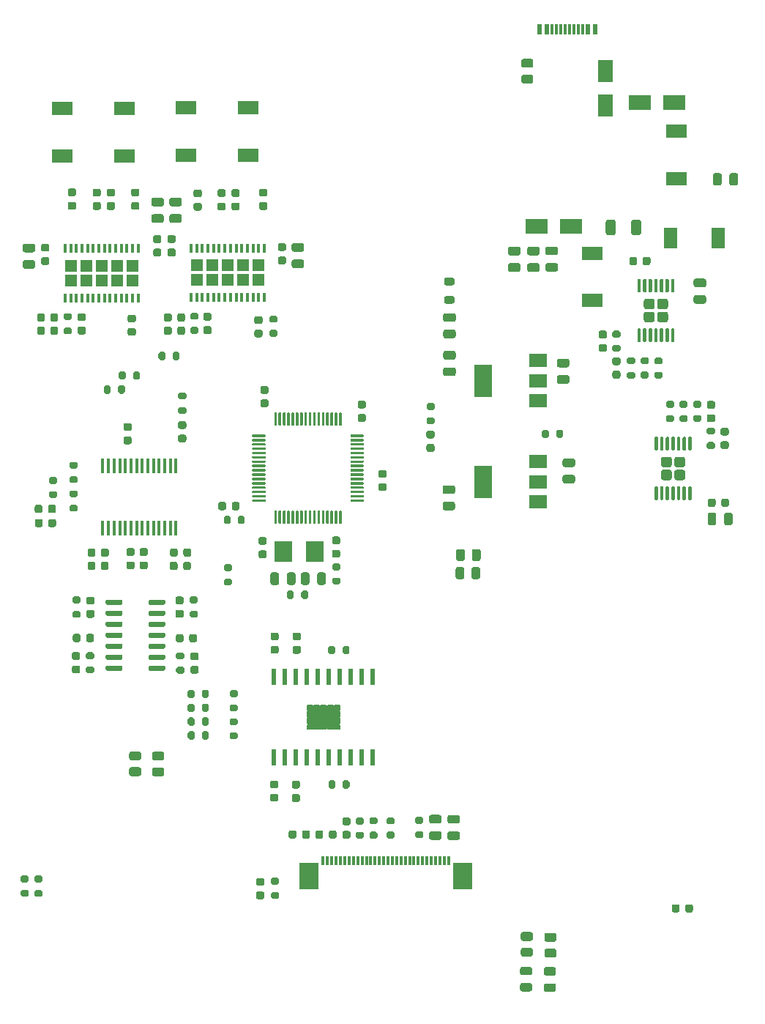
<source format=gbr>
G04 #@! TF.GenerationSoftware,KiCad,Pcbnew,5.1.9*
G04 #@! TF.CreationDate,2021-07-08T11:39:50+08:00*
G04 #@! TF.ProjectId,digital-amplifier2,64696769-7461-46c2-9d61-6d706c696669,rev?*
G04 #@! TF.SameCoordinates,Original*
G04 #@! TF.FileFunction,Paste,Top*
G04 #@! TF.FilePolarity,Positive*
%FSLAX46Y46*%
G04 Gerber Fmt 4.6, Leading zero omitted, Abs format (unit mm)*
G04 Created by KiCad (PCBNEW 5.1.9) date 2021-07-08 11:39:50*
%MOMM*%
%LPD*%
G01*
G04 APERTURE LIST*
%ADD10C,0.152400*%
%ADD11R,3.810000X2.789999*%
%ADD12R,0.558000X1.969999*%
%ADD13R,2.000000X1.500000*%
%ADD14R,2.000000X3.800000*%
%ADD15R,2.400000X1.500000*%
%ADD16R,1.400000X1.400000*%
%ADD17R,0.400000X1.100000*%
%ADD18R,2.300000X3.100000*%
%ADD19R,0.300000X1.100000*%
%ADD20R,0.600000X1.160000*%
%ADD21R,0.300000X1.160000*%
%ADD22R,2.000000X2.400000*%
%ADD23R,0.450000X1.750000*%
%ADD24R,1.500000X2.400000*%
%ADD25R,2.500000X1.800000*%
%ADD26R,1.800000X2.500000*%
G04 APERTURE END LIST*
D10*
X141070000Y-184696830D02*
X141070000Y-184988079D01*
X141618970Y-184696830D02*
X141070000Y-184696830D01*
X141618970Y-185129500D02*
X141618970Y-184696830D01*
X141211421Y-185129500D02*
X141618970Y-185129500D01*
X141211421Y-185129500D02*
X141211421Y-185129500D01*
X141070000Y-184988079D02*
X141211421Y-185129500D01*
X141070000Y-184988079D02*
X141070000Y-184988079D01*
X140282600Y-184696830D02*
X140282600Y-184988079D01*
X140870000Y-184696830D02*
X140282600Y-184696830D01*
X140870000Y-184988079D02*
X140870000Y-184696830D01*
X140870000Y-184988079D02*
X140870000Y-184988079D01*
X140728579Y-185129500D02*
X140870000Y-184988079D01*
X140728579Y-185129500D02*
X140728579Y-185129500D01*
X140424021Y-185129500D02*
X140728579Y-185129500D01*
X140424021Y-185129500D02*
X140424021Y-185129500D01*
X140282600Y-184988079D02*
X140424021Y-185129500D01*
X140282600Y-184988079D02*
X140282600Y-184988079D01*
X139495200Y-184696830D02*
X139495200Y-184988079D01*
X140082600Y-184696830D02*
X139495200Y-184696830D01*
X140082600Y-184988079D02*
X140082600Y-184696830D01*
X140082600Y-184988079D02*
X140082600Y-184988079D01*
X139941179Y-185129500D02*
X140082600Y-184988079D01*
X139941179Y-185129500D02*
X139941179Y-185129500D01*
X139636621Y-185129500D02*
X139941179Y-185129500D01*
X139636621Y-185129500D02*
X139636621Y-185129500D01*
X139495200Y-184988079D02*
X139636621Y-185129500D01*
X139495200Y-184988079D02*
X139495200Y-184988079D01*
X138707800Y-184696830D02*
X138707800Y-184988079D01*
X139295200Y-184696830D02*
X138707800Y-184696830D01*
X139295200Y-184988079D02*
X139295200Y-184696830D01*
X139295200Y-184988079D02*
X139295200Y-184988079D01*
X139153779Y-185129500D02*
X139295200Y-184988079D01*
X139153779Y-185129500D02*
X139153779Y-185129500D01*
X138849221Y-185129500D02*
X139153779Y-185129500D01*
X138849221Y-185129500D02*
X138849221Y-185129500D01*
X138707800Y-184988079D02*
X138849221Y-185129500D01*
X138707800Y-184988079D02*
X138707800Y-184988079D01*
X137958830Y-184696830D02*
X137958830Y-185129500D01*
X138507800Y-184696830D02*
X137958830Y-184696830D01*
X138507800Y-184988079D02*
X138507800Y-184696830D01*
X138507800Y-184988079D02*
X138507800Y-184988079D01*
X138366379Y-185129500D02*
X138507800Y-184988079D01*
X138366379Y-185129500D02*
X138366379Y-185129500D01*
X137958830Y-185129500D02*
X138366379Y-185129500D01*
X141070000Y-185470921D02*
X141070000Y-185775479D01*
X141070000Y-185470921D02*
X141070000Y-185470921D01*
X141211421Y-185329500D02*
X141070000Y-185470921D01*
X141211421Y-185329500D02*
X141211421Y-185329500D01*
X141618970Y-185329500D02*
X141211421Y-185329500D01*
X141618970Y-185916900D02*
X141618970Y-185329500D01*
X141211421Y-185916900D02*
X141618970Y-185916900D01*
X141211421Y-185916900D02*
X141211421Y-185916900D01*
X141070000Y-185775479D02*
X141211421Y-185916900D01*
X141070000Y-185775479D02*
X141070000Y-185775479D01*
X140282600Y-185470921D02*
X140282600Y-185775479D01*
X140282600Y-185470921D02*
X140282600Y-185470921D01*
X140424021Y-185329500D02*
X140282600Y-185470921D01*
X140424021Y-185329500D02*
X140424021Y-185329500D01*
X140728579Y-185329500D02*
X140424021Y-185329500D01*
X140728579Y-185329500D02*
X140728579Y-185329500D01*
X140870000Y-185470921D02*
X140728579Y-185329500D01*
X140870000Y-185470921D02*
X140870000Y-185470921D01*
X140870000Y-185775479D02*
X140870000Y-185470921D01*
X140870000Y-185775479D02*
X140870000Y-185775479D01*
X140728579Y-185916900D02*
X140870000Y-185775479D01*
X140728579Y-185916900D02*
X140728579Y-185916900D01*
X140424021Y-185916900D02*
X140728579Y-185916900D01*
X140424021Y-185916900D02*
X140424021Y-185916900D01*
X140282600Y-185775479D02*
X140424021Y-185916900D01*
X140282600Y-185775479D02*
X140282600Y-185775479D01*
X139495200Y-185470921D02*
X139495200Y-185775479D01*
X139495200Y-185470921D02*
X139495200Y-185470921D01*
X139636621Y-185329500D02*
X139495200Y-185470921D01*
X139636621Y-185329500D02*
X139636621Y-185329500D01*
X139941179Y-185329500D02*
X139636621Y-185329500D01*
X139941179Y-185329500D02*
X139941179Y-185329500D01*
X140082600Y-185470921D02*
X139941179Y-185329500D01*
X140082600Y-185470921D02*
X140082600Y-185470921D01*
X140082600Y-185775479D02*
X140082600Y-185470921D01*
X140082600Y-185775479D02*
X140082600Y-185775479D01*
X139941179Y-185916900D02*
X140082600Y-185775479D01*
X139941179Y-185916900D02*
X139941179Y-185916900D01*
X139636621Y-185916900D02*
X139941179Y-185916900D01*
X139636621Y-185916900D02*
X139636621Y-185916900D01*
X139495200Y-185775479D02*
X139636621Y-185916900D01*
X139495200Y-185775479D02*
X139495200Y-185775479D01*
X138707800Y-185470921D02*
X138707800Y-185775479D01*
X138707800Y-185470921D02*
X138707800Y-185470921D01*
X138849221Y-185329500D02*
X138707800Y-185470921D01*
X138849221Y-185329500D02*
X138849221Y-185329500D01*
X139153779Y-185329500D02*
X138849221Y-185329500D01*
X139153779Y-185329500D02*
X139153779Y-185329500D01*
X139295200Y-185470921D02*
X139153779Y-185329500D01*
X139295200Y-185470921D02*
X139295200Y-185470921D01*
X139295200Y-185775479D02*
X139295200Y-185470921D01*
X139295200Y-185775479D02*
X139295200Y-185775479D01*
X139153779Y-185916900D02*
X139295200Y-185775479D01*
X139153779Y-185916900D02*
X139153779Y-185916900D01*
X138849221Y-185916900D02*
X139153779Y-185916900D01*
X138849221Y-185916900D02*
X138849221Y-185916900D01*
X138707800Y-185775479D02*
X138849221Y-185916900D01*
X138707800Y-185775479D02*
X138707800Y-185775479D01*
X137958830Y-185329500D02*
X137958830Y-185916900D01*
X138366379Y-185329500D02*
X137958830Y-185329500D01*
X138366379Y-185329500D02*
X138366379Y-185329500D01*
X138507800Y-185470921D02*
X138366379Y-185329500D01*
X138507800Y-185470921D02*
X138507800Y-185470921D01*
X138507800Y-185775479D02*
X138507800Y-185470921D01*
X138507800Y-185775479D02*
X138507800Y-185775479D01*
X138366379Y-185916900D02*
X138507800Y-185775479D01*
X138366379Y-185916900D02*
X138366379Y-185916900D01*
X137958830Y-185916900D02*
X138366379Y-185916900D01*
X141070000Y-186258321D02*
X141070000Y-186562879D01*
X141070000Y-186258321D02*
X141070000Y-186258321D01*
X141211421Y-186116900D02*
X141070000Y-186258321D01*
X141211421Y-186116900D02*
X141211421Y-186116900D01*
X141618970Y-186116900D02*
X141211421Y-186116900D01*
X141618970Y-186704300D02*
X141618970Y-186116900D01*
X141211421Y-186704300D02*
X141618970Y-186704300D01*
X141211421Y-186704300D02*
X141211421Y-186704300D01*
X141070000Y-186562879D02*
X141211421Y-186704300D01*
X141070000Y-186562879D02*
X141070000Y-186562879D01*
X140282600Y-186258321D02*
X140282600Y-186562879D01*
X140282600Y-186258321D02*
X140282600Y-186258321D01*
X140424021Y-186116900D02*
X140282600Y-186258321D01*
X140424021Y-186116900D02*
X140424021Y-186116900D01*
X140728579Y-186116900D02*
X140424021Y-186116900D01*
X140728579Y-186116900D02*
X140728579Y-186116900D01*
X140870000Y-186258321D02*
X140728579Y-186116900D01*
X140870000Y-186258321D02*
X140870000Y-186258321D01*
X140870000Y-186562879D02*
X140870000Y-186258321D01*
X140870000Y-186562879D02*
X140870000Y-186562879D01*
X140728579Y-186704300D02*
X140870000Y-186562879D01*
X140728579Y-186704300D02*
X140728579Y-186704300D01*
X140424021Y-186704300D02*
X140728579Y-186704300D01*
X140424021Y-186704300D02*
X140424021Y-186704300D01*
X140282600Y-186562879D02*
X140424021Y-186704300D01*
X140282600Y-186562879D02*
X140282600Y-186562879D01*
X139495200Y-186258321D02*
X139495200Y-186562879D01*
X139495200Y-186258321D02*
X139495200Y-186258321D01*
X139636621Y-186116900D02*
X139495200Y-186258321D01*
X139636621Y-186116900D02*
X139636621Y-186116900D01*
X139941179Y-186116900D02*
X139636621Y-186116900D01*
X139941179Y-186116900D02*
X139941179Y-186116900D01*
X140082600Y-186258321D02*
X139941179Y-186116900D01*
X140082600Y-186258321D02*
X140082600Y-186258321D01*
X140082600Y-186562879D02*
X140082600Y-186258321D01*
X140082600Y-186562879D02*
X140082600Y-186562879D01*
X139941179Y-186704300D02*
X140082600Y-186562879D01*
X139941179Y-186704300D02*
X139941179Y-186704300D01*
X139636621Y-186704300D02*
X139941179Y-186704300D01*
X139636621Y-186704300D02*
X139636621Y-186704300D01*
X139495200Y-186562879D02*
X139636621Y-186704300D01*
X139495200Y-186562879D02*
X139495200Y-186562879D01*
X138707800Y-186258321D02*
X138707800Y-186562879D01*
X138707800Y-186258321D02*
X138707800Y-186258321D01*
X138849221Y-186116900D02*
X138707800Y-186258321D01*
X138849221Y-186116900D02*
X138849221Y-186116900D01*
X139153779Y-186116900D02*
X138849221Y-186116900D01*
X139153779Y-186116900D02*
X139153779Y-186116900D01*
X139295200Y-186258321D02*
X139153779Y-186116900D01*
X139295200Y-186258321D02*
X139295200Y-186258321D01*
X139295200Y-186562879D02*
X139295200Y-186258321D01*
X139295200Y-186562879D02*
X139295200Y-186562879D01*
X139153779Y-186704300D02*
X139295200Y-186562879D01*
X139153779Y-186704300D02*
X139153779Y-186704300D01*
X138849221Y-186704300D02*
X139153779Y-186704300D01*
X138849221Y-186704300D02*
X138849221Y-186704300D01*
X138707800Y-186562879D02*
X138849221Y-186704300D01*
X138707800Y-186562879D02*
X138707800Y-186562879D01*
X137958830Y-186116900D02*
X137958830Y-186704300D01*
X138366379Y-186116900D02*
X137958830Y-186116900D01*
X138366379Y-186116900D02*
X138366379Y-186116900D01*
X138507800Y-186258321D02*
X138366379Y-186116900D01*
X138507800Y-186258321D02*
X138507800Y-186258321D01*
X138507800Y-186562879D02*
X138507800Y-186258321D01*
X138507800Y-186562879D02*
X138507800Y-186562879D01*
X138366379Y-186704300D02*
X138507800Y-186562879D01*
X138366379Y-186704300D02*
X138366379Y-186704300D01*
X137958830Y-186704300D02*
X138366379Y-186704300D01*
X141070000Y-187045721D02*
X141070000Y-187336970D01*
X141070000Y-187045721D02*
X141070000Y-187045721D01*
X141211421Y-186904300D02*
X141070000Y-187045721D01*
X141211421Y-186904300D02*
X141211421Y-186904300D01*
X141618970Y-186904300D02*
X141211421Y-186904300D01*
X141618970Y-187336970D02*
X141618970Y-186904300D01*
X141070000Y-187336970D02*
X141618970Y-187336970D01*
X140282600Y-187045721D02*
X140282600Y-187336970D01*
X140282600Y-187045721D02*
X140282600Y-187045721D01*
X140424021Y-186904300D02*
X140282600Y-187045721D01*
X140424021Y-186904300D02*
X140424021Y-186904300D01*
X140728579Y-186904300D02*
X140424021Y-186904300D01*
X140728579Y-186904300D02*
X140728579Y-186904300D01*
X140870000Y-187045721D02*
X140728579Y-186904300D01*
X140870000Y-187045721D02*
X140870000Y-187045721D01*
X140870000Y-187336970D02*
X140870000Y-187045721D01*
X140282600Y-187336970D02*
X140870000Y-187336970D01*
X139495200Y-187045721D02*
X139495200Y-187336970D01*
X139495200Y-187045721D02*
X139495200Y-187045721D01*
X139636621Y-186904300D02*
X139495200Y-187045721D01*
X139636621Y-186904300D02*
X139636621Y-186904300D01*
X139941179Y-186904300D02*
X139636621Y-186904300D01*
X139941179Y-186904300D02*
X139941179Y-186904300D01*
X140082600Y-187045721D02*
X139941179Y-186904300D01*
X140082600Y-187045721D02*
X140082600Y-187045721D01*
X140082600Y-187336970D02*
X140082600Y-187045721D01*
X139495200Y-187336970D02*
X140082600Y-187336970D01*
X138707800Y-187045721D02*
X138707800Y-187336970D01*
X138707800Y-187045721D02*
X138707800Y-187045721D01*
X138849221Y-186904300D02*
X138707800Y-187045721D01*
X138849221Y-186904300D02*
X138849221Y-186904300D01*
X139153779Y-186904300D02*
X138849221Y-186904300D01*
X139153779Y-186904300D02*
X139153779Y-186904300D01*
X139295200Y-187045721D02*
X139153779Y-186904300D01*
X139295200Y-187045721D02*
X139295200Y-187045721D01*
X139295200Y-187336970D02*
X139295200Y-187045721D01*
X138707800Y-187336970D02*
X139295200Y-187336970D01*
X137958830Y-186904300D02*
X137958830Y-187336970D01*
X138366379Y-186904300D02*
X137958830Y-186904300D01*
X138366379Y-186904300D02*
X138366379Y-186904300D01*
X138507800Y-187045721D02*
X138366379Y-186904300D01*
X138507800Y-187045721D02*
X138507800Y-187045721D01*
X138507800Y-187336970D02*
X138507800Y-187045721D01*
X137958830Y-187336970D02*
X138507800Y-187336970D01*
D11*
X139788900Y-186016900D03*
D12*
X134073900Y-181330600D03*
X135343900Y-181330600D03*
X136613900Y-181330600D03*
X137883900Y-181330600D03*
X139153900Y-181330600D03*
X140423900Y-181330600D03*
X141693900Y-181330600D03*
X142963900Y-181330600D03*
X144233900Y-181330600D03*
X145503900Y-181330600D03*
X145503900Y-190703200D03*
X144233900Y-190703200D03*
X142963900Y-190703200D03*
X141693900Y-190703200D03*
X140423900Y-190703200D03*
X139153900Y-190703200D03*
X137883900Y-190703200D03*
X136613900Y-190703200D03*
X135343900Y-190703200D03*
X134073900Y-190703200D03*
G36*
G01*
X105507200Y-205136700D02*
X104957200Y-205136700D01*
G75*
G02*
X104757200Y-204936700I0J200000D01*
G01*
X104757200Y-204536700D01*
G75*
G02*
X104957200Y-204336700I200000J0D01*
G01*
X105507200Y-204336700D01*
G75*
G02*
X105707200Y-204536700I0J-200000D01*
G01*
X105707200Y-204936700D01*
G75*
G02*
X105507200Y-205136700I-200000J0D01*
G01*
G37*
G36*
G01*
X105507200Y-206786700D02*
X104957200Y-206786700D01*
G75*
G02*
X104757200Y-206586700I0J200000D01*
G01*
X104757200Y-206186700D01*
G75*
G02*
X104957200Y-205986700I200000J0D01*
G01*
X105507200Y-205986700D01*
G75*
G02*
X105707200Y-206186700I0J-200000D01*
G01*
X105707200Y-206586700D01*
G75*
G02*
X105507200Y-206786700I-200000J0D01*
G01*
G37*
G36*
G01*
X106532000Y-205987200D02*
X107082000Y-205987200D01*
G75*
G02*
X107282000Y-206187200I0J-200000D01*
G01*
X107282000Y-206587200D01*
G75*
G02*
X107082000Y-206787200I-200000J0D01*
G01*
X106532000Y-206787200D01*
G75*
G02*
X106332000Y-206587200I0J200000D01*
G01*
X106332000Y-206187200D01*
G75*
G02*
X106532000Y-205987200I200000J0D01*
G01*
G37*
G36*
G01*
X106532000Y-204337200D02*
X107082000Y-204337200D01*
G75*
G02*
X107282000Y-204537200I0J-200000D01*
G01*
X107282000Y-204937200D01*
G75*
G02*
X107082000Y-205137200I-200000J0D01*
G01*
X106532000Y-205137200D01*
G75*
G02*
X106332000Y-204937200I0J200000D01*
G01*
X106332000Y-204537200D01*
G75*
G02*
X106532000Y-204337200I200000J0D01*
G01*
G37*
G36*
G01*
X165843900Y-152988600D02*
X165843900Y-153538600D01*
G75*
G02*
X165643900Y-153738600I-200000J0D01*
G01*
X165243900Y-153738600D01*
G75*
G02*
X165043900Y-153538600I0J200000D01*
G01*
X165043900Y-152988600D01*
G75*
G02*
X165243900Y-152788600I200000J0D01*
G01*
X165643900Y-152788600D01*
G75*
G02*
X165843900Y-152988600I0J-200000D01*
G01*
G37*
G36*
G01*
X167493900Y-152988600D02*
X167493900Y-153538600D01*
G75*
G02*
X167293900Y-153738600I-200000J0D01*
G01*
X166893900Y-153738600D01*
G75*
G02*
X166693900Y-153538600I0J200000D01*
G01*
X166693900Y-152988600D01*
G75*
G02*
X166893900Y-152788600I200000J0D01*
G01*
X167293900Y-152788600D01*
G75*
G02*
X167493900Y-152988600I0J-200000D01*
G01*
G37*
D13*
X164567000Y-149411720D03*
X164567000Y-144811720D03*
X164567000Y-147111720D03*
D14*
X158267000Y-147111720D03*
G36*
G01*
X154830800Y-144685600D02*
X153880800Y-144685600D01*
G75*
G02*
X153630800Y-144435600I0J250000D01*
G01*
X153630800Y-143935600D01*
G75*
G02*
X153880800Y-143685600I250000J0D01*
G01*
X154830800Y-143685600D01*
G75*
G02*
X155080800Y-143935600I0J-250000D01*
G01*
X155080800Y-144435600D01*
G75*
G02*
X154830800Y-144685600I-250000J0D01*
G01*
G37*
G36*
G01*
X154830800Y-146585600D02*
X153880800Y-146585600D01*
G75*
G02*
X153630800Y-146335600I0J250000D01*
G01*
X153630800Y-145835600D01*
G75*
G02*
X153880800Y-145585600I250000J0D01*
G01*
X154830800Y-145585600D01*
G75*
G02*
X155080800Y-145835600I0J-250000D01*
G01*
X155080800Y-146335600D01*
G75*
G02*
X154830800Y-146585600I-250000J0D01*
G01*
G37*
G36*
G01*
X123194000Y-153360000D02*
X123694000Y-153360000D01*
G75*
G02*
X123919000Y-153585000I0J-225000D01*
G01*
X123919000Y-154035000D01*
G75*
G02*
X123694000Y-154260000I-225000J0D01*
G01*
X123194000Y-154260000D01*
G75*
G02*
X122969000Y-154035000I0J225000D01*
G01*
X122969000Y-153585000D01*
G75*
G02*
X123194000Y-153360000I225000J0D01*
G01*
G37*
G36*
G01*
X123194000Y-151810000D02*
X123694000Y-151810000D01*
G75*
G02*
X123919000Y-152035000I0J-225000D01*
G01*
X123919000Y-152485000D01*
G75*
G02*
X123694000Y-152710000I-225000J0D01*
G01*
X123194000Y-152710000D01*
G75*
G02*
X122969000Y-152485000I0J225000D01*
G01*
X122969000Y-152035000D01*
G75*
G02*
X123194000Y-151810000I225000J0D01*
G01*
G37*
G36*
G01*
X151908700Y-154452200D02*
X152408700Y-154452200D01*
G75*
G02*
X152633700Y-154677200I0J-225000D01*
G01*
X152633700Y-155127200D01*
G75*
G02*
X152408700Y-155352200I-225000J0D01*
G01*
X151908700Y-155352200D01*
G75*
G02*
X151683700Y-155127200I0J225000D01*
G01*
X151683700Y-154677200D01*
G75*
G02*
X151908700Y-154452200I225000J0D01*
G01*
G37*
G36*
G01*
X151908700Y-152902200D02*
X152408700Y-152902200D01*
G75*
G02*
X152633700Y-153127200I0J-225000D01*
G01*
X152633700Y-153577200D01*
G75*
G02*
X152408700Y-153802200I-225000J0D01*
G01*
X151908700Y-153802200D01*
G75*
G02*
X151683700Y-153577200I0J225000D01*
G01*
X151683700Y-153127200D01*
G75*
G02*
X151908700Y-152902200I225000J0D01*
G01*
G37*
G36*
G01*
X133913200Y-206241200D02*
X134463200Y-206241200D01*
G75*
G02*
X134663200Y-206441200I0J-200000D01*
G01*
X134663200Y-206841200D01*
G75*
G02*
X134463200Y-207041200I-200000J0D01*
G01*
X133913200Y-207041200D01*
G75*
G02*
X133713200Y-206841200I0J200000D01*
G01*
X133713200Y-206441200D01*
G75*
G02*
X133913200Y-206241200I200000J0D01*
G01*
G37*
G36*
G01*
X133913200Y-204591200D02*
X134463200Y-204591200D01*
G75*
G02*
X134663200Y-204791200I0J-200000D01*
G01*
X134663200Y-205191200D01*
G75*
G02*
X134463200Y-205391200I-200000J0D01*
G01*
X133913200Y-205391200D01*
G75*
G02*
X133713200Y-205191200I0J200000D01*
G01*
X133713200Y-204791200D01*
G75*
G02*
X133913200Y-204591200I200000J0D01*
G01*
G37*
G36*
G01*
X128452200Y-170008100D02*
X129002200Y-170008100D01*
G75*
G02*
X129202200Y-170208100I0J-200000D01*
G01*
X129202200Y-170608100D01*
G75*
G02*
X129002200Y-170808100I-200000J0D01*
G01*
X128452200Y-170808100D01*
G75*
G02*
X128252200Y-170608100I0J200000D01*
G01*
X128252200Y-170208100D01*
G75*
G02*
X128452200Y-170008100I200000J0D01*
G01*
G37*
G36*
G01*
X128452200Y-168358100D02*
X129002200Y-168358100D01*
G75*
G02*
X129202200Y-168558100I0J-200000D01*
G01*
X129202200Y-168958100D01*
G75*
G02*
X129002200Y-169158100I-200000J0D01*
G01*
X128452200Y-169158100D01*
G75*
G02*
X128252200Y-168958100I0J200000D01*
G01*
X128252200Y-168558100D01*
G75*
G02*
X128452200Y-168358100I200000J0D01*
G01*
G37*
G36*
G01*
X145287320Y-199258480D02*
X145837320Y-199258480D01*
G75*
G02*
X146037320Y-199458480I0J-200000D01*
G01*
X146037320Y-199858480D01*
G75*
G02*
X145837320Y-200058480I-200000J0D01*
G01*
X145287320Y-200058480D01*
G75*
G02*
X145087320Y-199858480I0J200000D01*
G01*
X145087320Y-199458480D01*
G75*
G02*
X145287320Y-199258480I200000J0D01*
G01*
G37*
G36*
G01*
X145287320Y-197608480D02*
X145837320Y-197608480D01*
G75*
G02*
X146037320Y-197808480I0J-200000D01*
G01*
X146037320Y-198208480D01*
G75*
G02*
X145837320Y-198408480I-200000J0D01*
G01*
X145287320Y-198408480D01*
G75*
G02*
X145087320Y-198208480I0J200000D01*
G01*
X145087320Y-197808480D01*
G75*
G02*
X145287320Y-197608480I200000J0D01*
G01*
G37*
G36*
G01*
X143717600Y-199273720D02*
X144267600Y-199273720D01*
G75*
G02*
X144467600Y-199473720I0J-200000D01*
G01*
X144467600Y-199873720D01*
G75*
G02*
X144267600Y-200073720I-200000J0D01*
G01*
X143717600Y-200073720D01*
G75*
G02*
X143517600Y-199873720I0J200000D01*
G01*
X143517600Y-199473720D01*
G75*
G02*
X143717600Y-199273720I200000J0D01*
G01*
G37*
G36*
G01*
X143717600Y-197623720D02*
X144267600Y-197623720D01*
G75*
G02*
X144467600Y-197823720I0J-200000D01*
G01*
X144467600Y-198223720D01*
G75*
G02*
X144267600Y-198423720I-200000J0D01*
G01*
X143717600Y-198423720D01*
G75*
G02*
X143517600Y-198223720I0J200000D01*
G01*
X143517600Y-197823720D01*
G75*
G02*
X143717600Y-197623720I200000J0D01*
G01*
G37*
G36*
G01*
X147268520Y-199263560D02*
X147818520Y-199263560D01*
G75*
G02*
X148018520Y-199463560I0J-200000D01*
G01*
X148018520Y-199863560D01*
G75*
G02*
X147818520Y-200063560I-200000J0D01*
G01*
X147268520Y-200063560D01*
G75*
G02*
X147068520Y-199863560I0J200000D01*
G01*
X147068520Y-199463560D01*
G75*
G02*
X147268520Y-199263560I200000J0D01*
G01*
G37*
G36*
G01*
X147268520Y-197613560D02*
X147818520Y-197613560D01*
G75*
G02*
X148018520Y-197813560I0J-200000D01*
G01*
X148018520Y-198213560D01*
G75*
G02*
X147818520Y-198413560I-200000J0D01*
G01*
X147268520Y-198413560D01*
G75*
G02*
X147068520Y-198213560I0J200000D01*
G01*
X147068520Y-197813560D01*
G75*
G02*
X147268520Y-197613560I200000J0D01*
G01*
G37*
G36*
G01*
X150585760Y-199207680D02*
X151135760Y-199207680D01*
G75*
G02*
X151335760Y-199407680I0J-200000D01*
G01*
X151335760Y-199807680D01*
G75*
G02*
X151135760Y-200007680I-200000J0D01*
G01*
X150585760Y-200007680D01*
G75*
G02*
X150385760Y-199807680I0J200000D01*
G01*
X150385760Y-199407680D01*
G75*
G02*
X150585760Y-199207680I200000J0D01*
G01*
G37*
G36*
G01*
X150585760Y-197557680D02*
X151135760Y-197557680D01*
G75*
G02*
X151335760Y-197757680I0J-200000D01*
G01*
X151335760Y-198157680D01*
G75*
G02*
X151135760Y-198357680I-200000J0D01*
G01*
X150585760Y-198357680D01*
G75*
G02*
X150385760Y-198157680I0J200000D01*
G01*
X150385760Y-197757680D01*
G75*
G02*
X150585760Y-197557680I200000J0D01*
G01*
G37*
G36*
G01*
X132211000Y-206166600D02*
X132711000Y-206166600D01*
G75*
G02*
X132936000Y-206391600I0J-225000D01*
G01*
X132936000Y-206841600D01*
G75*
G02*
X132711000Y-207066600I-225000J0D01*
G01*
X132211000Y-207066600D01*
G75*
G02*
X131986000Y-206841600I0J225000D01*
G01*
X131986000Y-206391600D01*
G75*
G02*
X132211000Y-206166600I225000J0D01*
G01*
G37*
G36*
G01*
X132211000Y-204616600D02*
X132711000Y-204616600D01*
G75*
G02*
X132936000Y-204841600I0J-225000D01*
G01*
X132936000Y-205291600D01*
G75*
G02*
X132711000Y-205516600I-225000J0D01*
G01*
X132211000Y-205516600D01*
G75*
G02*
X131986000Y-205291600I0J225000D01*
G01*
X131986000Y-204841600D01*
G75*
G02*
X132211000Y-204616600I225000J0D01*
G01*
G37*
G36*
G01*
X136662280Y-199335320D02*
X136662280Y-199835320D01*
G75*
G02*
X136437280Y-200060320I-225000J0D01*
G01*
X135987280Y-200060320D01*
G75*
G02*
X135762280Y-199835320I0J225000D01*
G01*
X135762280Y-199335320D01*
G75*
G02*
X135987280Y-199110320I225000J0D01*
G01*
X136437280Y-199110320D01*
G75*
G02*
X136662280Y-199335320I0J-225000D01*
G01*
G37*
G36*
G01*
X138212280Y-199335320D02*
X138212280Y-199835320D01*
G75*
G02*
X137987280Y-200060320I-225000J0D01*
G01*
X137537280Y-200060320D01*
G75*
G02*
X137312280Y-199835320I0J225000D01*
G01*
X137312280Y-199335320D01*
G75*
G02*
X137537280Y-199110320I225000J0D01*
G01*
X137987280Y-199110320D01*
G75*
G02*
X138212280Y-199335320I0J-225000D01*
G01*
G37*
G36*
G01*
X140398380Y-199842940D02*
X140398380Y-199342940D01*
G75*
G02*
X140623380Y-199117940I225000J0D01*
G01*
X141073380Y-199117940D01*
G75*
G02*
X141298380Y-199342940I0J-225000D01*
G01*
X141298380Y-199842940D01*
G75*
G02*
X141073380Y-200067940I-225000J0D01*
G01*
X140623380Y-200067940D01*
G75*
G02*
X140398380Y-199842940I0J225000D01*
G01*
G37*
G36*
G01*
X138848380Y-199842940D02*
X138848380Y-199342940D01*
G75*
G02*
X139073380Y-199117940I225000J0D01*
G01*
X139523380Y-199117940D01*
G75*
G02*
X139748380Y-199342940I0J-225000D01*
G01*
X139748380Y-199842940D01*
G75*
G02*
X139523380Y-200067940I-225000J0D01*
G01*
X139073380Y-200067940D01*
G75*
G02*
X138848380Y-199842940I0J225000D01*
G01*
G37*
G36*
G01*
X111146000Y-157309000D02*
X110596000Y-157309000D01*
G75*
G02*
X110396000Y-157109000I0J200000D01*
G01*
X110396000Y-156709000D01*
G75*
G02*
X110596000Y-156509000I200000J0D01*
G01*
X111146000Y-156509000D01*
G75*
G02*
X111346000Y-156709000I0J-200000D01*
G01*
X111346000Y-157109000D01*
G75*
G02*
X111146000Y-157309000I-200000J0D01*
G01*
G37*
G36*
G01*
X111146000Y-158959000D02*
X110596000Y-158959000D01*
G75*
G02*
X110396000Y-158759000I0J200000D01*
G01*
X110396000Y-158359000D01*
G75*
G02*
X110596000Y-158159000I200000J0D01*
G01*
X111146000Y-158159000D01*
G75*
G02*
X111346000Y-158359000I0J-200000D01*
G01*
X111346000Y-158759000D01*
G75*
G02*
X111146000Y-158959000I-200000J0D01*
G01*
G37*
G36*
G01*
X133710000Y-141262920D02*
X134260000Y-141262920D01*
G75*
G02*
X134460000Y-141462920I0J-200000D01*
G01*
X134460000Y-141862920D01*
G75*
G02*
X134260000Y-142062920I-200000J0D01*
G01*
X133710000Y-142062920D01*
G75*
G02*
X133510000Y-141862920I0J200000D01*
G01*
X133510000Y-141462920D01*
G75*
G02*
X133710000Y-141262920I200000J0D01*
G01*
G37*
G36*
G01*
X133710000Y-139612920D02*
X134260000Y-139612920D01*
G75*
G02*
X134460000Y-139812920I0J-200000D01*
G01*
X134460000Y-140212920D01*
G75*
G02*
X134260000Y-140412920I-200000J0D01*
G01*
X133710000Y-140412920D01*
G75*
G02*
X133510000Y-140212920I0J200000D01*
G01*
X133510000Y-139812920D01*
G75*
G02*
X133710000Y-139612920I200000J0D01*
G01*
G37*
G36*
G01*
X126115000Y-140832720D02*
X126615000Y-140832720D01*
G75*
G02*
X126840000Y-141057720I0J-225000D01*
G01*
X126840000Y-141507720D01*
G75*
G02*
X126615000Y-141732720I-225000J0D01*
G01*
X126115000Y-141732720D01*
G75*
G02*
X125890000Y-141507720I0J225000D01*
G01*
X125890000Y-141057720D01*
G75*
G02*
X126115000Y-140832720I225000J0D01*
G01*
G37*
G36*
G01*
X126115000Y-139282720D02*
X126615000Y-139282720D01*
G75*
G02*
X126840000Y-139507720I0J-225000D01*
G01*
X126840000Y-139957720D01*
G75*
G02*
X126615000Y-140182720I-225000J0D01*
G01*
X126115000Y-140182720D01*
G75*
G02*
X125890000Y-139957720I0J225000D01*
G01*
X125890000Y-139507720D01*
G75*
G02*
X126115000Y-139282720I225000J0D01*
G01*
G37*
G36*
G01*
X132012880Y-141228960D02*
X132512880Y-141228960D01*
G75*
G02*
X132737880Y-141453960I0J-225000D01*
G01*
X132737880Y-141903960D01*
G75*
G02*
X132512880Y-142128960I-225000J0D01*
G01*
X132012880Y-142128960D01*
G75*
G02*
X131787880Y-141903960I0J225000D01*
G01*
X131787880Y-141453960D01*
G75*
G02*
X132012880Y-141228960I225000J0D01*
G01*
G37*
G36*
G01*
X132012880Y-139678960D02*
X132512880Y-139678960D01*
G75*
G02*
X132737880Y-139903960I0J-225000D01*
G01*
X132737880Y-140353960D01*
G75*
G02*
X132512880Y-140578960I-225000J0D01*
G01*
X132012880Y-140578960D01*
G75*
G02*
X131787880Y-140353960I0J225000D01*
G01*
X131787880Y-139903960D01*
G75*
G02*
X132012880Y-139678960I225000J0D01*
G01*
G37*
G36*
G01*
X111565880Y-140883520D02*
X112065880Y-140883520D01*
G75*
G02*
X112290880Y-141108520I0J-225000D01*
G01*
X112290880Y-141558520D01*
G75*
G02*
X112065880Y-141783520I-225000J0D01*
G01*
X111565880Y-141783520D01*
G75*
G02*
X111340880Y-141558520I0J225000D01*
G01*
X111340880Y-141108520D01*
G75*
G02*
X111565880Y-140883520I225000J0D01*
G01*
G37*
G36*
G01*
X111565880Y-139333520D02*
X112065880Y-139333520D01*
G75*
G02*
X112290880Y-139558520I0J-225000D01*
G01*
X112290880Y-140008520D01*
G75*
G02*
X112065880Y-140233520I-225000J0D01*
G01*
X111565880Y-140233520D01*
G75*
G02*
X111340880Y-140008520I0J225000D01*
G01*
X111340880Y-139558520D01*
G75*
G02*
X111565880Y-139333520I225000J0D01*
G01*
G37*
G36*
G01*
X117352000Y-141041000D02*
X117852000Y-141041000D01*
G75*
G02*
X118077000Y-141266000I0J-225000D01*
G01*
X118077000Y-141716000D01*
G75*
G02*
X117852000Y-141941000I-225000J0D01*
G01*
X117352000Y-141941000D01*
G75*
G02*
X117127000Y-141716000I0J225000D01*
G01*
X117127000Y-141266000D01*
G75*
G02*
X117352000Y-141041000I225000J0D01*
G01*
G37*
G36*
G01*
X117352000Y-139491000D02*
X117852000Y-139491000D01*
G75*
G02*
X118077000Y-139716000I0J-225000D01*
G01*
X118077000Y-140166000D01*
G75*
G02*
X117852000Y-140391000I-225000J0D01*
G01*
X117352000Y-140391000D01*
G75*
G02*
X117127000Y-140166000I0J225000D01*
G01*
X117127000Y-139716000D01*
G75*
G02*
X117352000Y-139491000I225000J0D01*
G01*
G37*
G36*
G01*
X122230000Y-141101000D02*
X122230000Y-141601000D01*
G75*
G02*
X122005000Y-141826000I-225000J0D01*
G01*
X121555000Y-141826000D01*
G75*
G02*
X121330000Y-141601000I0J225000D01*
G01*
X121330000Y-141101000D01*
G75*
G02*
X121555000Y-140876000I225000J0D01*
G01*
X122005000Y-140876000D01*
G75*
G02*
X122230000Y-141101000I0J-225000D01*
G01*
G37*
G36*
G01*
X123780000Y-141101000D02*
X123780000Y-141601000D01*
G75*
G02*
X123555000Y-141826000I-225000J0D01*
G01*
X123105000Y-141826000D01*
G75*
G02*
X122880000Y-141601000I0J225000D01*
G01*
X122880000Y-141101000D01*
G75*
G02*
X123105000Y-140876000I225000J0D01*
G01*
X123555000Y-140876000D01*
G75*
G02*
X123780000Y-141101000I0J-225000D01*
G01*
G37*
G36*
G01*
X107548800Y-141101000D02*
X107548800Y-141601000D01*
G75*
G02*
X107323800Y-141826000I-225000J0D01*
G01*
X106873800Y-141826000D01*
G75*
G02*
X106648800Y-141601000I0J225000D01*
G01*
X106648800Y-141101000D01*
G75*
G02*
X106873800Y-140876000I225000J0D01*
G01*
X107323800Y-140876000D01*
G75*
G02*
X107548800Y-141101000I0J-225000D01*
G01*
G37*
G36*
G01*
X109098800Y-141101000D02*
X109098800Y-141601000D01*
G75*
G02*
X108873800Y-141826000I-225000J0D01*
G01*
X108423800Y-141826000D01*
G75*
G02*
X108198800Y-141601000I0J225000D01*
G01*
X108198800Y-141101000D01*
G75*
G02*
X108423800Y-140876000I225000J0D01*
G01*
X108873800Y-140876000D01*
G75*
G02*
X109098800Y-141101000I0J-225000D01*
G01*
G37*
G36*
G01*
X186738680Y-124330480D02*
X186738680Y-123380480D01*
G75*
G02*
X186988680Y-123130480I250000J0D01*
G01*
X187488680Y-123130480D01*
G75*
G02*
X187738680Y-123380480I0J-250000D01*
G01*
X187738680Y-124330480D01*
G75*
G02*
X187488680Y-124580480I-250000J0D01*
G01*
X186988680Y-124580480D01*
G75*
G02*
X186738680Y-124330480I0J250000D01*
G01*
G37*
G36*
G01*
X184838680Y-124330480D02*
X184838680Y-123380480D01*
G75*
G02*
X185088680Y-123130480I250000J0D01*
G01*
X185588680Y-123130480D01*
G75*
G02*
X185838680Y-123380480I0J-250000D01*
G01*
X185838680Y-124330480D01*
G75*
G02*
X185588680Y-124580480I-250000J0D01*
G01*
X185088680Y-124580480D01*
G75*
G02*
X184838680Y-124330480I0J250000D01*
G01*
G37*
G36*
G01*
X111694080Y-176615280D02*
X111694080Y-177115280D01*
G75*
G02*
X111469080Y-177340280I-225000J0D01*
G01*
X111019080Y-177340280D01*
G75*
G02*
X110794080Y-177115280I0J225000D01*
G01*
X110794080Y-176615280D01*
G75*
G02*
X111019080Y-176390280I225000J0D01*
G01*
X111469080Y-176390280D01*
G75*
G02*
X111694080Y-176615280I0J-225000D01*
G01*
G37*
G36*
G01*
X113244080Y-176615280D02*
X113244080Y-177115280D01*
G75*
G02*
X113019080Y-177340280I-225000J0D01*
G01*
X112569080Y-177340280D01*
G75*
G02*
X112344080Y-177115280I0J225000D01*
G01*
X112344080Y-176615280D01*
G75*
G02*
X112569080Y-176390280I225000J0D01*
G01*
X113019080Y-176390280D01*
G75*
G02*
X113244080Y-176615280I0J-225000D01*
G01*
G37*
G36*
G01*
X124256680Y-177140680D02*
X124256680Y-176640680D01*
G75*
G02*
X124481680Y-176415680I225000J0D01*
G01*
X124931680Y-176415680D01*
G75*
G02*
X125156680Y-176640680I0J-225000D01*
G01*
X125156680Y-177140680D01*
G75*
G02*
X124931680Y-177365680I-225000J0D01*
G01*
X124481680Y-177365680D01*
G75*
G02*
X124256680Y-177140680I0J225000D01*
G01*
G37*
G36*
G01*
X122706680Y-177140680D02*
X122706680Y-176640680D01*
G75*
G02*
X122931680Y-176415680I225000J0D01*
G01*
X123381680Y-176415680D01*
G75*
G02*
X123606680Y-176640680I0J-225000D01*
G01*
X123606680Y-177140680D01*
G75*
G02*
X123381680Y-177365680I-225000J0D01*
G01*
X122931680Y-177365680D01*
G75*
G02*
X122706680Y-177140680I0J225000D01*
G01*
G37*
G36*
G01*
X134382320Y-177134640D02*
X133882320Y-177134640D01*
G75*
G02*
X133657320Y-176909640I0J225000D01*
G01*
X133657320Y-176459640D01*
G75*
G02*
X133882320Y-176234640I225000J0D01*
G01*
X134382320Y-176234640D01*
G75*
G02*
X134607320Y-176459640I0J-225000D01*
G01*
X134607320Y-176909640D01*
G75*
G02*
X134382320Y-177134640I-225000J0D01*
G01*
G37*
G36*
G01*
X134382320Y-178684640D02*
X133882320Y-178684640D01*
G75*
G02*
X133657320Y-178459640I0J225000D01*
G01*
X133657320Y-178009640D01*
G75*
G02*
X133882320Y-177784640I225000J0D01*
G01*
X134382320Y-177784640D01*
G75*
G02*
X134607320Y-178009640I0J-225000D01*
G01*
X134607320Y-178459640D01*
G75*
G02*
X134382320Y-178684640I-225000J0D01*
G01*
G37*
G36*
G01*
X133836600Y-194889000D02*
X134336600Y-194889000D01*
G75*
G02*
X134561600Y-195114000I0J-225000D01*
G01*
X134561600Y-195564000D01*
G75*
G02*
X134336600Y-195789000I-225000J0D01*
G01*
X133836600Y-195789000D01*
G75*
G02*
X133611600Y-195564000I0J225000D01*
G01*
X133611600Y-195114000D01*
G75*
G02*
X133836600Y-194889000I225000J0D01*
G01*
G37*
G36*
G01*
X133836600Y-193339000D02*
X134336600Y-193339000D01*
G75*
G02*
X134561600Y-193564000I0J-225000D01*
G01*
X134561600Y-194014000D01*
G75*
G02*
X134336600Y-194239000I-225000J0D01*
G01*
X133836600Y-194239000D01*
G75*
G02*
X133611600Y-194014000I0J225000D01*
G01*
X133611600Y-193564000D01*
G75*
G02*
X133836600Y-193339000I225000J0D01*
G01*
G37*
G36*
G01*
X136335960Y-194919480D02*
X136835960Y-194919480D01*
G75*
G02*
X137060960Y-195144480I0J-225000D01*
G01*
X137060960Y-195594480D01*
G75*
G02*
X136835960Y-195819480I-225000J0D01*
G01*
X136335960Y-195819480D01*
G75*
G02*
X136110960Y-195594480I0J225000D01*
G01*
X136110960Y-195144480D01*
G75*
G02*
X136335960Y-194919480I225000J0D01*
G01*
G37*
G36*
G01*
X136335960Y-193369480D02*
X136835960Y-193369480D01*
G75*
G02*
X137060960Y-193594480I0J-225000D01*
G01*
X137060960Y-194044480D01*
G75*
G02*
X136835960Y-194269480I-225000J0D01*
G01*
X136335960Y-194269480D01*
G75*
G02*
X136110960Y-194044480I0J225000D01*
G01*
X136110960Y-193594480D01*
G75*
G02*
X136335960Y-193369480I225000J0D01*
G01*
G37*
G36*
G01*
X136942640Y-177139720D02*
X136442640Y-177139720D01*
G75*
G02*
X136217640Y-176914720I0J225000D01*
G01*
X136217640Y-176464720D01*
G75*
G02*
X136442640Y-176239720I225000J0D01*
G01*
X136942640Y-176239720D01*
G75*
G02*
X137167640Y-176464720I0J-225000D01*
G01*
X137167640Y-176914720D01*
G75*
G02*
X136942640Y-177139720I-225000J0D01*
G01*
G37*
G36*
G01*
X136942640Y-178689720D02*
X136442640Y-178689720D01*
G75*
G02*
X136217640Y-178464720I0J225000D01*
G01*
X136217640Y-178014720D01*
G75*
G02*
X136442640Y-177789720I225000J0D01*
G01*
X136942640Y-177789720D01*
G75*
G02*
X137167640Y-178014720I0J-225000D01*
G01*
X137167640Y-178464720D01*
G75*
G02*
X136942640Y-178689720I-225000J0D01*
G01*
G37*
G36*
G01*
X122345000Y-144547000D02*
X122345000Y-143997000D01*
G75*
G02*
X122545000Y-143797000I200000J0D01*
G01*
X122945000Y-143797000D01*
G75*
G02*
X123145000Y-143997000I0J-200000D01*
G01*
X123145000Y-144547000D01*
G75*
G02*
X122945000Y-144747000I-200000J0D01*
G01*
X122545000Y-144747000D01*
G75*
G02*
X122345000Y-144547000I0J200000D01*
G01*
G37*
G36*
G01*
X120695000Y-144547000D02*
X120695000Y-143997000D01*
G75*
G02*
X120895000Y-143797000I200000J0D01*
G01*
X121295000Y-143797000D01*
G75*
G02*
X121495000Y-143997000I0J-200000D01*
G01*
X121495000Y-144547000D01*
G75*
G02*
X121295000Y-144747000I-200000J0D01*
G01*
X120895000Y-144747000D01*
G75*
G02*
X120695000Y-144547000I0J200000D01*
G01*
G37*
G36*
G01*
X115170400Y-147883200D02*
X115170400Y-148433200D01*
G75*
G02*
X114970400Y-148633200I-200000J0D01*
G01*
X114570400Y-148633200D01*
G75*
G02*
X114370400Y-148433200I0J200000D01*
G01*
X114370400Y-147883200D01*
G75*
G02*
X114570400Y-147683200I200000J0D01*
G01*
X114970400Y-147683200D01*
G75*
G02*
X115170400Y-147883200I0J-200000D01*
G01*
G37*
G36*
G01*
X116820400Y-147883200D02*
X116820400Y-148433200D01*
G75*
G02*
X116620400Y-148633200I-200000J0D01*
G01*
X116220400Y-148633200D01*
G75*
G02*
X116020400Y-148433200I0J200000D01*
G01*
X116020400Y-147883200D01*
G75*
G02*
X116220400Y-147683200I200000J0D01*
G01*
X116620400Y-147683200D01*
G75*
G02*
X116820400Y-147883200I0J-200000D01*
G01*
G37*
G36*
G01*
X116897600Y-146257600D02*
X116897600Y-146807600D01*
G75*
G02*
X116697600Y-147007600I-200000J0D01*
G01*
X116297600Y-147007600D01*
G75*
G02*
X116097600Y-146807600I0J200000D01*
G01*
X116097600Y-146257600D01*
G75*
G02*
X116297600Y-146057600I200000J0D01*
G01*
X116697600Y-146057600D01*
G75*
G02*
X116897600Y-146257600I0J-200000D01*
G01*
G37*
G36*
G01*
X118547600Y-146257600D02*
X118547600Y-146807600D01*
G75*
G02*
X118347600Y-147007600I-200000J0D01*
G01*
X117947600Y-147007600D01*
G75*
G02*
X117747600Y-146807600I0J200000D01*
G01*
X117747600Y-146257600D01*
G75*
G02*
X117947600Y-146057600I200000J0D01*
G01*
X118347600Y-146057600D01*
G75*
G02*
X118547600Y-146257600I0J-200000D01*
G01*
G37*
G36*
G01*
X141534560Y-169038720D02*
X140984560Y-169038720D01*
G75*
G02*
X140784560Y-168838720I0J200000D01*
G01*
X140784560Y-168438720D01*
G75*
G02*
X140984560Y-168238720I200000J0D01*
G01*
X141534560Y-168238720D01*
G75*
G02*
X141734560Y-168438720I0J-200000D01*
G01*
X141734560Y-168838720D01*
G75*
G02*
X141534560Y-169038720I-200000J0D01*
G01*
G37*
G36*
G01*
X141534560Y-170688720D02*
X140984560Y-170688720D01*
G75*
G02*
X140784560Y-170488720I0J200000D01*
G01*
X140784560Y-170088720D01*
G75*
G02*
X140984560Y-169888720I200000J0D01*
G01*
X141534560Y-169888720D01*
G75*
G02*
X141734560Y-170088720I0J-200000D01*
G01*
X141734560Y-170488720D01*
G75*
G02*
X141534560Y-170688720I-200000J0D01*
G01*
G37*
G36*
G01*
X152446400Y-150501800D02*
X151896400Y-150501800D01*
G75*
G02*
X151696400Y-150301800I0J200000D01*
G01*
X151696400Y-149901800D01*
G75*
G02*
X151896400Y-149701800I200000J0D01*
G01*
X152446400Y-149701800D01*
G75*
G02*
X152646400Y-149901800I0J-200000D01*
G01*
X152646400Y-150301800D01*
G75*
G02*
X152446400Y-150501800I-200000J0D01*
G01*
G37*
G36*
G01*
X152446400Y-152151800D02*
X151896400Y-152151800D01*
G75*
G02*
X151696400Y-151951800I0J200000D01*
G01*
X151696400Y-151551800D01*
G75*
G02*
X151896400Y-151351800I200000J0D01*
G01*
X152446400Y-151351800D01*
G75*
G02*
X152646400Y-151551800I0J-200000D01*
G01*
X152646400Y-151951800D01*
G75*
G02*
X152446400Y-152151800I-200000J0D01*
G01*
G37*
G36*
G01*
X129041340Y-162945400D02*
X129041340Y-163495400D01*
G75*
G02*
X128841340Y-163695400I-200000J0D01*
G01*
X128441340Y-163695400D01*
G75*
G02*
X128241340Y-163495400I0J200000D01*
G01*
X128241340Y-162945400D01*
G75*
G02*
X128441340Y-162745400I200000J0D01*
G01*
X128841340Y-162745400D01*
G75*
G02*
X129041340Y-162945400I0J-200000D01*
G01*
G37*
G36*
G01*
X130691340Y-162945400D02*
X130691340Y-163495400D01*
G75*
G02*
X130491340Y-163695400I-200000J0D01*
G01*
X130091340Y-163695400D01*
G75*
G02*
X129891340Y-163495400I0J200000D01*
G01*
X129891340Y-162945400D01*
G75*
G02*
X130091340Y-162745400I200000J0D01*
G01*
X130491340Y-162745400D01*
G75*
G02*
X130691340Y-162945400I0J-200000D01*
G01*
G37*
G36*
G01*
X117379560Y-152928440D02*
X116879560Y-152928440D01*
G75*
G02*
X116654560Y-152703440I0J225000D01*
G01*
X116654560Y-152253440D01*
G75*
G02*
X116879560Y-152028440I225000J0D01*
G01*
X117379560Y-152028440D01*
G75*
G02*
X117604560Y-152253440I0J-225000D01*
G01*
X117604560Y-152703440D01*
G75*
G02*
X117379560Y-152928440I-225000J0D01*
G01*
G37*
G36*
G01*
X117379560Y-154478440D02*
X116879560Y-154478440D01*
G75*
G02*
X116654560Y-154253440I0J225000D01*
G01*
X116654560Y-153803440D01*
G75*
G02*
X116879560Y-153578440I225000J0D01*
G01*
X117379560Y-153578440D01*
G75*
G02*
X117604560Y-153803440I0J-225000D01*
G01*
X117604560Y-154253440D01*
G75*
G02*
X117379560Y-154478440I-225000J0D01*
G01*
G37*
G36*
G01*
X175372600Y-130063001D02*
X175372600Y-128762999D01*
G75*
G02*
X175622599Y-128513000I249999J0D01*
G01*
X176272601Y-128513000D01*
G75*
G02*
X176522600Y-128762999I0J-249999D01*
G01*
X176522600Y-130063001D01*
G75*
G02*
X176272601Y-130313000I-249999J0D01*
G01*
X175622599Y-130313000D01*
G75*
G02*
X175372600Y-130063001I0J249999D01*
G01*
G37*
G36*
G01*
X172422600Y-130063001D02*
X172422600Y-128762999D01*
G75*
G02*
X172672599Y-128513000I249999J0D01*
G01*
X173322601Y-128513000D01*
G75*
G02*
X173572600Y-128762999I0J-249999D01*
G01*
X173572600Y-130063001D01*
G75*
G02*
X173322601Y-130313000I-249999J0D01*
G01*
X172672599Y-130313000D01*
G75*
G02*
X172422600Y-130063001I0J249999D01*
G01*
G37*
G36*
G01*
X182732000Y-151097800D02*
X183282000Y-151097800D01*
G75*
G02*
X183482000Y-151297800I0J-200000D01*
G01*
X183482000Y-151697800D01*
G75*
G02*
X183282000Y-151897800I-200000J0D01*
G01*
X182732000Y-151897800D01*
G75*
G02*
X182532000Y-151697800I0J200000D01*
G01*
X182532000Y-151297800D01*
G75*
G02*
X182732000Y-151097800I200000J0D01*
G01*
G37*
G36*
G01*
X182732000Y-149447800D02*
X183282000Y-149447800D01*
G75*
G02*
X183482000Y-149647800I0J-200000D01*
G01*
X183482000Y-150047800D01*
G75*
G02*
X183282000Y-150247800I-200000J0D01*
G01*
X182732000Y-150247800D01*
G75*
G02*
X182532000Y-150047800I0J200000D01*
G01*
X182532000Y-149647800D01*
G75*
G02*
X182732000Y-149447800I200000J0D01*
G01*
G37*
G36*
G01*
X181707200Y-150247800D02*
X181157200Y-150247800D01*
G75*
G02*
X180957200Y-150047800I0J200000D01*
G01*
X180957200Y-149647800D01*
G75*
G02*
X181157200Y-149447800I200000J0D01*
G01*
X181707200Y-149447800D01*
G75*
G02*
X181907200Y-149647800I0J-200000D01*
G01*
X181907200Y-150047800D01*
G75*
G02*
X181707200Y-150247800I-200000J0D01*
G01*
G37*
G36*
G01*
X181707200Y-151897800D02*
X181157200Y-151897800D01*
G75*
G02*
X180957200Y-151697800I0J200000D01*
G01*
X180957200Y-151297800D01*
G75*
G02*
X181157200Y-151097800I200000J0D01*
G01*
X181707200Y-151097800D01*
G75*
G02*
X181907200Y-151297800I0J-200000D01*
G01*
X181907200Y-151697800D01*
G75*
G02*
X181707200Y-151897800I-200000J0D01*
G01*
G37*
G36*
G01*
X184856800Y-153359800D02*
X184306800Y-153359800D01*
G75*
G02*
X184106800Y-153159800I0J200000D01*
G01*
X184106800Y-152759800D01*
G75*
G02*
X184306800Y-152559800I200000J0D01*
G01*
X184856800Y-152559800D01*
G75*
G02*
X185056800Y-152759800I0J-200000D01*
G01*
X185056800Y-153159800D01*
G75*
G02*
X184856800Y-153359800I-200000J0D01*
G01*
G37*
G36*
G01*
X184856800Y-155009800D02*
X184306800Y-155009800D01*
G75*
G02*
X184106800Y-154809800I0J200000D01*
G01*
X184106800Y-154409800D01*
G75*
G02*
X184306800Y-154209800I200000J0D01*
G01*
X184856800Y-154209800D01*
G75*
G02*
X185056800Y-154409800I0J-200000D01*
G01*
X185056800Y-154809800D01*
G75*
G02*
X184856800Y-155009800I-200000J0D01*
G01*
G37*
G36*
G01*
X180132400Y-150247800D02*
X179582400Y-150247800D01*
G75*
G02*
X179382400Y-150047800I0J200000D01*
G01*
X179382400Y-149647800D01*
G75*
G02*
X179582400Y-149447800I200000J0D01*
G01*
X180132400Y-149447800D01*
G75*
G02*
X180332400Y-149647800I0J-200000D01*
G01*
X180332400Y-150047800D01*
G75*
G02*
X180132400Y-150247800I-200000J0D01*
G01*
G37*
G36*
G01*
X180132400Y-151897800D02*
X179582400Y-151897800D01*
G75*
G02*
X179382400Y-151697800I0J200000D01*
G01*
X179382400Y-151297800D01*
G75*
G02*
X179582400Y-151097800I200000J0D01*
G01*
X180132400Y-151097800D01*
G75*
G02*
X180332400Y-151297800I0J-200000D01*
G01*
X180332400Y-151697800D01*
G75*
G02*
X180132400Y-151897800I-200000J0D01*
G01*
G37*
G36*
G01*
X175636600Y-145244000D02*
X175086600Y-145244000D01*
G75*
G02*
X174886600Y-145044000I0J200000D01*
G01*
X174886600Y-144644000D01*
G75*
G02*
X175086600Y-144444000I200000J0D01*
G01*
X175636600Y-144444000D01*
G75*
G02*
X175836600Y-144644000I0J-200000D01*
G01*
X175836600Y-145044000D01*
G75*
G02*
X175636600Y-145244000I-200000J0D01*
G01*
G37*
G36*
G01*
X175636600Y-146894000D02*
X175086600Y-146894000D01*
G75*
G02*
X174886600Y-146694000I0J200000D01*
G01*
X174886600Y-146294000D01*
G75*
G02*
X175086600Y-146094000I200000J0D01*
G01*
X175636600Y-146094000D01*
G75*
G02*
X175836600Y-146294000I0J-200000D01*
G01*
X175836600Y-146694000D01*
G75*
G02*
X175636600Y-146894000I-200000J0D01*
G01*
G37*
G36*
G01*
X176661400Y-146081800D02*
X177211400Y-146081800D01*
G75*
G02*
X177411400Y-146281800I0J-200000D01*
G01*
X177411400Y-146681800D01*
G75*
G02*
X177211400Y-146881800I-200000J0D01*
G01*
X176661400Y-146881800D01*
G75*
G02*
X176461400Y-146681800I0J200000D01*
G01*
X176461400Y-146281800D01*
G75*
G02*
X176661400Y-146081800I200000J0D01*
G01*
G37*
G36*
G01*
X176661400Y-144431800D02*
X177211400Y-144431800D01*
G75*
G02*
X177411400Y-144631800I0J-200000D01*
G01*
X177411400Y-145031800D01*
G75*
G02*
X177211400Y-145231800I-200000J0D01*
G01*
X176661400Y-145231800D01*
G75*
G02*
X176461400Y-145031800I0J200000D01*
G01*
X176461400Y-144631800D01*
G75*
G02*
X176661400Y-144431800I200000J0D01*
G01*
G37*
G36*
G01*
X173384800Y-142995200D02*
X173934800Y-142995200D01*
G75*
G02*
X174134800Y-143195200I0J-200000D01*
G01*
X174134800Y-143595200D01*
G75*
G02*
X173934800Y-143795200I-200000J0D01*
G01*
X173384800Y-143795200D01*
G75*
G02*
X173184800Y-143595200I0J200000D01*
G01*
X173184800Y-143195200D01*
G75*
G02*
X173384800Y-142995200I200000J0D01*
G01*
G37*
G36*
G01*
X173384800Y-141345200D02*
X173934800Y-141345200D01*
G75*
G02*
X174134800Y-141545200I0J-200000D01*
G01*
X174134800Y-141945200D01*
G75*
G02*
X173934800Y-142145200I-200000J0D01*
G01*
X173384800Y-142145200D01*
G75*
G02*
X173184800Y-141945200I0J200000D01*
G01*
X173184800Y-141545200D01*
G75*
G02*
X173384800Y-141345200I200000J0D01*
G01*
G37*
G36*
G01*
X178236200Y-146094000D02*
X178786200Y-146094000D01*
G75*
G02*
X178986200Y-146294000I0J-200000D01*
G01*
X178986200Y-146694000D01*
G75*
G02*
X178786200Y-146894000I-200000J0D01*
G01*
X178236200Y-146894000D01*
G75*
G02*
X178036200Y-146694000I0J200000D01*
G01*
X178036200Y-146294000D01*
G75*
G02*
X178236200Y-146094000I200000J0D01*
G01*
G37*
G36*
G01*
X178236200Y-144444000D02*
X178786200Y-144444000D01*
G75*
G02*
X178986200Y-144644000I0J-200000D01*
G01*
X178986200Y-145044000D01*
G75*
G02*
X178786200Y-145244000I-200000J0D01*
G01*
X178236200Y-145244000D01*
G75*
G02*
X178036200Y-145044000I0J200000D01*
G01*
X178036200Y-144644000D01*
G75*
G02*
X178236200Y-144444000I200000J0D01*
G01*
G37*
G36*
G01*
X171835000Y-142895200D02*
X172335000Y-142895200D01*
G75*
G02*
X172560000Y-143120200I0J-225000D01*
G01*
X172560000Y-143570200D01*
G75*
G02*
X172335000Y-143795200I-225000J0D01*
G01*
X171835000Y-143795200D01*
G75*
G02*
X171610000Y-143570200I0J225000D01*
G01*
X171610000Y-143120200D01*
G75*
G02*
X171835000Y-142895200I225000J0D01*
G01*
G37*
G36*
G01*
X171835000Y-141345200D02*
X172335000Y-141345200D01*
G75*
G02*
X172560000Y-141570200I0J-225000D01*
G01*
X172560000Y-142020200D01*
G75*
G02*
X172335000Y-142245200I-225000J0D01*
G01*
X171835000Y-142245200D01*
G75*
G02*
X171610000Y-142020200I0J225000D01*
G01*
X171610000Y-141570200D01*
G75*
G02*
X171835000Y-141345200I225000J0D01*
G01*
G37*
G36*
G01*
X186432000Y-153472000D02*
X185932000Y-153472000D01*
G75*
G02*
X185707000Y-153247000I0J225000D01*
G01*
X185707000Y-152797000D01*
G75*
G02*
X185932000Y-152572000I225000J0D01*
G01*
X186432000Y-152572000D01*
G75*
G02*
X186657000Y-152797000I0J-225000D01*
G01*
X186657000Y-153247000D01*
G75*
G02*
X186432000Y-153472000I-225000J0D01*
G01*
G37*
G36*
G01*
X186432000Y-155022000D02*
X185932000Y-155022000D01*
G75*
G02*
X185707000Y-154797000I0J225000D01*
G01*
X185707000Y-154347000D01*
G75*
G02*
X185932000Y-154122000I225000J0D01*
G01*
X186432000Y-154122000D01*
G75*
G02*
X186657000Y-154347000I0J-225000D01*
G01*
X186657000Y-154797000D01*
G75*
G02*
X186432000Y-155022000I-225000J0D01*
G01*
G37*
G36*
G01*
X184857200Y-150373200D02*
X184357200Y-150373200D01*
G75*
G02*
X184132200Y-150148200I0J225000D01*
G01*
X184132200Y-149698200D01*
G75*
G02*
X184357200Y-149473200I225000J0D01*
G01*
X184857200Y-149473200D01*
G75*
G02*
X185082200Y-149698200I0J-225000D01*
G01*
X185082200Y-150148200D01*
G75*
G02*
X184857200Y-150373200I-225000J0D01*
G01*
G37*
G36*
G01*
X184857200Y-151923200D02*
X184357200Y-151923200D01*
G75*
G02*
X184132200Y-151698200I0J225000D01*
G01*
X184132200Y-151248200D01*
G75*
G02*
X184357200Y-151023200I225000J0D01*
G01*
X184857200Y-151023200D01*
G75*
G02*
X185082200Y-151248200I0J-225000D01*
G01*
X185082200Y-151698200D01*
G75*
G02*
X184857200Y-151923200I-225000J0D01*
G01*
G37*
G36*
G01*
X185783100Y-161489200D02*
X185783100Y-160989200D01*
G75*
G02*
X186008100Y-160764200I225000J0D01*
G01*
X186458100Y-160764200D01*
G75*
G02*
X186683100Y-160989200I0J-225000D01*
G01*
X186683100Y-161489200D01*
G75*
G02*
X186458100Y-161714200I-225000J0D01*
G01*
X186008100Y-161714200D01*
G75*
G02*
X185783100Y-161489200I0J225000D01*
G01*
G37*
G36*
G01*
X184233100Y-161489200D02*
X184233100Y-160989200D01*
G75*
G02*
X184458100Y-160764200I225000J0D01*
G01*
X184908100Y-160764200D01*
G75*
G02*
X185133100Y-160989200I0J-225000D01*
G01*
X185133100Y-161489200D01*
G75*
G02*
X184908100Y-161714200I-225000J0D01*
G01*
X184458100Y-161714200D01*
G75*
G02*
X184233100Y-161489200I0J225000D01*
G01*
G37*
G36*
G01*
X173409800Y-145981000D02*
X173909800Y-145981000D01*
G75*
G02*
X174134800Y-146206000I0J-225000D01*
G01*
X174134800Y-146656000D01*
G75*
G02*
X173909800Y-146881000I-225000J0D01*
G01*
X173409800Y-146881000D01*
G75*
G02*
X173184800Y-146656000I0J225000D01*
G01*
X173184800Y-146206000D01*
G75*
G02*
X173409800Y-145981000I225000J0D01*
G01*
G37*
G36*
G01*
X173409800Y-144431000D02*
X173909800Y-144431000D01*
G75*
G02*
X174134800Y-144656000I0J-225000D01*
G01*
X174134800Y-145106000D01*
G75*
G02*
X173909800Y-145331000I-225000J0D01*
G01*
X173409800Y-145331000D01*
G75*
G02*
X173184800Y-145106000I0J225000D01*
G01*
X173184800Y-144656000D01*
G75*
G02*
X173409800Y-144431000I225000J0D01*
G01*
G37*
G36*
G01*
X176052600Y-133049200D02*
X176052600Y-133549200D01*
G75*
G02*
X175827600Y-133774200I-225000J0D01*
G01*
X175377600Y-133774200D01*
G75*
G02*
X175152600Y-133549200I0J225000D01*
G01*
X175152600Y-133049200D01*
G75*
G02*
X175377600Y-132824200I225000J0D01*
G01*
X175827600Y-132824200D01*
G75*
G02*
X176052600Y-133049200I0J-225000D01*
G01*
G37*
G36*
G01*
X177602600Y-133049200D02*
X177602600Y-133549200D01*
G75*
G02*
X177377600Y-133774200I-225000J0D01*
G01*
X176927600Y-133774200D01*
G75*
G02*
X176702600Y-133549200I0J225000D01*
G01*
X176702600Y-133049200D01*
G75*
G02*
X176927600Y-132824200I225000J0D01*
G01*
X177377600Y-132824200D01*
G75*
G02*
X177602600Y-133049200I0J-225000D01*
G01*
G37*
D15*
X180568600Y-123781000D03*
X180568600Y-118281000D03*
G36*
G01*
X124566000Y-140927640D02*
X125116000Y-140927640D01*
G75*
G02*
X125316000Y-141127640I0J-200000D01*
G01*
X125316000Y-141527640D01*
G75*
G02*
X125116000Y-141727640I-200000J0D01*
G01*
X124566000Y-141727640D01*
G75*
G02*
X124366000Y-141527640I0J200000D01*
G01*
X124366000Y-141127640D01*
G75*
G02*
X124566000Y-140927640I200000J0D01*
G01*
G37*
G36*
G01*
X124566000Y-139277640D02*
X125116000Y-139277640D01*
G75*
G02*
X125316000Y-139477640I0J-200000D01*
G01*
X125316000Y-139877640D01*
G75*
G02*
X125116000Y-140077640I-200000J0D01*
G01*
X124566000Y-140077640D01*
G75*
G02*
X124366000Y-139877640I0J200000D01*
G01*
X124366000Y-139477640D01*
G75*
G02*
X124566000Y-139277640I200000J0D01*
G01*
G37*
G36*
G01*
X109920360Y-140973360D02*
X110470360Y-140973360D01*
G75*
G02*
X110670360Y-141173360I0J-200000D01*
G01*
X110670360Y-141573360D01*
G75*
G02*
X110470360Y-141773360I-200000J0D01*
G01*
X109920360Y-141773360D01*
G75*
G02*
X109720360Y-141573360I0J200000D01*
G01*
X109720360Y-141173360D01*
G75*
G02*
X109920360Y-140973360I200000J0D01*
G01*
G37*
G36*
G01*
X109920360Y-139323360D02*
X110470360Y-139323360D01*
G75*
G02*
X110670360Y-139523360I0J-200000D01*
G01*
X110670360Y-139923360D01*
G75*
G02*
X110470360Y-140123360I-200000J0D01*
G01*
X109920360Y-140123360D01*
G75*
G02*
X109720360Y-139923360I0J200000D01*
G01*
X109720360Y-139523360D01*
G75*
G02*
X109920360Y-139323360I200000J0D01*
G01*
G37*
D16*
X132261800Y-135495400D03*
X132261800Y-133795400D03*
X130481800Y-135495400D03*
X130481800Y-133795400D03*
X128701800Y-135495400D03*
X128701800Y-133795400D03*
X126921800Y-135495400D03*
X126921800Y-133795400D03*
X125141800Y-133795400D03*
X125141800Y-135495400D03*
D17*
X124476800Y-131795400D03*
X125126800Y-131795400D03*
X125776800Y-131795400D03*
X126426800Y-131795400D03*
X127076800Y-131795400D03*
X127726800Y-131795400D03*
X128376800Y-131795400D03*
X129026800Y-131795400D03*
X129676800Y-131795400D03*
X130326800Y-131795400D03*
X130976800Y-131795400D03*
X131626800Y-131795400D03*
X132276800Y-131795400D03*
X132926800Y-131795400D03*
X132926800Y-137495400D03*
X132276800Y-137495400D03*
X131626800Y-137495400D03*
X130976800Y-137495400D03*
X130326800Y-137495400D03*
X129676800Y-137495400D03*
X129026800Y-137495400D03*
X128376800Y-137495400D03*
X127726800Y-137495400D03*
X127076800Y-137495400D03*
X126426800Y-137495400D03*
X125776800Y-137495400D03*
X125126800Y-137495400D03*
X124476800Y-137495400D03*
D16*
X117682200Y-135546200D03*
X117682200Y-133846200D03*
X115902200Y-135546200D03*
X115902200Y-133846200D03*
X114122200Y-135546200D03*
X114122200Y-133846200D03*
X112342200Y-135546200D03*
X112342200Y-133846200D03*
X110562200Y-133846200D03*
X110562200Y-135546200D03*
D17*
X109897200Y-131846200D03*
X110547200Y-131846200D03*
X111197200Y-131846200D03*
X111847200Y-131846200D03*
X112497200Y-131846200D03*
X113147200Y-131846200D03*
X113797200Y-131846200D03*
X114447200Y-131846200D03*
X115097200Y-131846200D03*
X115747200Y-131846200D03*
X116397200Y-131846200D03*
X117047200Y-131846200D03*
X117697200Y-131846200D03*
X118347200Y-131846200D03*
X118347200Y-137546200D03*
X117697200Y-137546200D03*
X117047200Y-137546200D03*
X116397200Y-137546200D03*
X115747200Y-137546200D03*
X115097200Y-137546200D03*
X114447200Y-137546200D03*
X113797200Y-137546200D03*
X113147200Y-137546200D03*
X112497200Y-137546200D03*
X111847200Y-137546200D03*
X111197200Y-137546200D03*
X110547200Y-137546200D03*
X109897200Y-137546200D03*
D15*
X131089400Y-121088600D03*
X131089400Y-115588600D03*
X116763800Y-121139400D03*
X116763800Y-115639400D03*
X123875800Y-121088600D03*
X123875800Y-115588600D03*
X109601000Y-121139400D03*
X109601000Y-115639400D03*
D18*
X155920000Y-204350000D03*
X138080000Y-204350000D03*
D19*
X154250000Y-202650000D03*
X153750000Y-202650000D03*
X153250000Y-202650000D03*
X152750000Y-202650000D03*
X152250000Y-202650000D03*
X151750000Y-202650000D03*
X151250000Y-202650000D03*
X150750000Y-202650000D03*
X150250000Y-202650000D03*
X149750000Y-202650000D03*
X149250000Y-202650000D03*
X148750000Y-202650000D03*
X148250000Y-202650000D03*
X147750000Y-202650000D03*
X147250000Y-202650000D03*
X146750000Y-202650000D03*
X146250000Y-202650000D03*
X145750000Y-202650000D03*
X145250000Y-202650000D03*
X144750000Y-202650000D03*
X144250000Y-202650000D03*
X143750000Y-202650000D03*
X143250000Y-202650000D03*
X142750000Y-202650000D03*
X142250000Y-202650000D03*
X141750000Y-202650000D03*
X141250000Y-202650000D03*
X140750000Y-202650000D03*
X140250000Y-202650000D03*
X139750000Y-202650000D03*
G36*
G01*
X129366200Y-126537600D02*
X129866200Y-126537600D01*
G75*
G02*
X130091200Y-126762600I0J-225000D01*
G01*
X130091200Y-127212600D01*
G75*
G02*
X129866200Y-127437600I-225000J0D01*
G01*
X129366200Y-127437600D01*
G75*
G02*
X129141200Y-127212600I0J225000D01*
G01*
X129141200Y-126762600D01*
G75*
G02*
X129366200Y-126537600I225000J0D01*
G01*
G37*
G36*
G01*
X129366200Y-124987600D02*
X129866200Y-124987600D01*
G75*
G02*
X130091200Y-125212600I0J-225000D01*
G01*
X130091200Y-125662600D01*
G75*
G02*
X129866200Y-125887600I-225000J0D01*
G01*
X129366200Y-125887600D01*
G75*
G02*
X129141200Y-125662600I0J225000D01*
G01*
X129141200Y-125212600D01*
G75*
G02*
X129366200Y-124987600I225000J0D01*
G01*
G37*
G36*
G01*
X132566600Y-126486800D02*
X133066600Y-126486800D01*
G75*
G02*
X133291600Y-126711800I0J-225000D01*
G01*
X133291600Y-127161800D01*
G75*
G02*
X133066600Y-127386800I-225000J0D01*
G01*
X132566600Y-127386800D01*
G75*
G02*
X132341600Y-127161800I0J225000D01*
G01*
X132341600Y-126711800D01*
G75*
G02*
X132566600Y-126486800I225000J0D01*
G01*
G37*
G36*
G01*
X132566600Y-124936800D02*
X133066600Y-124936800D01*
G75*
G02*
X133291600Y-125161800I0J-225000D01*
G01*
X133291600Y-125611800D01*
G75*
G02*
X133066600Y-125836800I-225000J0D01*
G01*
X132566600Y-125836800D01*
G75*
G02*
X132341600Y-125611800I0J225000D01*
G01*
X132341600Y-125161800D01*
G75*
G02*
X132566600Y-124936800I225000J0D01*
G01*
G37*
G36*
G01*
X127740600Y-126537600D02*
X128240600Y-126537600D01*
G75*
G02*
X128465600Y-126762600I0J-225000D01*
G01*
X128465600Y-127212600D01*
G75*
G02*
X128240600Y-127437600I-225000J0D01*
G01*
X127740600Y-127437600D01*
G75*
G02*
X127515600Y-127212600I0J225000D01*
G01*
X127515600Y-126762600D01*
G75*
G02*
X127740600Y-126537600I225000J0D01*
G01*
G37*
G36*
G01*
X127740600Y-124987600D02*
X128240600Y-124987600D01*
G75*
G02*
X128465600Y-125212600I0J-225000D01*
G01*
X128465600Y-125662600D01*
G75*
G02*
X128240600Y-125887600I-225000J0D01*
G01*
X127740600Y-125887600D01*
G75*
G02*
X127515600Y-125662600I0J225000D01*
G01*
X127515600Y-125212600D01*
G75*
G02*
X127740600Y-124987600I225000J0D01*
G01*
G37*
G36*
G01*
X124977080Y-126568080D02*
X125477080Y-126568080D01*
G75*
G02*
X125702080Y-126793080I0J-225000D01*
G01*
X125702080Y-127243080D01*
G75*
G02*
X125477080Y-127468080I-225000J0D01*
G01*
X124977080Y-127468080D01*
G75*
G02*
X124752080Y-127243080I0J225000D01*
G01*
X124752080Y-126793080D01*
G75*
G02*
X124977080Y-126568080I225000J0D01*
G01*
G37*
G36*
G01*
X124977080Y-125018080D02*
X125477080Y-125018080D01*
G75*
G02*
X125702080Y-125243080I0J-225000D01*
G01*
X125702080Y-125693080D01*
G75*
G02*
X125477080Y-125918080I-225000J0D01*
G01*
X124977080Y-125918080D01*
G75*
G02*
X124752080Y-125693080I0J225000D01*
G01*
X124752080Y-125243080D01*
G75*
G02*
X124977080Y-125018080I225000J0D01*
G01*
G37*
G36*
G01*
X114939000Y-126486800D02*
X115439000Y-126486800D01*
G75*
G02*
X115664000Y-126711800I0J-225000D01*
G01*
X115664000Y-127161800D01*
G75*
G02*
X115439000Y-127386800I-225000J0D01*
G01*
X114939000Y-127386800D01*
G75*
G02*
X114714000Y-127161800I0J225000D01*
G01*
X114714000Y-126711800D01*
G75*
G02*
X114939000Y-126486800I225000J0D01*
G01*
G37*
G36*
G01*
X114939000Y-124936800D02*
X115439000Y-124936800D01*
G75*
G02*
X115664000Y-125161800I0J-225000D01*
G01*
X115664000Y-125611800D01*
G75*
G02*
X115439000Y-125836800I-225000J0D01*
G01*
X114939000Y-125836800D01*
G75*
G02*
X114714000Y-125611800I0J225000D01*
G01*
X114714000Y-125161800D01*
G75*
G02*
X114939000Y-124936800I225000J0D01*
G01*
G37*
G36*
G01*
X117768560Y-126476640D02*
X118268560Y-126476640D01*
G75*
G02*
X118493560Y-126701640I0J-225000D01*
G01*
X118493560Y-127151640D01*
G75*
G02*
X118268560Y-127376640I-225000J0D01*
G01*
X117768560Y-127376640D01*
G75*
G02*
X117543560Y-127151640I0J225000D01*
G01*
X117543560Y-126701640D01*
G75*
G02*
X117768560Y-126476640I225000J0D01*
G01*
G37*
G36*
G01*
X117768560Y-124926640D02*
X118268560Y-124926640D01*
G75*
G02*
X118493560Y-125151640I0J-225000D01*
G01*
X118493560Y-125601640D01*
G75*
G02*
X118268560Y-125826640I-225000J0D01*
G01*
X117768560Y-125826640D01*
G75*
G02*
X117543560Y-125601640I0J225000D01*
G01*
X117543560Y-125151640D01*
G75*
G02*
X117768560Y-124926640I225000J0D01*
G01*
G37*
G36*
G01*
X113313400Y-126486800D02*
X113813400Y-126486800D01*
G75*
G02*
X114038400Y-126711800I0J-225000D01*
G01*
X114038400Y-127161800D01*
G75*
G02*
X113813400Y-127386800I-225000J0D01*
G01*
X113313400Y-127386800D01*
G75*
G02*
X113088400Y-127161800I0J225000D01*
G01*
X113088400Y-126711800D01*
G75*
G02*
X113313400Y-126486800I225000J0D01*
G01*
G37*
G36*
G01*
X113313400Y-124936800D02*
X113813400Y-124936800D01*
G75*
G02*
X114038400Y-125161800I0J-225000D01*
G01*
X114038400Y-125611800D01*
G75*
G02*
X113813400Y-125836800I-225000J0D01*
G01*
X113313400Y-125836800D01*
G75*
G02*
X113088400Y-125611800I0J225000D01*
G01*
X113088400Y-125161800D01*
G75*
G02*
X113313400Y-124936800I225000J0D01*
G01*
G37*
G36*
G01*
X110443200Y-126461400D02*
X110943200Y-126461400D01*
G75*
G02*
X111168200Y-126686400I0J-225000D01*
G01*
X111168200Y-127136400D01*
G75*
G02*
X110943200Y-127361400I-225000J0D01*
G01*
X110443200Y-127361400D01*
G75*
G02*
X110218200Y-127136400I0J225000D01*
G01*
X110218200Y-126686400D01*
G75*
G02*
X110443200Y-126461400I225000J0D01*
G01*
G37*
G36*
G01*
X110443200Y-124911400D02*
X110943200Y-124911400D01*
G75*
G02*
X111168200Y-125136400I0J-225000D01*
G01*
X111168200Y-125586400D01*
G75*
G02*
X110943200Y-125811400I-225000J0D01*
G01*
X110443200Y-125811400D01*
G75*
G02*
X110218200Y-125586400I0J225000D01*
G01*
X110218200Y-125136400D01*
G75*
G02*
X110443200Y-124911400I225000J0D01*
G01*
G37*
G36*
G01*
X122230000Y-139577000D02*
X122230000Y-140077000D01*
G75*
G02*
X122005000Y-140302000I-225000J0D01*
G01*
X121555000Y-140302000D01*
G75*
G02*
X121330000Y-140077000I0J225000D01*
G01*
X121330000Y-139577000D01*
G75*
G02*
X121555000Y-139352000I225000J0D01*
G01*
X122005000Y-139352000D01*
G75*
G02*
X122230000Y-139577000I0J-225000D01*
G01*
G37*
G36*
G01*
X123780000Y-139577000D02*
X123780000Y-140077000D01*
G75*
G02*
X123555000Y-140302000I-225000J0D01*
G01*
X123105000Y-140302000D01*
G75*
G02*
X122880000Y-140077000I0J225000D01*
G01*
X122880000Y-139577000D01*
G75*
G02*
X123105000Y-139352000I225000J0D01*
G01*
X123555000Y-139352000D01*
G75*
G02*
X123780000Y-139577000I0J-225000D01*
G01*
G37*
G36*
G01*
X107354560Y-132852040D02*
X107854560Y-132852040D01*
G75*
G02*
X108079560Y-133077040I0J-225000D01*
G01*
X108079560Y-133527040D01*
G75*
G02*
X107854560Y-133752040I-225000J0D01*
G01*
X107354560Y-133752040D01*
G75*
G02*
X107129560Y-133527040I0J225000D01*
G01*
X107129560Y-133077040D01*
G75*
G02*
X107354560Y-132852040I225000J0D01*
G01*
G37*
G36*
G01*
X107354560Y-131302040D02*
X107854560Y-131302040D01*
G75*
G02*
X108079560Y-131527040I0J-225000D01*
G01*
X108079560Y-131977040D01*
G75*
G02*
X107854560Y-132202040I-225000J0D01*
G01*
X107354560Y-132202040D01*
G75*
G02*
X107129560Y-131977040I0J225000D01*
G01*
X107129560Y-131527040D01*
G75*
G02*
X107354560Y-131302040I225000J0D01*
G01*
G37*
G36*
G01*
X121969720Y-131856360D02*
X122469720Y-131856360D01*
G75*
G02*
X122694720Y-132081360I0J-225000D01*
G01*
X122694720Y-132531360D01*
G75*
G02*
X122469720Y-132756360I-225000J0D01*
G01*
X121969720Y-132756360D01*
G75*
G02*
X121744720Y-132531360I0J225000D01*
G01*
X121744720Y-132081360D01*
G75*
G02*
X121969720Y-131856360I225000J0D01*
G01*
G37*
G36*
G01*
X121969720Y-130306360D02*
X122469720Y-130306360D01*
G75*
G02*
X122694720Y-130531360I0J-225000D01*
G01*
X122694720Y-130981360D01*
G75*
G02*
X122469720Y-131206360I-225000J0D01*
G01*
X121969720Y-131206360D01*
G75*
G02*
X121744720Y-130981360I0J225000D01*
G01*
X121744720Y-130531360D01*
G75*
G02*
X121969720Y-130306360I225000J0D01*
G01*
G37*
G36*
G01*
X120313640Y-131866520D02*
X120813640Y-131866520D01*
G75*
G02*
X121038640Y-132091520I0J-225000D01*
G01*
X121038640Y-132541520D01*
G75*
G02*
X120813640Y-132766520I-225000J0D01*
G01*
X120313640Y-132766520D01*
G75*
G02*
X120088640Y-132541520I0J225000D01*
G01*
X120088640Y-132091520D01*
G75*
G02*
X120313640Y-131866520I225000J0D01*
G01*
G37*
G36*
G01*
X120313640Y-130316520D02*
X120813640Y-130316520D01*
G75*
G02*
X121038640Y-130541520I0J-225000D01*
G01*
X121038640Y-130991520D01*
G75*
G02*
X120813640Y-131216520I-225000J0D01*
G01*
X120313640Y-131216520D01*
G75*
G02*
X120088640Y-130991520I0J225000D01*
G01*
X120088640Y-130541520D01*
G75*
G02*
X120313640Y-130316520I225000J0D01*
G01*
G37*
G36*
G01*
X134730680Y-132780920D02*
X135230680Y-132780920D01*
G75*
G02*
X135455680Y-133005920I0J-225000D01*
G01*
X135455680Y-133455920D01*
G75*
G02*
X135230680Y-133680920I-225000J0D01*
G01*
X134730680Y-133680920D01*
G75*
G02*
X134505680Y-133455920I0J225000D01*
G01*
X134505680Y-133005920D01*
G75*
G02*
X134730680Y-132780920I225000J0D01*
G01*
G37*
G36*
G01*
X134730680Y-131230920D02*
X135230680Y-131230920D01*
G75*
G02*
X135455680Y-131455920I0J-225000D01*
G01*
X135455680Y-131905920D01*
G75*
G02*
X135230680Y-132130920I-225000J0D01*
G01*
X134730680Y-132130920D01*
G75*
G02*
X134505680Y-131905920I0J225000D01*
G01*
X134505680Y-131455920D01*
G75*
G02*
X134730680Y-131230920I225000J0D01*
G01*
G37*
G36*
G01*
X107551340Y-139577000D02*
X107551340Y-140077000D01*
G75*
G02*
X107326340Y-140302000I-225000J0D01*
G01*
X106876340Y-140302000D01*
G75*
G02*
X106651340Y-140077000I0J225000D01*
G01*
X106651340Y-139577000D01*
G75*
G02*
X106876340Y-139352000I225000J0D01*
G01*
X107326340Y-139352000D01*
G75*
G02*
X107551340Y-139577000I0J-225000D01*
G01*
G37*
G36*
G01*
X109101340Y-139577000D02*
X109101340Y-140077000D01*
G75*
G02*
X108876340Y-140302000I-225000J0D01*
G01*
X108426340Y-140302000D01*
G75*
G02*
X108201340Y-140077000I0J225000D01*
G01*
X108201340Y-139577000D01*
G75*
G02*
X108426340Y-139352000I225000J0D01*
G01*
X108876340Y-139352000D01*
G75*
G02*
X109101340Y-139577000I0J-225000D01*
G01*
G37*
G36*
G01*
X105239800Y-133195480D02*
X106189800Y-133195480D01*
G75*
G02*
X106439800Y-133445480I0J-250000D01*
G01*
X106439800Y-133945480D01*
G75*
G02*
X106189800Y-134195480I-250000J0D01*
G01*
X105239800Y-134195480D01*
G75*
G02*
X104989800Y-133945480I0J250000D01*
G01*
X104989800Y-133445480D01*
G75*
G02*
X105239800Y-133195480I250000J0D01*
G01*
G37*
G36*
G01*
X105239800Y-131295480D02*
X106189800Y-131295480D01*
G75*
G02*
X106439800Y-131545480I0J-250000D01*
G01*
X106439800Y-132045480D01*
G75*
G02*
X106189800Y-132295480I-250000J0D01*
G01*
X105239800Y-132295480D01*
G75*
G02*
X104989800Y-132045480I0J250000D01*
G01*
X104989800Y-131545480D01*
G75*
G02*
X105239800Y-131295480I250000J0D01*
G01*
G37*
G36*
G01*
X123151920Y-126981800D02*
X122201920Y-126981800D01*
G75*
G02*
X121951920Y-126731800I0J250000D01*
G01*
X121951920Y-126231800D01*
G75*
G02*
X122201920Y-125981800I250000J0D01*
G01*
X123151920Y-125981800D01*
G75*
G02*
X123401920Y-126231800I0J-250000D01*
G01*
X123401920Y-126731800D01*
G75*
G02*
X123151920Y-126981800I-250000J0D01*
G01*
G37*
G36*
G01*
X123151920Y-128881800D02*
X122201920Y-128881800D01*
G75*
G02*
X121951920Y-128631800I0J250000D01*
G01*
X121951920Y-128131800D01*
G75*
G02*
X122201920Y-127881800I250000J0D01*
G01*
X123151920Y-127881800D01*
G75*
G02*
X123401920Y-128131800I0J-250000D01*
G01*
X123401920Y-128631800D01*
G75*
G02*
X123151920Y-128881800I-250000J0D01*
G01*
G37*
G36*
G01*
X121069120Y-126986880D02*
X120119120Y-126986880D01*
G75*
G02*
X119869120Y-126736880I0J250000D01*
G01*
X119869120Y-126236880D01*
G75*
G02*
X120119120Y-125986880I250000J0D01*
G01*
X121069120Y-125986880D01*
G75*
G02*
X121319120Y-126236880I0J-250000D01*
G01*
X121319120Y-126736880D01*
G75*
G02*
X121069120Y-126986880I-250000J0D01*
G01*
G37*
G36*
G01*
X121069120Y-128886880D02*
X120119120Y-128886880D01*
G75*
G02*
X119869120Y-128636880I0J250000D01*
G01*
X119869120Y-128136880D01*
G75*
G02*
X120119120Y-127886880I250000J0D01*
G01*
X121069120Y-127886880D01*
G75*
G02*
X121319120Y-128136880I0J-250000D01*
G01*
X121319120Y-128636880D01*
G75*
G02*
X121069120Y-128886880I-250000J0D01*
G01*
G37*
G36*
G01*
X136349720Y-133114200D02*
X137299720Y-133114200D01*
G75*
G02*
X137549720Y-133364200I0J-250000D01*
G01*
X137549720Y-133864200D01*
G75*
G02*
X137299720Y-134114200I-250000J0D01*
G01*
X136349720Y-134114200D01*
G75*
G02*
X136099720Y-133864200I0J250000D01*
G01*
X136099720Y-133364200D01*
G75*
G02*
X136349720Y-133114200I250000J0D01*
G01*
G37*
G36*
G01*
X136349720Y-131214200D02*
X137299720Y-131214200D01*
G75*
G02*
X137549720Y-131464200I0J-250000D01*
G01*
X137549720Y-131964200D01*
G75*
G02*
X137299720Y-132214200I-250000J0D01*
G01*
X136349720Y-132214200D01*
G75*
G02*
X136099720Y-131964200I0J250000D01*
G01*
X136099720Y-131464200D01*
G75*
G02*
X136349720Y-131214200I250000J0D01*
G01*
G37*
G36*
G01*
X142683040Y-198523720D02*
X142183040Y-198523720D01*
G75*
G02*
X141958040Y-198298720I0J225000D01*
G01*
X141958040Y-197848720D01*
G75*
G02*
X142183040Y-197623720I225000J0D01*
G01*
X142683040Y-197623720D01*
G75*
G02*
X142908040Y-197848720I0J-225000D01*
G01*
X142908040Y-198298720D01*
G75*
G02*
X142683040Y-198523720I-225000J0D01*
G01*
G37*
G36*
G01*
X142683040Y-200073720D02*
X142183040Y-200073720D01*
G75*
G02*
X141958040Y-199848720I0J225000D01*
G01*
X141958040Y-199398720D01*
G75*
G02*
X142183040Y-199173720I225000J0D01*
G01*
X142683040Y-199173720D01*
G75*
G02*
X142908040Y-199398720I0J-225000D01*
G01*
X142908040Y-199848720D01*
G75*
G02*
X142683040Y-200073720I-225000J0D01*
G01*
G37*
G36*
G01*
X154365940Y-199222520D02*
X155315940Y-199222520D01*
G75*
G02*
X155565940Y-199472520I0J-250000D01*
G01*
X155565940Y-199972520D01*
G75*
G02*
X155315940Y-200222520I-250000J0D01*
G01*
X154365940Y-200222520D01*
G75*
G02*
X154115940Y-199972520I0J250000D01*
G01*
X154115940Y-199472520D01*
G75*
G02*
X154365940Y-199222520I250000J0D01*
G01*
G37*
G36*
G01*
X154365940Y-197322520D02*
X155315940Y-197322520D01*
G75*
G02*
X155565940Y-197572520I0J-250000D01*
G01*
X155565940Y-198072520D01*
G75*
G02*
X155315940Y-198322520I-250000J0D01*
G01*
X154365940Y-198322520D01*
G75*
G02*
X154115940Y-198072520I0J250000D01*
G01*
X154115940Y-197572520D01*
G75*
G02*
X154365940Y-197322520I250000J0D01*
G01*
G37*
G36*
G01*
X152245040Y-199209820D02*
X153195040Y-199209820D01*
G75*
G02*
X153445040Y-199459820I0J-250000D01*
G01*
X153445040Y-199959820D01*
G75*
G02*
X153195040Y-200209820I-250000J0D01*
G01*
X152245040Y-200209820D01*
G75*
G02*
X151995040Y-199959820I0J250000D01*
G01*
X151995040Y-199459820D01*
G75*
G02*
X152245040Y-199209820I250000J0D01*
G01*
G37*
G36*
G01*
X152245040Y-197309820D02*
X153195040Y-197309820D01*
G75*
G02*
X153445040Y-197559820I0J-250000D01*
G01*
X153445040Y-198059820D01*
G75*
G02*
X153195040Y-198309820I-250000J0D01*
G01*
X152245040Y-198309820D01*
G75*
G02*
X151995040Y-198059820I0J250000D01*
G01*
X151995040Y-197559820D01*
G75*
G02*
X152245040Y-197309820I250000J0D01*
G01*
G37*
G36*
G01*
X124515200Y-173729200D02*
X125065200Y-173729200D01*
G75*
G02*
X125265200Y-173929200I0J-200000D01*
G01*
X125265200Y-174329200D01*
G75*
G02*
X125065200Y-174529200I-200000J0D01*
G01*
X124515200Y-174529200D01*
G75*
G02*
X124315200Y-174329200I0J200000D01*
G01*
X124315200Y-173929200D01*
G75*
G02*
X124515200Y-173729200I200000J0D01*
G01*
G37*
G36*
G01*
X124515200Y-172079200D02*
X125065200Y-172079200D01*
G75*
G02*
X125265200Y-172279200I0J-200000D01*
G01*
X125265200Y-172679200D01*
G75*
G02*
X125065200Y-172879200I-200000J0D01*
G01*
X124515200Y-172879200D01*
G75*
G02*
X124315200Y-172679200I0J200000D01*
G01*
X124315200Y-172279200D01*
G75*
G02*
X124515200Y-172079200I200000J0D01*
G01*
G37*
G36*
G01*
X110951600Y-173729200D02*
X111501600Y-173729200D01*
G75*
G02*
X111701600Y-173929200I0J-200000D01*
G01*
X111701600Y-174329200D01*
G75*
G02*
X111501600Y-174529200I-200000J0D01*
G01*
X110951600Y-174529200D01*
G75*
G02*
X110751600Y-174329200I0J200000D01*
G01*
X110751600Y-173929200D01*
G75*
G02*
X110951600Y-173729200I200000J0D01*
G01*
G37*
G36*
G01*
X110951600Y-172079200D02*
X111501600Y-172079200D01*
G75*
G02*
X111701600Y-172279200I0J-200000D01*
G01*
X111701600Y-172679200D01*
G75*
G02*
X111501600Y-172879200I-200000J0D01*
G01*
X110951600Y-172879200D01*
G75*
G02*
X110751600Y-172679200I0J200000D01*
G01*
X110751600Y-172279200D01*
G75*
G02*
X110951600Y-172079200I200000J0D01*
G01*
G37*
G36*
G01*
X113051000Y-179318100D02*
X112501000Y-179318100D01*
G75*
G02*
X112301000Y-179118100I0J200000D01*
G01*
X112301000Y-178718100D01*
G75*
G02*
X112501000Y-178518100I200000J0D01*
G01*
X113051000Y-178518100D01*
G75*
G02*
X113251000Y-178718100I0J-200000D01*
G01*
X113251000Y-179118100D01*
G75*
G02*
X113051000Y-179318100I-200000J0D01*
G01*
G37*
G36*
G01*
X113051000Y-180968100D02*
X112501000Y-180968100D01*
G75*
G02*
X112301000Y-180768100I0J200000D01*
G01*
X112301000Y-180368100D01*
G75*
G02*
X112501000Y-180168100I200000J0D01*
G01*
X113051000Y-180168100D01*
G75*
G02*
X113251000Y-180368100I0J-200000D01*
G01*
X113251000Y-180768100D01*
G75*
G02*
X113051000Y-180968100I-200000J0D01*
G01*
G37*
G36*
G01*
X123477700Y-179343500D02*
X122927700Y-179343500D01*
G75*
G02*
X122727700Y-179143500I0J200000D01*
G01*
X122727700Y-178743500D01*
G75*
G02*
X122927700Y-178543500I200000J0D01*
G01*
X123477700Y-178543500D01*
G75*
G02*
X123677700Y-178743500I0J-200000D01*
G01*
X123677700Y-179143500D01*
G75*
G02*
X123477700Y-179343500I-200000J0D01*
G01*
G37*
G36*
G01*
X123477700Y-180993500D02*
X122927700Y-180993500D01*
G75*
G02*
X122727700Y-180793500I0J200000D01*
G01*
X122727700Y-180393500D01*
G75*
G02*
X122927700Y-180193500I200000J0D01*
G01*
X123477700Y-180193500D01*
G75*
G02*
X123677700Y-180393500I0J-200000D01*
G01*
X123677700Y-180793500D01*
G75*
G02*
X123477700Y-180993500I-200000J0D01*
G01*
G37*
G36*
G01*
X108778720Y-159051440D02*
X108228720Y-159051440D01*
G75*
G02*
X108028720Y-158851440I0J200000D01*
G01*
X108028720Y-158451440D01*
G75*
G02*
X108228720Y-158251440I200000J0D01*
G01*
X108778720Y-158251440D01*
G75*
G02*
X108978720Y-158451440I0J-200000D01*
G01*
X108978720Y-158851440D01*
G75*
G02*
X108778720Y-159051440I-200000J0D01*
G01*
G37*
G36*
G01*
X108778720Y-160701440D02*
X108228720Y-160701440D01*
G75*
G02*
X108028720Y-160501440I0J200000D01*
G01*
X108028720Y-160101440D01*
G75*
G02*
X108228720Y-159901440I200000J0D01*
G01*
X108778720Y-159901440D01*
G75*
G02*
X108978720Y-160101440I0J-200000D01*
G01*
X108978720Y-160501440D01*
G75*
G02*
X108778720Y-160701440I-200000J0D01*
G01*
G37*
G36*
G01*
X110596000Y-161461000D02*
X111146000Y-161461000D01*
G75*
G02*
X111346000Y-161661000I0J-200000D01*
G01*
X111346000Y-162061000D01*
G75*
G02*
X111146000Y-162261000I-200000J0D01*
G01*
X110596000Y-162261000D01*
G75*
G02*
X110396000Y-162061000I0J200000D01*
G01*
X110396000Y-161661000D01*
G75*
G02*
X110596000Y-161461000I200000J0D01*
G01*
G37*
G36*
G01*
X110596000Y-159811000D02*
X111146000Y-159811000D01*
G75*
G02*
X111346000Y-160011000I0J-200000D01*
G01*
X111346000Y-160411000D01*
G75*
G02*
X111146000Y-160611000I-200000J0D01*
G01*
X110596000Y-160611000D01*
G75*
G02*
X110396000Y-160411000I0J200000D01*
G01*
X110396000Y-160011000D01*
G75*
G02*
X110596000Y-159811000I200000J0D01*
G01*
G37*
G36*
G01*
X123719000Y-149308000D02*
X123169000Y-149308000D01*
G75*
G02*
X122969000Y-149108000I0J200000D01*
G01*
X122969000Y-148708000D01*
G75*
G02*
X123169000Y-148508000I200000J0D01*
G01*
X123719000Y-148508000D01*
G75*
G02*
X123919000Y-148708000I0J-200000D01*
G01*
X123919000Y-149108000D01*
G75*
G02*
X123719000Y-149308000I-200000J0D01*
G01*
G37*
G36*
G01*
X123719000Y-150958000D02*
X123169000Y-150958000D01*
G75*
G02*
X122969000Y-150758000I0J200000D01*
G01*
X122969000Y-150358000D01*
G75*
G02*
X123169000Y-150158000I200000J0D01*
G01*
X123719000Y-150158000D01*
G75*
G02*
X123919000Y-150358000I0J-200000D01*
G01*
X123919000Y-150758000D01*
G75*
G02*
X123719000Y-150958000I-200000J0D01*
G01*
G37*
G36*
G01*
X129677840Y-183717880D02*
X129127840Y-183717880D01*
G75*
G02*
X128927840Y-183517880I0J200000D01*
G01*
X128927840Y-183117880D01*
G75*
G02*
X129127840Y-182917880I200000J0D01*
G01*
X129677840Y-182917880D01*
G75*
G02*
X129877840Y-183117880I0J-200000D01*
G01*
X129877840Y-183517880D01*
G75*
G02*
X129677840Y-183717880I-200000J0D01*
G01*
G37*
G36*
G01*
X129677840Y-185367880D02*
X129127840Y-185367880D01*
G75*
G02*
X128927840Y-185167880I0J200000D01*
G01*
X128927840Y-184767880D01*
G75*
G02*
X129127840Y-184567880I200000J0D01*
G01*
X129677840Y-184567880D01*
G75*
G02*
X129877840Y-184767880I0J-200000D01*
G01*
X129877840Y-185167880D01*
G75*
G02*
X129677840Y-185367880I-200000J0D01*
G01*
G37*
G36*
G01*
X129122760Y-187792680D02*
X129672760Y-187792680D01*
G75*
G02*
X129872760Y-187992680I0J-200000D01*
G01*
X129872760Y-188392680D01*
G75*
G02*
X129672760Y-188592680I-200000J0D01*
G01*
X129122760Y-188592680D01*
G75*
G02*
X128922760Y-188392680I0J200000D01*
G01*
X128922760Y-187992680D01*
G75*
G02*
X129122760Y-187792680I200000J0D01*
G01*
G37*
G36*
G01*
X129122760Y-186142680D02*
X129672760Y-186142680D01*
G75*
G02*
X129872760Y-186342680I0J-200000D01*
G01*
X129872760Y-186742680D01*
G75*
G02*
X129672760Y-186942680I-200000J0D01*
G01*
X129122760Y-186942680D01*
G75*
G02*
X128922760Y-186742680I0J200000D01*
G01*
X128922760Y-186342680D01*
G75*
G02*
X129122760Y-186142680I200000J0D01*
G01*
G37*
G36*
G01*
X141986320Y-178537280D02*
X141986320Y-177987280D01*
G75*
G02*
X142186320Y-177787280I200000J0D01*
G01*
X142586320Y-177787280D01*
G75*
G02*
X142786320Y-177987280I0J-200000D01*
G01*
X142786320Y-178537280D01*
G75*
G02*
X142586320Y-178737280I-200000J0D01*
G01*
X142186320Y-178737280D01*
G75*
G02*
X141986320Y-178537280I0J200000D01*
G01*
G37*
G36*
G01*
X140336320Y-178537280D02*
X140336320Y-177987280D01*
G75*
G02*
X140536320Y-177787280I200000J0D01*
G01*
X140936320Y-177787280D01*
G75*
G02*
X141136320Y-177987280I0J-200000D01*
G01*
X141136320Y-178537280D01*
G75*
G02*
X140936320Y-178737280I-200000J0D01*
G01*
X140536320Y-178737280D01*
G75*
G02*
X140336320Y-178537280I0J200000D01*
G01*
G37*
G36*
G01*
X141999520Y-194082080D02*
X141999520Y-193532080D01*
G75*
G02*
X142199520Y-193332080I200000J0D01*
G01*
X142599520Y-193332080D01*
G75*
G02*
X142799520Y-193532080I0J-200000D01*
G01*
X142799520Y-194082080D01*
G75*
G02*
X142599520Y-194282080I-200000J0D01*
G01*
X142199520Y-194282080D01*
G75*
G02*
X141999520Y-194082080I0J200000D01*
G01*
G37*
G36*
G01*
X140349520Y-194082080D02*
X140349520Y-193532080D01*
G75*
G02*
X140549520Y-193332080I200000J0D01*
G01*
X140949520Y-193332080D01*
G75*
G02*
X141149520Y-193532080I0J-200000D01*
G01*
X141149520Y-194082080D01*
G75*
G02*
X140949520Y-194282080I-200000J0D01*
G01*
X140549520Y-194282080D01*
G75*
G02*
X140349520Y-194082080I0J200000D01*
G01*
G37*
G36*
G01*
X124873200Y-183046960D02*
X124873200Y-183596960D01*
G75*
G02*
X124673200Y-183796960I-200000J0D01*
G01*
X124273200Y-183796960D01*
G75*
G02*
X124073200Y-183596960I0J200000D01*
G01*
X124073200Y-183046960D01*
G75*
G02*
X124273200Y-182846960I200000J0D01*
G01*
X124673200Y-182846960D01*
G75*
G02*
X124873200Y-183046960I0J-200000D01*
G01*
G37*
G36*
G01*
X126523200Y-183046960D02*
X126523200Y-183596960D01*
G75*
G02*
X126323200Y-183796960I-200000J0D01*
G01*
X125923200Y-183796960D01*
G75*
G02*
X125723200Y-183596960I0J200000D01*
G01*
X125723200Y-183046960D01*
G75*
G02*
X125923200Y-182846960I200000J0D01*
G01*
X126323200Y-182846960D01*
G75*
G02*
X126523200Y-183046960I0J-200000D01*
G01*
G37*
G36*
G01*
X124873200Y-184648853D02*
X124873200Y-185198853D01*
G75*
G02*
X124673200Y-185398853I-200000J0D01*
G01*
X124273200Y-185398853D01*
G75*
G02*
X124073200Y-185198853I0J200000D01*
G01*
X124073200Y-184648853D01*
G75*
G02*
X124273200Y-184448853I200000J0D01*
G01*
X124673200Y-184448853D01*
G75*
G02*
X124873200Y-184648853I0J-200000D01*
G01*
G37*
G36*
G01*
X126523200Y-184648853D02*
X126523200Y-185198853D01*
G75*
G02*
X126323200Y-185398853I-200000J0D01*
G01*
X125923200Y-185398853D01*
G75*
G02*
X125723200Y-185198853I0J200000D01*
G01*
X125723200Y-184648853D01*
G75*
G02*
X125923200Y-184448853I200000J0D01*
G01*
X126323200Y-184448853D01*
G75*
G02*
X126523200Y-184648853I0J-200000D01*
G01*
G37*
G36*
G01*
X124873200Y-186250746D02*
X124873200Y-186800746D01*
G75*
G02*
X124673200Y-187000746I-200000J0D01*
G01*
X124273200Y-187000746D01*
G75*
G02*
X124073200Y-186800746I0J200000D01*
G01*
X124073200Y-186250746D01*
G75*
G02*
X124273200Y-186050746I200000J0D01*
G01*
X124673200Y-186050746D01*
G75*
G02*
X124873200Y-186250746I0J-200000D01*
G01*
G37*
G36*
G01*
X126523200Y-186250746D02*
X126523200Y-186800746D01*
G75*
G02*
X126323200Y-187000746I-200000J0D01*
G01*
X125923200Y-187000746D01*
G75*
G02*
X125723200Y-186800746I0J200000D01*
G01*
X125723200Y-186250746D01*
G75*
G02*
X125923200Y-186050746I200000J0D01*
G01*
X126323200Y-186050746D01*
G75*
G02*
X126523200Y-186250746I0J-200000D01*
G01*
G37*
G36*
G01*
X124883360Y-187852640D02*
X124883360Y-188402640D01*
G75*
G02*
X124683360Y-188602640I-200000J0D01*
G01*
X124283360Y-188602640D01*
G75*
G02*
X124083360Y-188402640I0J200000D01*
G01*
X124083360Y-187852640D01*
G75*
G02*
X124283360Y-187652640I200000J0D01*
G01*
X124683360Y-187652640D01*
G75*
G02*
X124883360Y-187852640I0J-200000D01*
G01*
G37*
G36*
G01*
X126533360Y-187852640D02*
X126533360Y-188402640D01*
G75*
G02*
X126333360Y-188602640I-200000J0D01*
G01*
X125933360Y-188602640D01*
G75*
G02*
X125733360Y-188402640I0J200000D01*
G01*
X125733360Y-187852640D01*
G75*
G02*
X125933360Y-187652640I200000J0D01*
G01*
X126333360Y-187652640D01*
G75*
G02*
X126533360Y-187852640I0J-200000D01*
G01*
G37*
G36*
G01*
X122889200Y-173629200D02*
X123389200Y-173629200D01*
G75*
G02*
X123614200Y-173854200I0J-225000D01*
G01*
X123614200Y-174304200D01*
G75*
G02*
X123389200Y-174529200I-225000J0D01*
G01*
X122889200Y-174529200D01*
G75*
G02*
X122664200Y-174304200I0J225000D01*
G01*
X122664200Y-173854200D01*
G75*
G02*
X122889200Y-173629200I225000J0D01*
G01*
G37*
G36*
G01*
X122889200Y-172079200D02*
X123389200Y-172079200D01*
G75*
G02*
X123614200Y-172304200I0J-225000D01*
G01*
X123614200Y-172754200D01*
G75*
G02*
X123389200Y-172979200I-225000J0D01*
G01*
X122889200Y-172979200D01*
G75*
G02*
X122664200Y-172754200I0J225000D01*
G01*
X122664200Y-172304200D01*
G75*
G02*
X122889200Y-172079200I225000J0D01*
G01*
G37*
G36*
G01*
X112576800Y-173641900D02*
X113076800Y-173641900D01*
G75*
G02*
X113301800Y-173866900I0J-225000D01*
G01*
X113301800Y-174316900D01*
G75*
G02*
X113076800Y-174541900I-225000J0D01*
G01*
X112576800Y-174541900D01*
G75*
G02*
X112351800Y-174316900I0J225000D01*
G01*
X112351800Y-173866900D01*
G75*
G02*
X112576800Y-173641900I225000J0D01*
G01*
G37*
G36*
G01*
X112576800Y-172091900D02*
X113076800Y-172091900D01*
G75*
G02*
X113301800Y-172316900I0J-225000D01*
G01*
X113301800Y-172766900D01*
G75*
G02*
X113076800Y-172991900I-225000J0D01*
G01*
X112576800Y-172991900D01*
G75*
G02*
X112351800Y-172766900I0J225000D01*
G01*
X112351800Y-172316900D01*
G75*
G02*
X112576800Y-172091900I225000J0D01*
G01*
G37*
G36*
G01*
X111413100Y-179405100D02*
X110913100Y-179405100D01*
G75*
G02*
X110688100Y-179180100I0J225000D01*
G01*
X110688100Y-178730100D01*
G75*
G02*
X110913100Y-178505100I225000J0D01*
G01*
X111413100Y-178505100D01*
G75*
G02*
X111638100Y-178730100I0J-225000D01*
G01*
X111638100Y-179180100D01*
G75*
G02*
X111413100Y-179405100I-225000J0D01*
G01*
G37*
G36*
G01*
X111413100Y-180955100D02*
X110913100Y-180955100D01*
G75*
G02*
X110688100Y-180730100I0J225000D01*
G01*
X110688100Y-180280100D01*
G75*
G02*
X110913100Y-180055100I225000J0D01*
G01*
X111413100Y-180055100D01*
G75*
G02*
X111638100Y-180280100I0J-225000D01*
G01*
X111638100Y-180730100D01*
G75*
G02*
X111413100Y-180955100I-225000J0D01*
G01*
G37*
G36*
G01*
X125116400Y-179443500D02*
X124616400Y-179443500D01*
G75*
G02*
X124391400Y-179218500I0J225000D01*
G01*
X124391400Y-178768500D01*
G75*
G02*
X124616400Y-178543500I225000J0D01*
G01*
X125116400Y-178543500D01*
G75*
G02*
X125341400Y-178768500I0J-225000D01*
G01*
X125341400Y-179218500D01*
G75*
G02*
X125116400Y-179443500I-225000J0D01*
G01*
G37*
G36*
G01*
X125116400Y-180993500D02*
X124616400Y-180993500D01*
G75*
G02*
X124391400Y-180768500I0J225000D01*
G01*
X124391400Y-180318500D01*
G75*
G02*
X124616400Y-180093500I225000J0D01*
G01*
X125116400Y-180093500D01*
G75*
G02*
X125341400Y-180318500I0J-225000D01*
G01*
X125341400Y-180768500D01*
G75*
G02*
X125116400Y-180993500I-225000J0D01*
G01*
G37*
G36*
G01*
X122903100Y-168291700D02*
X122903100Y-168791700D01*
G75*
G02*
X122678100Y-169016700I-225000J0D01*
G01*
X122228100Y-169016700D01*
G75*
G02*
X122003100Y-168791700I0J225000D01*
G01*
X122003100Y-168291700D01*
G75*
G02*
X122228100Y-168066700I225000J0D01*
G01*
X122678100Y-168066700D01*
G75*
G02*
X122903100Y-168291700I0J-225000D01*
G01*
G37*
G36*
G01*
X124453100Y-168291700D02*
X124453100Y-168791700D01*
G75*
G02*
X124228100Y-169016700I-225000J0D01*
G01*
X123778100Y-169016700D01*
G75*
G02*
X123553100Y-168791700I0J225000D01*
G01*
X123553100Y-168291700D01*
G75*
G02*
X123778100Y-168066700I225000J0D01*
G01*
X124228100Y-168066700D01*
G75*
G02*
X124453100Y-168291700I0J-225000D01*
G01*
G37*
G36*
G01*
X114053500Y-167255000D02*
X114053500Y-166755000D01*
G75*
G02*
X114278500Y-166530000I225000J0D01*
G01*
X114728500Y-166530000D01*
G75*
G02*
X114953500Y-166755000I0J-225000D01*
G01*
X114953500Y-167255000D01*
G75*
G02*
X114728500Y-167480000I-225000J0D01*
G01*
X114278500Y-167480000D01*
G75*
G02*
X114053500Y-167255000I0J225000D01*
G01*
G37*
G36*
G01*
X112503500Y-167255000D02*
X112503500Y-166755000D01*
G75*
G02*
X112728500Y-166530000I225000J0D01*
G01*
X113178500Y-166530000D01*
G75*
G02*
X113403500Y-166755000I0J-225000D01*
G01*
X113403500Y-167255000D01*
G75*
G02*
X113178500Y-167480000I-225000J0D01*
G01*
X112728500Y-167480000D01*
G75*
G02*
X112503500Y-167255000I0J225000D01*
G01*
G37*
G36*
G01*
X107299880Y-163336160D02*
X107299880Y-163836160D01*
G75*
G02*
X107074880Y-164061160I-225000J0D01*
G01*
X106624880Y-164061160D01*
G75*
G02*
X106399880Y-163836160I0J225000D01*
G01*
X106399880Y-163336160D01*
G75*
G02*
X106624880Y-163111160I225000J0D01*
G01*
X107074880Y-163111160D01*
G75*
G02*
X107299880Y-163336160I0J-225000D01*
G01*
G37*
G36*
G01*
X108849880Y-163336160D02*
X108849880Y-163836160D01*
G75*
G02*
X108624880Y-164061160I-225000J0D01*
G01*
X108174880Y-164061160D01*
G75*
G02*
X107949880Y-163836160I0J225000D01*
G01*
X107949880Y-163336160D01*
G75*
G02*
X108174880Y-163111160I225000J0D01*
G01*
X108624880Y-163111160D01*
G75*
G02*
X108849880Y-163336160I0J-225000D01*
G01*
G37*
G36*
G01*
X107284640Y-161695320D02*
X107284640Y-162195320D01*
G75*
G02*
X107059640Y-162420320I-225000J0D01*
G01*
X106609640Y-162420320D01*
G75*
G02*
X106384640Y-162195320I0J225000D01*
G01*
X106384640Y-161695320D01*
G75*
G02*
X106609640Y-161470320I225000J0D01*
G01*
X107059640Y-161470320D01*
G75*
G02*
X107284640Y-161695320I0J-225000D01*
G01*
G37*
G36*
G01*
X108834640Y-161695320D02*
X108834640Y-162195320D01*
G75*
G02*
X108609640Y-162420320I-225000J0D01*
G01*
X108159640Y-162420320D01*
G75*
G02*
X107934640Y-162195320I0J225000D01*
G01*
X107934640Y-161695320D01*
G75*
G02*
X108159640Y-161470320I225000J0D01*
G01*
X108609640Y-161470320D01*
G75*
G02*
X108834640Y-161695320I0J-225000D01*
G01*
G37*
G36*
G01*
X122928500Y-166742300D02*
X122928500Y-167242300D01*
G75*
G02*
X122703500Y-167467300I-225000J0D01*
G01*
X122253500Y-167467300D01*
G75*
G02*
X122028500Y-167242300I0J225000D01*
G01*
X122028500Y-166742300D01*
G75*
G02*
X122253500Y-166517300I225000J0D01*
G01*
X122703500Y-166517300D01*
G75*
G02*
X122928500Y-166742300I0J-225000D01*
G01*
G37*
G36*
G01*
X124478500Y-166742300D02*
X124478500Y-167242300D01*
G75*
G02*
X124253500Y-167467300I-225000J0D01*
G01*
X123803500Y-167467300D01*
G75*
G02*
X123578500Y-167242300I0J225000D01*
G01*
X123578500Y-166742300D01*
G75*
G02*
X123803500Y-166517300I225000J0D01*
G01*
X124253500Y-166517300D01*
G75*
G02*
X124478500Y-166742300I0J-225000D01*
G01*
G37*
G36*
G01*
X114040800Y-168779000D02*
X114040800Y-168279000D01*
G75*
G02*
X114265800Y-168054000I225000J0D01*
G01*
X114715800Y-168054000D01*
G75*
G02*
X114940800Y-168279000I0J-225000D01*
G01*
X114940800Y-168779000D01*
G75*
G02*
X114715800Y-169004000I-225000J0D01*
G01*
X114265800Y-169004000D01*
G75*
G02*
X114040800Y-168779000I0J225000D01*
G01*
G37*
G36*
G01*
X112490800Y-168779000D02*
X112490800Y-168279000D01*
G75*
G02*
X112715800Y-168054000I225000J0D01*
G01*
X113165800Y-168054000D01*
G75*
G02*
X113390800Y-168279000I0J-225000D01*
G01*
X113390800Y-168779000D01*
G75*
G02*
X113165800Y-169004000I-225000J0D01*
G01*
X112715800Y-169004000D01*
G75*
G02*
X112490800Y-168779000I0J225000D01*
G01*
G37*
G36*
G01*
X117212300Y-168028500D02*
X117712300Y-168028500D01*
G75*
G02*
X117937300Y-168253500I0J-225000D01*
G01*
X117937300Y-168703500D01*
G75*
G02*
X117712300Y-168928500I-225000J0D01*
G01*
X117212300Y-168928500D01*
G75*
G02*
X116987300Y-168703500I0J225000D01*
G01*
X116987300Y-168253500D01*
G75*
G02*
X117212300Y-168028500I225000J0D01*
G01*
G37*
G36*
G01*
X117212300Y-166478500D02*
X117712300Y-166478500D01*
G75*
G02*
X117937300Y-166703500I0J-225000D01*
G01*
X117937300Y-167153500D01*
G75*
G02*
X117712300Y-167378500I-225000J0D01*
G01*
X117212300Y-167378500D01*
G75*
G02*
X116987300Y-167153500I0J225000D01*
G01*
X116987300Y-166703500D01*
G75*
G02*
X117212300Y-166478500I225000J0D01*
G01*
G37*
G36*
G01*
X118736300Y-168028500D02*
X119236300Y-168028500D01*
G75*
G02*
X119461300Y-168253500I0J-225000D01*
G01*
X119461300Y-168703500D01*
G75*
G02*
X119236300Y-168928500I-225000J0D01*
G01*
X118736300Y-168928500D01*
G75*
G02*
X118511300Y-168703500I0J225000D01*
G01*
X118511300Y-168253500D01*
G75*
G02*
X118736300Y-168028500I225000J0D01*
G01*
G37*
G36*
G01*
X118736300Y-166478500D02*
X119236300Y-166478500D01*
G75*
G02*
X119461300Y-166703500I0J-225000D01*
G01*
X119461300Y-167153500D01*
G75*
G02*
X119236300Y-167378500I-225000J0D01*
G01*
X118736300Y-167378500D01*
G75*
G02*
X118511300Y-167153500I0J225000D01*
G01*
X118511300Y-166703500D01*
G75*
G02*
X118736300Y-166478500I225000J0D01*
G01*
G37*
G36*
G01*
X180970040Y-207877600D02*
X180970040Y-208377600D01*
G75*
G02*
X180745040Y-208602600I-225000J0D01*
G01*
X180295040Y-208602600D01*
G75*
G02*
X180070040Y-208377600I0J225000D01*
G01*
X180070040Y-207877600D01*
G75*
G02*
X180295040Y-207652600I225000J0D01*
G01*
X180745040Y-207652600D01*
G75*
G02*
X180970040Y-207877600I0J-225000D01*
G01*
G37*
G36*
G01*
X182520040Y-207877600D02*
X182520040Y-208377600D01*
G75*
G02*
X182295040Y-208602600I-225000J0D01*
G01*
X181845040Y-208602600D01*
G75*
G02*
X181620040Y-208377600I0J225000D01*
G01*
X181620040Y-207877600D01*
G75*
G02*
X181845040Y-207652600I225000J0D01*
G01*
X182295040Y-207652600D01*
G75*
G02*
X182520040Y-207877600I0J-225000D01*
G01*
G37*
G36*
G01*
X140994320Y-166689920D02*
X141494320Y-166689920D01*
G75*
G02*
X141719320Y-166914920I0J-225000D01*
G01*
X141719320Y-167364920D01*
G75*
G02*
X141494320Y-167589920I-225000J0D01*
G01*
X140994320Y-167589920D01*
G75*
G02*
X140769320Y-167364920I0J225000D01*
G01*
X140769320Y-166914920D01*
G75*
G02*
X140994320Y-166689920I225000J0D01*
G01*
G37*
G36*
G01*
X140994320Y-165139920D02*
X141494320Y-165139920D01*
G75*
G02*
X141719320Y-165364920I0J-225000D01*
G01*
X141719320Y-165814920D01*
G75*
G02*
X141494320Y-166039920I-225000J0D01*
G01*
X140994320Y-166039920D01*
G75*
G02*
X140769320Y-165814920I0J225000D01*
G01*
X140769320Y-165364920D01*
G75*
G02*
X140994320Y-165139920I225000J0D01*
G01*
G37*
G36*
G01*
X132490400Y-166750880D02*
X132990400Y-166750880D01*
G75*
G02*
X133215400Y-166975880I0J-225000D01*
G01*
X133215400Y-167425880D01*
G75*
G02*
X132990400Y-167650880I-225000J0D01*
G01*
X132490400Y-167650880D01*
G75*
G02*
X132265400Y-167425880I0J225000D01*
G01*
X132265400Y-166975880D01*
G75*
G02*
X132490400Y-166750880I225000J0D01*
G01*
G37*
G36*
G01*
X132490400Y-165200880D02*
X132990400Y-165200880D01*
G75*
G02*
X133215400Y-165425880I0J-225000D01*
G01*
X133215400Y-165875880D01*
G75*
G02*
X132990400Y-166100880I-225000J0D01*
G01*
X132490400Y-166100880D01*
G75*
G02*
X132265400Y-165875880I0J225000D01*
G01*
X132265400Y-165425880D01*
G75*
G02*
X132490400Y-165200880I225000J0D01*
G01*
G37*
G36*
G01*
X133216460Y-148646000D02*
X132716460Y-148646000D01*
G75*
G02*
X132491460Y-148421000I0J225000D01*
G01*
X132491460Y-147971000D01*
G75*
G02*
X132716460Y-147746000I225000J0D01*
G01*
X133216460Y-147746000D01*
G75*
G02*
X133441460Y-147971000I0J-225000D01*
G01*
X133441460Y-148421000D01*
G75*
G02*
X133216460Y-148646000I-225000J0D01*
G01*
G37*
G36*
G01*
X133216460Y-150196000D02*
X132716460Y-150196000D01*
G75*
G02*
X132491460Y-149971000I0J225000D01*
G01*
X132491460Y-149521000D01*
G75*
G02*
X132716460Y-149296000I225000J0D01*
G01*
X133216460Y-149296000D01*
G75*
G02*
X133441460Y-149521000I0J-225000D01*
G01*
X133441460Y-149971000D01*
G75*
G02*
X133216460Y-150196000I-225000J0D01*
G01*
G37*
G36*
G01*
X128519040Y-161375280D02*
X128519040Y-161875280D01*
G75*
G02*
X128294040Y-162100280I-225000J0D01*
G01*
X127844040Y-162100280D01*
G75*
G02*
X127619040Y-161875280I0J225000D01*
G01*
X127619040Y-161375280D01*
G75*
G02*
X127844040Y-161150280I225000J0D01*
G01*
X128294040Y-161150280D01*
G75*
G02*
X128519040Y-161375280I0J-225000D01*
G01*
G37*
G36*
G01*
X130069040Y-161375280D02*
X130069040Y-161875280D01*
G75*
G02*
X129844040Y-162100280I-225000J0D01*
G01*
X129394040Y-162100280D01*
G75*
G02*
X129169040Y-161875280I0J225000D01*
G01*
X129169040Y-161375280D01*
G75*
G02*
X129394040Y-161150280I225000J0D01*
G01*
X129844040Y-161150280D01*
G75*
G02*
X130069040Y-161375280I0J-225000D01*
G01*
G37*
G36*
G01*
X146363880Y-158991180D02*
X146863880Y-158991180D01*
G75*
G02*
X147088880Y-159216180I0J-225000D01*
G01*
X147088880Y-159666180D01*
G75*
G02*
X146863880Y-159891180I-225000J0D01*
G01*
X146363880Y-159891180D01*
G75*
G02*
X146138880Y-159666180I0J225000D01*
G01*
X146138880Y-159216180D01*
G75*
G02*
X146363880Y-158991180I225000J0D01*
G01*
G37*
G36*
G01*
X146363880Y-157441180D02*
X146863880Y-157441180D01*
G75*
G02*
X147088880Y-157666180I0J-225000D01*
G01*
X147088880Y-158116180D01*
G75*
G02*
X146863880Y-158341180I-225000J0D01*
G01*
X146363880Y-158341180D01*
G75*
G02*
X146138880Y-158116180I0J225000D01*
G01*
X146138880Y-157666180D01*
G75*
G02*
X146363880Y-157441180I225000J0D01*
G01*
G37*
G36*
G01*
X144455960Y-150337640D02*
X143955960Y-150337640D01*
G75*
G02*
X143730960Y-150112640I0J225000D01*
G01*
X143730960Y-149662640D01*
G75*
G02*
X143955960Y-149437640I225000J0D01*
G01*
X144455960Y-149437640D01*
G75*
G02*
X144680960Y-149662640I0J-225000D01*
G01*
X144680960Y-150112640D01*
G75*
G02*
X144455960Y-150337640I-225000J0D01*
G01*
G37*
G36*
G01*
X144455960Y-151887640D02*
X143955960Y-151887640D01*
G75*
G02*
X143730960Y-151662640I0J225000D01*
G01*
X143730960Y-151212640D01*
G75*
G02*
X143955960Y-150987640I225000J0D01*
G01*
X144455960Y-150987640D01*
G75*
G02*
X144680960Y-151212640I0J-225000D01*
G01*
X144680960Y-151662640D01*
G75*
G02*
X144455960Y-151887640I-225000J0D01*
G01*
G37*
G36*
G01*
X163799942Y-110956140D02*
X162899938Y-110956140D01*
G75*
G02*
X162649940Y-110706142I0J249998D01*
G01*
X162649940Y-110181138D01*
G75*
G02*
X162899938Y-109931140I249998J0D01*
G01*
X163799942Y-109931140D01*
G75*
G02*
X164049940Y-110181138I0J-249998D01*
G01*
X164049940Y-110706142D01*
G75*
G02*
X163799942Y-110956140I-249998J0D01*
G01*
G37*
G36*
G01*
X163799942Y-112781140D02*
X162899938Y-112781140D01*
G75*
G02*
X162649940Y-112531142I0J249998D01*
G01*
X162649940Y-112006138D01*
G75*
G02*
X162899938Y-111756140I249998J0D01*
G01*
X163799942Y-111756140D01*
G75*
G02*
X164049940Y-112006138I0J-249998D01*
G01*
X164049940Y-112531142D01*
G75*
G02*
X163799942Y-112781140I-249998J0D01*
G01*
G37*
D20*
X164800000Y-106510000D03*
X165600000Y-106510000D03*
X164800000Y-106510000D03*
X165600000Y-106510000D03*
X171200000Y-106510000D03*
X171200000Y-106510000D03*
X170400000Y-106510000D03*
X170400000Y-106510000D03*
D21*
X166250000Y-106510000D03*
X167250000Y-106510000D03*
X166750000Y-106510000D03*
X169250000Y-106510000D03*
X169750000Y-106510000D03*
X167750000Y-106510000D03*
X168250000Y-106510000D03*
X168750000Y-106510000D03*
D22*
X138806800Y-166865300D03*
X135106800Y-166865300D03*
G36*
G01*
X181363000Y-157131800D02*
X180613000Y-157131800D01*
G75*
G02*
X180363000Y-156881800I0J250000D01*
G01*
X180363000Y-156171800D01*
G75*
G02*
X180613000Y-155921800I250000J0D01*
G01*
X181363000Y-155921800D01*
G75*
G02*
X181613000Y-156171800I0J-250000D01*
G01*
X181613000Y-156881800D01*
G75*
G02*
X181363000Y-157131800I-250000J0D01*
G01*
G37*
G36*
G01*
X179813000Y-157131800D02*
X179063000Y-157131800D01*
G75*
G02*
X178813000Y-156881800I0J250000D01*
G01*
X178813000Y-156171800D01*
G75*
G02*
X179063000Y-155921800I250000J0D01*
G01*
X179813000Y-155921800D01*
G75*
G02*
X180063000Y-156171800I0J-250000D01*
G01*
X180063000Y-156881800D01*
G75*
G02*
X179813000Y-157131800I-250000J0D01*
G01*
G37*
G36*
G01*
X181363000Y-158631800D02*
X180613000Y-158631800D01*
G75*
G02*
X180363000Y-158381800I0J250000D01*
G01*
X180363000Y-157671800D01*
G75*
G02*
X180613000Y-157421800I250000J0D01*
G01*
X181363000Y-157421800D01*
G75*
G02*
X181613000Y-157671800I0J-250000D01*
G01*
X181613000Y-158381800D01*
G75*
G02*
X181363000Y-158631800I-250000J0D01*
G01*
G37*
G36*
G01*
X179813000Y-158631800D02*
X179063000Y-158631800D01*
G75*
G02*
X178813000Y-158381800I0J250000D01*
G01*
X178813000Y-157671800D01*
G75*
G02*
X179063000Y-157421800I250000J0D01*
G01*
X179813000Y-157421800D01*
G75*
G02*
X180063000Y-157671800I0J-250000D01*
G01*
X180063000Y-158381800D01*
G75*
G02*
X179813000Y-158631800I-250000J0D01*
G01*
G37*
G36*
G01*
X178363000Y-155201800D02*
X178163000Y-155201800D01*
G75*
G02*
X178063000Y-155101800I0J100000D01*
G01*
X178063000Y-153726800D01*
G75*
G02*
X178163000Y-153626800I100000J0D01*
G01*
X178363000Y-153626800D01*
G75*
G02*
X178463000Y-153726800I0J-100000D01*
G01*
X178463000Y-155101800D01*
G75*
G02*
X178363000Y-155201800I-100000J0D01*
G01*
G37*
G36*
G01*
X179013000Y-155201800D02*
X178813000Y-155201800D01*
G75*
G02*
X178713000Y-155101800I0J100000D01*
G01*
X178713000Y-153726800D01*
G75*
G02*
X178813000Y-153626800I100000J0D01*
G01*
X179013000Y-153626800D01*
G75*
G02*
X179113000Y-153726800I0J-100000D01*
G01*
X179113000Y-155101800D01*
G75*
G02*
X179013000Y-155201800I-100000J0D01*
G01*
G37*
G36*
G01*
X179663000Y-155201800D02*
X179463000Y-155201800D01*
G75*
G02*
X179363000Y-155101800I0J100000D01*
G01*
X179363000Y-153726800D01*
G75*
G02*
X179463000Y-153626800I100000J0D01*
G01*
X179663000Y-153626800D01*
G75*
G02*
X179763000Y-153726800I0J-100000D01*
G01*
X179763000Y-155101800D01*
G75*
G02*
X179663000Y-155201800I-100000J0D01*
G01*
G37*
G36*
G01*
X180313000Y-155201800D02*
X180113000Y-155201800D01*
G75*
G02*
X180013000Y-155101800I0J100000D01*
G01*
X180013000Y-153726800D01*
G75*
G02*
X180113000Y-153626800I100000J0D01*
G01*
X180313000Y-153626800D01*
G75*
G02*
X180413000Y-153726800I0J-100000D01*
G01*
X180413000Y-155101800D01*
G75*
G02*
X180313000Y-155201800I-100000J0D01*
G01*
G37*
G36*
G01*
X180963000Y-155201800D02*
X180763000Y-155201800D01*
G75*
G02*
X180663000Y-155101800I0J100000D01*
G01*
X180663000Y-153726800D01*
G75*
G02*
X180763000Y-153626800I100000J0D01*
G01*
X180963000Y-153626800D01*
G75*
G02*
X181063000Y-153726800I0J-100000D01*
G01*
X181063000Y-155101800D01*
G75*
G02*
X180963000Y-155201800I-100000J0D01*
G01*
G37*
G36*
G01*
X181613000Y-155201800D02*
X181413000Y-155201800D01*
G75*
G02*
X181313000Y-155101800I0J100000D01*
G01*
X181313000Y-153726800D01*
G75*
G02*
X181413000Y-153626800I100000J0D01*
G01*
X181613000Y-153626800D01*
G75*
G02*
X181713000Y-153726800I0J-100000D01*
G01*
X181713000Y-155101800D01*
G75*
G02*
X181613000Y-155201800I-100000J0D01*
G01*
G37*
G36*
G01*
X182263000Y-155201800D02*
X182063000Y-155201800D01*
G75*
G02*
X181963000Y-155101800I0J100000D01*
G01*
X181963000Y-153726800D01*
G75*
G02*
X182063000Y-153626800I100000J0D01*
G01*
X182263000Y-153626800D01*
G75*
G02*
X182363000Y-153726800I0J-100000D01*
G01*
X182363000Y-155101800D01*
G75*
G02*
X182263000Y-155201800I-100000J0D01*
G01*
G37*
G36*
G01*
X182263000Y-160926800D02*
X182063000Y-160926800D01*
G75*
G02*
X181963000Y-160826800I0J100000D01*
G01*
X181963000Y-159451800D01*
G75*
G02*
X182063000Y-159351800I100000J0D01*
G01*
X182263000Y-159351800D01*
G75*
G02*
X182363000Y-159451800I0J-100000D01*
G01*
X182363000Y-160826800D01*
G75*
G02*
X182263000Y-160926800I-100000J0D01*
G01*
G37*
G36*
G01*
X181613000Y-160926800D02*
X181413000Y-160926800D01*
G75*
G02*
X181313000Y-160826800I0J100000D01*
G01*
X181313000Y-159451800D01*
G75*
G02*
X181413000Y-159351800I100000J0D01*
G01*
X181613000Y-159351800D01*
G75*
G02*
X181713000Y-159451800I0J-100000D01*
G01*
X181713000Y-160826800D01*
G75*
G02*
X181613000Y-160926800I-100000J0D01*
G01*
G37*
G36*
G01*
X180963000Y-160926800D02*
X180763000Y-160926800D01*
G75*
G02*
X180663000Y-160826800I0J100000D01*
G01*
X180663000Y-159451800D01*
G75*
G02*
X180763000Y-159351800I100000J0D01*
G01*
X180963000Y-159351800D01*
G75*
G02*
X181063000Y-159451800I0J-100000D01*
G01*
X181063000Y-160826800D01*
G75*
G02*
X180963000Y-160926800I-100000J0D01*
G01*
G37*
G36*
G01*
X180313000Y-160926800D02*
X180113000Y-160926800D01*
G75*
G02*
X180013000Y-160826800I0J100000D01*
G01*
X180013000Y-159451800D01*
G75*
G02*
X180113000Y-159351800I100000J0D01*
G01*
X180313000Y-159351800D01*
G75*
G02*
X180413000Y-159451800I0J-100000D01*
G01*
X180413000Y-160826800D01*
G75*
G02*
X180313000Y-160926800I-100000J0D01*
G01*
G37*
G36*
G01*
X179663000Y-160926800D02*
X179463000Y-160926800D01*
G75*
G02*
X179363000Y-160826800I0J100000D01*
G01*
X179363000Y-159451800D01*
G75*
G02*
X179463000Y-159351800I100000J0D01*
G01*
X179663000Y-159351800D01*
G75*
G02*
X179763000Y-159451800I0J-100000D01*
G01*
X179763000Y-160826800D01*
G75*
G02*
X179663000Y-160926800I-100000J0D01*
G01*
G37*
G36*
G01*
X179013000Y-160926800D02*
X178813000Y-160926800D01*
G75*
G02*
X178713000Y-160826800I0J100000D01*
G01*
X178713000Y-159451800D01*
G75*
G02*
X178813000Y-159351800I100000J0D01*
G01*
X179013000Y-159351800D01*
G75*
G02*
X179113000Y-159451800I0J-100000D01*
G01*
X179113000Y-160826800D01*
G75*
G02*
X179013000Y-160926800I-100000J0D01*
G01*
G37*
G36*
G01*
X178363000Y-160926800D02*
X178163000Y-160926800D01*
G75*
G02*
X178063000Y-160826800I0J100000D01*
G01*
X178063000Y-159451800D01*
G75*
G02*
X178163000Y-159351800I100000J0D01*
G01*
X178363000Y-159351800D01*
G75*
G02*
X178463000Y-159451800I0J-100000D01*
G01*
X178463000Y-160826800D01*
G75*
G02*
X178363000Y-160926800I-100000J0D01*
G01*
G37*
G36*
G01*
X119546500Y-172882700D02*
X119546500Y-172582700D01*
G75*
G02*
X119696500Y-172432700I150000J0D01*
G01*
X121346500Y-172432700D01*
G75*
G02*
X121496500Y-172582700I0J-150000D01*
G01*
X121496500Y-172882700D01*
G75*
G02*
X121346500Y-173032700I-150000J0D01*
G01*
X119696500Y-173032700D01*
G75*
G02*
X119546500Y-172882700I0J150000D01*
G01*
G37*
G36*
G01*
X119546500Y-174152700D02*
X119546500Y-173852700D01*
G75*
G02*
X119696500Y-173702700I150000J0D01*
G01*
X121346500Y-173702700D01*
G75*
G02*
X121496500Y-173852700I0J-150000D01*
G01*
X121496500Y-174152700D01*
G75*
G02*
X121346500Y-174302700I-150000J0D01*
G01*
X119696500Y-174302700D01*
G75*
G02*
X119546500Y-174152700I0J150000D01*
G01*
G37*
G36*
G01*
X119546500Y-175422700D02*
X119546500Y-175122700D01*
G75*
G02*
X119696500Y-174972700I150000J0D01*
G01*
X121346500Y-174972700D01*
G75*
G02*
X121496500Y-175122700I0J-150000D01*
G01*
X121496500Y-175422700D01*
G75*
G02*
X121346500Y-175572700I-150000J0D01*
G01*
X119696500Y-175572700D01*
G75*
G02*
X119546500Y-175422700I0J150000D01*
G01*
G37*
G36*
G01*
X119546500Y-176692700D02*
X119546500Y-176392700D01*
G75*
G02*
X119696500Y-176242700I150000J0D01*
G01*
X121346500Y-176242700D01*
G75*
G02*
X121496500Y-176392700I0J-150000D01*
G01*
X121496500Y-176692700D01*
G75*
G02*
X121346500Y-176842700I-150000J0D01*
G01*
X119696500Y-176842700D01*
G75*
G02*
X119546500Y-176692700I0J150000D01*
G01*
G37*
G36*
G01*
X119546500Y-177962700D02*
X119546500Y-177662700D01*
G75*
G02*
X119696500Y-177512700I150000J0D01*
G01*
X121346500Y-177512700D01*
G75*
G02*
X121496500Y-177662700I0J-150000D01*
G01*
X121496500Y-177962700D01*
G75*
G02*
X121346500Y-178112700I-150000J0D01*
G01*
X119696500Y-178112700D01*
G75*
G02*
X119546500Y-177962700I0J150000D01*
G01*
G37*
G36*
G01*
X119546500Y-179232700D02*
X119546500Y-178932700D01*
G75*
G02*
X119696500Y-178782700I150000J0D01*
G01*
X121346500Y-178782700D01*
G75*
G02*
X121496500Y-178932700I0J-150000D01*
G01*
X121496500Y-179232700D01*
G75*
G02*
X121346500Y-179382700I-150000J0D01*
G01*
X119696500Y-179382700D01*
G75*
G02*
X119546500Y-179232700I0J150000D01*
G01*
G37*
G36*
G01*
X119546500Y-180502700D02*
X119546500Y-180202700D01*
G75*
G02*
X119696500Y-180052700I150000J0D01*
G01*
X121346500Y-180052700D01*
G75*
G02*
X121496500Y-180202700I0J-150000D01*
G01*
X121496500Y-180502700D01*
G75*
G02*
X121346500Y-180652700I-150000J0D01*
G01*
X119696500Y-180652700D01*
G75*
G02*
X119546500Y-180502700I0J150000D01*
G01*
G37*
G36*
G01*
X114596500Y-180502700D02*
X114596500Y-180202700D01*
G75*
G02*
X114746500Y-180052700I150000J0D01*
G01*
X116396500Y-180052700D01*
G75*
G02*
X116546500Y-180202700I0J-150000D01*
G01*
X116546500Y-180502700D01*
G75*
G02*
X116396500Y-180652700I-150000J0D01*
G01*
X114746500Y-180652700D01*
G75*
G02*
X114596500Y-180502700I0J150000D01*
G01*
G37*
G36*
G01*
X114596500Y-179232700D02*
X114596500Y-178932700D01*
G75*
G02*
X114746500Y-178782700I150000J0D01*
G01*
X116396500Y-178782700D01*
G75*
G02*
X116546500Y-178932700I0J-150000D01*
G01*
X116546500Y-179232700D01*
G75*
G02*
X116396500Y-179382700I-150000J0D01*
G01*
X114746500Y-179382700D01*
G75*
G02*
X114596500Y-179232700I0J150000D01*
G01*
G37*
G36*
G01*
X114596500Y-177962700D02*
X114596500Y-177662700D01*
G75*
G02*
X114746500Y-177512700I150000J0D01*
G01*
X116396500Y-177512700D01*
G75*
G02*
X116546500Y-177662700I0J-150000D01*
G01*
X116546500Y-177962700D01*
G75*
G02*
X116396500Y-178112700I-150000J0D01*
G01*
X114746500Y-178112700D01*
G75*
G02*
X114596500Y-177962700I0J150000D01*
G01*
G37*
G36*
G01*
X114596500Y-176692700D02*
X114596500Y-176392700D01*
G75*
G02*
X114746500Y-176242700I150000J0D01*
G01*
X116396500Y-176242700D01*
G75*
G02*
X116546500Y-176392700I0J-150000D01*
G01*
X116546500Y-176692700D01*
G75*
G02*
X116396500Y-176842700I-150000J0D01*
G01*
X114746500Y-176842700D01*
G75*
G02*
X114596500Y-176692700I0J150000D01*
G01*
G37*
G36*
G01*
X114596500Y-175422700D02*
X114596500Y-175122700D01*
G75*
G02*
X114746500Y-174972700I150000J0D01*
G01*
X116396500Y-174972700D01*
G75*
G02*
X116546500Y-175122700I0J-150000D01*
G01*
X116546500Y-175422700D01*
G75*
G02*
X116396500Y-175572700I-150000J0D01*
G01*
X114746500Y-175572700D01*
G75*
G02*
X114596500Y-175422700I0J150000D01*
G01*
G37*
G36*
G01*
X114596500Y-174152700D02*
X114596500Y-173852700D01*
G75*
G02*
X114746500Y-173702700I150000J0D01*
G01*
X116396500Y-173702700D01*
G75*
G02*
X116546500Y-173852700I0J-150000D01*
G01*
X116546500Y-174152700D01*
G75*
G02*
X116396500Y-174302700I-150000J0D01*
G01*
X114746500Y-174302700D01*
G75*
G02*
X114596500Y-174152700I0J150000D01*
G01*
G37*
G36*
G01*
X114596500Y-172882700D02*
X114596500Y-172582700D01*
G75*
G02*
X114746500Y-172432700I150000J0D01*
G01*
X116396500Y-172432700D01*
G75*
G02*
X116546500Y-172582700I0J-150000D01*
G01*
X116546500Y-172882700D01*
G75*
G02*
X116396500Y-173032700I-150000J0D01*
G01*
X114746500Y-173032700D01*
G75*
G02*
X114596500Y-172882700I0J150000D01*
G01*
G37*
D23*
X122716000Y-164166100D03*
X122066000Y-164166100D03*
X121416000Y-164166100D03*
X120766000Y-164166100D03*
X120116000Y-164166100D03*
X119466000Y-164166100D03*
X118816000Y-164166100D03*
X118166000Y-164166100D03*
X117516000Y-164166100D03*
X116866000Y-164166100D03*
X116216000Y-164166100D03*
X115566000Y-164166100D03*
X114916000Y-164166100D03*
X114266000Y-164166100D03*
X114266000Y-156966100D03*
X114916000Y-156966100D03*
X115566000Y-156966100D03*
X116216000Y-156966100D03*
X116866000Y-156966100D03*
X117516000Y-156966100D03*
X118166000Y-156966100D03*
X118816000Y-156966100D03*
X119466000Y-156966100D03*
X120116000Y-156966100D03*
X120766000Y-156966100D03*
X121416000Y-156966100D03*
X122066000Y-156966100D03*
X122716000Y-156966100D03*
D13*
X164567000Y-161100800D03*
X164567000Y-156500800D03*
X164567000Y-158800800D03*
D14*
X158267000Y-158800800D03*
G36*
G01*
X177081800Y-139159200D02*
X177831800Y-139159200D01*
G75*
G02*
X178081800Y-139409200I0J-250000D01*
G01*
X178081800Y-140119200D01*
G75*
G02*
X177831800Y-140369200I-250000J0D01*
G01*
X177081800Y-140369200D01*
G75*
G02*
X176831800Y-140119200I0J250000D01*
G01*
X176831800Y-139409200D01*
G75*
G02*
X177081800Y-139159200I250000J0D01*
G01*
G37*
G36*
G01*
X178631800Y-139159200D02*
X179381800Y-139159200D01*
G75*
G02*
X179631800Y-139409200I0J-250000D01*
G01*
X179631800Y-140119200D01*
G75*
G02*
X179381800Y-140369200I-250000J0D01*
G01*
X178631800Y-140369200D01*
G75*
G02*
X178381800Y-140119200I0J250000D01*
G01*
X178381800Y-139409200D01*
G75*
G02*
X178631800Y-139159200I250000J0D01*
G01*
G37*
G36*
G01*
X177081800Y-137659200D02*
X177831800Y-137659200D01*
G75*
G02*
X178081800Y-137909200I0J-250000D01*
G01*
X178081800Y-138619200D01*
G75*
G02*
X177831800Y-138869200I-250000J0D01*
G01*
X177081800Y-138869200D01*
G75*
G02*
X176831800Y-138619200I0J250000D01*
G01*
X176831800Y-137909200D01*
G75*
G02*
X177081800Y-137659200I250000J0D01*
G01*
G37*
G36*
G01*
X178631800Y-137659200D02*
X179381800Y-137659200D01*
G75*
G02*
X179631800Y-137909200I0J-250000D01*
G01*
X179631800Y-138619200D01*
G75*
G02*
X179381800Y-138869200I-250000J0D01*
G01*
X178631800Y-138869200D01*
G75*
G02*
X178381800Y-138619200I0J250000D01*
G01*
X178381800Y-137909200D01*
G75*
G02*
X178631800Y-137659200I250000J0D01*
G01*
G37*
G36*
G01*
X180081800Y-141089200D02*
X180281800Y-141089200D01*
G75*
G02*
X180381800Y-141189200I0J-100000D01*
G01*
X180381800Y-142564200D01*
G75*
G02*
X180281800Y-142664200I-100000J0D01*
G01*
X180081800Y-142664200D01*
G75*
G02*
X179981800Y-142564200I0J100000D01*
G01*
X179981800Y-141189200D01*
G75*
G02*
X180081800Y-141089200I100000J0D01*
G01*
G37*
G36*
G01*
X179431800Y-141089200D02*
X179631800Y-141089200D01*
G75*
G02*
X179731800Y-141189200I0J-100000D01*
G01*
X179731800Y-142564200D01*
G75*
G02*
X179631800Y-142664200I-100000J0D01*
G01*
X179431800Y-142664200D01*
G75*
G02*
X179331800Y-142564200I0J100000D01*
G01*
X179331800Y-141189200D01*
G75*
G02*
X179431800Y-141089200I100000J0D01*
G01*
G37*
G36*
G01*
X178781800Y-141089200D02*
X178981800Y-141089200D01*
G75*
G02*
X179081800Y-141189200I0J-100000D01*
G01*
X179081800Y-142564200D01*
G75*
G02*
X178981800Y-142664200I-100000J0D01*
G01*
X178781800Y-142664200D01*
G75*
G02*
X178681800Y-142564200I0J100000D01*
G01*
X178681800Y-141189200D01*
G75*
G02*
X178781800Y-141089200I100000J0D01*
G01*
G37*
G36*
G01*
X178131800Y-141089200D02*
X178331800Y-141089200D01*
G75*
G02*
X178431800Y-141189200I0J-100000D01*
G01*
X178431800Y-142564200D01*
G75*
G02*
X178331800Y-142664200I-100000J0D01*
G01*
X178131800Y-142664200D01*
G75*
G02*
X178031800Y-142564200I0J100000D01*
G01*
X178031800Y-141189200D01*
G75*
G02*
X178131800Y-141089200I100000J0D01*
G01*
G37*
G36*
G01*
X177481800Y-141089200D02*
X177681800Y-141089200D01*
G75*
G02*
X177781800Y-141189200I0J-100000D01*
G01*
X177781800Y-142564200D01*
G75*
G02*
X177681800Y-142664200I-100000J0D01*
G01*
X177481800Y-142664200D01*
G75*
G02*
X177381800Y-142564200I0J100000D01*
G01*
X177381800Y-141189200D01*
G75*
G02*
X177481800Y-141089200I100000J0D01*
G01*
G37*
G36*
G01*
X176831800Y-141089200D02*
X177031800Y-141089200D01*
G75*
G02*
X177131800Y-141189200I0J-100000D01*
G01*
X177131800Y-142564200D01*
G75*
G02*
X177031800Y-142664200I-100000J0D01*
G01*
X176831800Y-142664200D01*
G75*
G02*
X176731800Y-142564200I0J100000D01*
G01*
X176731800Y-141189200D01*
G75*
G02*
X176831800Y-141089200I100000J0D01*
G01*
G37*
G36*
G01*
X176181800Y-141089200D02*
X176381800Y-141089200D01*
G75*
G02*
X176481800Y-141189200I0J-100000D01*
G01*
X176481800Y-142564200D01*
G75*
G02*
X176381800Y-142664200I-100000J0D01*
G01*
X176181800Y-142664200D01*
G75*
G02*
X176081800Y-142564200I0J100000D01*
G01*
X176081800Y-141189200D01*
G75*
G02*
X176181800Y-141089200I100000J0D01*
G01*
G37*
G36*
G01*
X176181800Y-135364200D02*
X176381800Y-135364200D01*
G75*
G02*
X176481800Y-135464200I0J-100000D01*
G01*
X176481800Y-136839200D01*
G75*
G02*
X176381800Y-136939200I-100000J0D01*
G01*
X176181800Y-136939200D01*
G75*
G02*
X176081800Y-136839200I0J100000D01*
G01*
X176081800Y-135464200D01*
G75*
G02*
X176181800Y-135364200I100000J0D01*
G01*
G37*
G36*
G01*
X176831800Y-135364200D02*
X177031800Y-135364200D01*
G75*
G02*
X177131800Y-135464200I0J-100000D01*
G01*
X177131800Y-136839200D01*
G75*
G02*
X177031800Y-136939200I-100000J0D01*
G01*
X176831800Y-136939200D01*
G75*
G02*
X176731800Y-136839200I0J100000D01*
G01*
X176731800Y-135464200D01*
G75*
G02*
X176831800Y-135364200I100000J0D01*
G01*
G37*
G36*
G01*
X177481800Y-135364200D02*
X177681800Y-135364200D01*
G75*
G02*
X177781800Y-135464200I0J-100000D01*
G01*
X177781800Y-136839200D01*
G75*
G02*
X177681800Y-136939200I-100000J0D01*
G01*
X177481800Y-136939200D01*
G75*
G02*
X177381800Y-136839200I0J100000D01*
G01*
X177381800Y-135464200D01*
G75*
G02*
X177481800Y-135364200I100000J0D01*
G01*
G37*
G36*
G01*
X178131800Y-135364200D02*
X178331800Y-135364200D01*
G75*
G02*
X178431800Y-135464200I0J-100000D01*
G01*
X178431800Y-136839200D01*
G75*
G02*
X178331800Y-136939200I-100000J0D01*
G01*
X178131800Y-136939200D01*
G75*
G02*
X178031800Y-136839200I0J100000D01*
G01*
X178031800Y-135464200D01*
G75*
G02*
X178131800Y-135364200I100000J0D01*
G01*
G37*
G36*
G01*
X178781800Y-135364200D02*
X178981800Y-135364200D01*
G75*
G02*
X179081800Y-135464200I0J-100000D01*
G01*
X179081800Y-136839200D01*
G75*
G02*
X178981800Y-136939200I-100000J0D01*
G01*
X178781800Y-136939200D01*
G75*
G02*
X178681800Y-136839200I0J100000D01*
G01*
X178681800Y-135464200D01*
G75*
G02*
X178781800Y-135364200I100000J0D01*
G01*
G37*
G36*
G01*
X179431800Y-135364200D02*
X179631800Y-135364200D01*
G75*
G02*
X179731800Y-135464200I0J-100000D01*
G01*
X179731800Y-136839200D01*
G75*
G02*
X179631800Y-136939200I-100000J0D01*
G01*
X179431800Y-136939200D01*
G75*
G02*
X179331800Y-136839200I0J100000D01*
G01*
X179331800Y-135464200D01*
G75*
G02*
X179431800Y-135364200I100000J0D01*
G01*
G37*
G36*
G01*
X180081800Y-135364200D02*
X180281800Y-135364200D01*
G75*
G02*
X180381800Y-135464200I0J-100000D01*
G01*
X180381800Y-136839200D01*
G75*
G02*
X180281800Y-136939200I-100000J0D01*
G01*
X180081800Y-136939200D01*
G75*
G02*
X179981800Y-136839200I0J100000D01*
G01*
X179981800Y-135464200D01*
G75*
G02*
X180081800Y-135364200I100000J0D01*
G01*
G37*
G36*
G01*
X133010500Y-161138700D02*
X131610500Y-161138700D01*
G75*
G02*
X131535500Y-161063700I0J75000D01*
G01*
X131535500Y-160913700D01*
G75*
G02*
X131610500Y-160838700I75000J0D01*
G01*
X133010500Y-160838700D01*
G75*
G02*
X133085500Y-160913700I0J-75000D01*
G01*
X133085500Y-161063700D01*
G75*
G02*
X133010500Y-161138700I-75000J0D01*
G01*
G37*
G36*
G01*
X133010500Y-160638700D02*
X131610500Y-160638700D01*
G75*
G02*
X131535500Y-160563700I0J75000D01*
G01*
X131535500Y-160413700D01*
G75*
G02*
X131610500Y-160338700I75000J0D01*
G01*
X133010500Y-160338700D01*
G75*
G02*
X133085500Y-160413700I0J-75000D01*
G01*
X133085500Y-160563700D01*
G75*
G02*
X133010500Y-160638700I-75000J0D01*
G01*
G37*
G36*
G01*
X133010500Y-160138700D02*
X131610500Y-160138700D01*
G75*
G02*
X131535500Y-160063700I0J75000D01*
G01*
X131535500Y-159913700D01*
G75*
G02*
X131610500Y-159838700I75000J0D01*
G01*
X133010500Y-159838700D01*
G75*
G02*
X133085500Y-159913700I0J-75000D01*
G01*
X133085500Y-160063700D01*
G75*
G02*
X133010500Y-160138700I-75000J0D01*
G01*
G37*
G36*
G01*
X133010500Y-159638700D02*
X131610500Y-159638700D01*
G75*
G02*
X131535500Y-159563700I0J75000D01*
G01*
X131535500Y-159413700D01*
G75*
G02*
X131610500Y-159338700I75000J0D01*
G01*
X133010500Y-159338700D01*
G75*
G02*
X133085500Y-159413700I0J-75000D01*
G01*
X133085500Y-159563700D01*
G75*
G02*
X133010500Y-159638700I-75000J0D01*
G01*
G37*
G36*
G01*
X133010500Y-159138700D02*
X131610500Y-159138700D01*
G75*
G02*
X131535500Y-159063700I0J75000D01*
G01*
X131535500Y-158913700D01*
G75*
G02*
X131610500Y-158838700I75000J0D01*
G01*
X133010500Y-158838700D01*
G75*
G02*
X133085500Y-158913700I0J-75000D01*
G01*
X133085500Y-159063700D01*
G75*
G02*
X133010500Y-159138700I-75000J0D01*
G01*
G37*
G36*
G01*
X133010500Y-158638700D02*
X131610500Y-158638700D01*
G75*
G02*
X131535500Y-158563700I0J75000D01*
G01*
X131535500Y-158413700D01*
G75*
G02*
X131610500Y-158338700I75000J0D01*
G01*
X133010500Y-158338700D01*
G75*
G02*
X133085500Y-158413700I0J-75000D01*
G01*
X133085500Y-158563700D01*
G75*
G02*
X133010500Y-158638700I-75000J0D01*
G01*
G37*
G36*
G01*
X133010500Y-158138700D02*
X131610500Y-158138700D01*
G75*
G02*
X131535500Y-158063700I0J75000D01*
G01*
X131535500Y-157913700D01*
G75*
G02*
X131610500Y-157838700I75000J0D01*
G01*
X133010500Y-157838700D01*
G75*
G02*
X133085500Y-157913700I0J-75000D01*
G01*
X133085500Y-158063700D01*
G75*
G02*
X133010500Y-158138700I-75000J0D01*
G01*
G37*
G36*
G01*
X133010500Y-157638700D02*
X131610500Y-157638700D01*
G75*
G02*
X131535500Y-157563700I0J75000D01*
G01*
X131535500Y-157413700D01*
G75*
G02*
X131610500Y-157338700I75000J0D01*
G01*
X133010500Y-157338700D01*
G75*
G02*
X133085500Y-157413700I0J-75000D01*
G01*
X133085500Y-157563700D01*
G75*
G02*
X133010500Y-157638700I-75000J0D01*
G01*
G37*
G36*
G01*
X133010500Y-157138700D02*
X131610500Y-157138700D01*
G75*
G02*
X131535500Y-157063700I0J75000D01*
G01*
X131535500Y-156913700D01*
G75*
G02*
X131610500Y-156838700I75000J0D01*
G01*
X133010500Y-156838700D01*
G75*
G02*
X133085500Y-156913700I0J-75000D01*
G01*
X133085500Y-157063700D01*
G75*
G02*
X133010500Y-157138700I-75000J0D01*
G01*
G37*
G36*
G01*
X133010500Y-156638700D02*
X131610500Y-156638700D01*
G75*
G02*
X131535500Y-156563700I0J75000D01*
G01*
X131535500Y-156413700D01*
G75*
G02*
X131610500Y-156338700I75000J0D01*
G01*
X133010500Y-156338700D01*
G75*
G02*
X133085500Y-156413700I0J-75000D01*
G01*
X133085500Y-156563700D01*
G75*
G02*
X133010500Y-156638700I-75000J0D01*
G01*
G37*
G36*
G01*
X133010500Y-156138700D02*
X131610500Y-156138700D01*
G75*
G02*
X131535500Y-156063700I0J75000D01*
G01*
X131535500Y-155913700D01*
G75*
G02*
X131610500Y-155838700I75000J0D01*
G01*
X133010500Y-155838700D01*
G75*
G02*
X133085500Y-155913700I0J-75000D01*
G01*
X133085500Y-156063700D01*
G75*
G02*
X133010500Y-156138700I-75000J0D01*
G01*
G37*
G36*
G01*
X133010500Y-155638700D02*
X131610500Y-155638700D01*
G75*
G02*
X131535500Y-155563700I0J75000D01*
G01*
X131535500Y-155413700D01*
G75*
G02*
X131610500Y-155338700I75000J0D01*
G01*
X133010500Y-155338700D01*
G75*
G02*
X133085500Y-155413700I0J-75000D01*
G01*
X133085500Y-155563700D01*
G75*
G02*
X133010500Y-155638700I-75000J0D01*
G01*
G37*
G36*
G01*
X133010500Y-155138700D02*
X131610500Y-155138700D01*
G75*
G02*
X131535500Y-155063700I0J75000D01*
G01*
X131535500Y-154913700D01*
G75*
G02*
X131610500Y-154838700I75000J0D01*
G01*
X133010500Y-154838700D01*
G75*
G02*
X133085500Y-154913700I0J-75000D01*
G01*
X133085500Y-155063700D01*
G75*
G02*
X133010500Y-155138700I-75000J0D01*
G01*
G37*
G36*
G01*
X133010500Y-154638700D02*
X131610500Y-154638700D01*
G75*
G02*
X131535500Y-154563700I0J75000D01*
G01*
X131535500Y-154413700D01*
G75*
G02*
X131610500Y-154338700I75000J0D01*
G01*
X133010500Y-154338700D01*
G75*
G02*
X133085500Y-154413700I0J-75000D01*
G01*
X133085500Y-154563700D01*
G75*
G02*
X133010500Y-154638700I-75000J0D01*
G01*
G37*
G36*
G01*
X133010500Y-154138700D02*
X131610500Y-154138700D01*
G75*
G02*
X131535500Y-154063700I0J75000D01*
G01*
X131535500Y-153913700D01*
G75*
G02*
X131610500Y-153838700I75000J0D01*
G01*
X133010500Y-153838700D01*
G75*
G02*
X133085500Y-153913700I0J-75000D01*
G01*
X133085500Y-154063700D01*
G75*
G02*
X133010500Y-154138700I-75000J0D01*
G01*
G37*
G36*
G01*
X133010500Y-153638700D02*
X131610500Y-153638700D01*
G75*
G02*
X131535500Y-153563700I0J75000D01*
G01*
X131535500Y-153413700D01*
G75*
G02*
X131610500Y-153338700I75000J0D01*
G01*
X133010500Y-153338700D01*
G75*
G02*
X133085500Y-153413700I0J-75000D01*
G01*
X133085500Y-153563700D01*
G75*
G02*
X133010500Y-153638700I-75000J0D01*
G01*
G37*
G36*
G01*
X134310500Y-152338700D02*
X134160500Y-152338700D01*
G75*
G02*
X134085500Y-152263700I0J75000D01*
G01*
X134085500Y-150863700D01*
G75*
G02*
X134160500Y-150788700I75000J0D01*
G01*
X134310500Y-150788700D01*
G75*
G02*
X134385500Y-150863700I0J-75000D01*
G01*
X134385500Y-152263700D01*
G75*
G02*
X134310500Y-152338700I-75000J0D01*
G01*
G37*
G36*
G01*
X134810500Y-152338700D02*
X134660500Y-152338700D01*
G75*
G02*
X134585500Y-152263700I0J75000D01*
G01*
X134585500Y-150863700D01*
G75*
G02*
X134660500Y-150788700I75000J0D01*
G01*
X134810500Y-150788700D01*
G75*
G02*
X134885500Y-150863700I0J-75000D01*
G01*
X134885500Y-152263700D01*
G75*
G02*
X134810500Y-152338700I-75000J0D01*
G01*
G37*
G36*
G01*
X135310500Y-152338700D02*
X135160500Y-152338700D01*
G75*
G02*
X135085500Y-152263700I0J75000D01*
G01*
X135085500Y-150863700D01*
G75*
G02*
X135160500Y-150788700I75000J0D01*
G01*
X135310500Y-150788700D01*
G75*
G02*
X135385500Y-150863700I0J-75000D01*
G01*
X135385500Y-152263700D01*
G75*
G02*
X135310500Y-152338700I-75000J0D01*
G01*
G37*
G36*
G01*
X135810500Y-152338700D02*
X135660500Y-152338700D01*
G75*
G02*
X135585500Y-152263700I0J75000D01*
G01*
X135585500Y-150863700D01*
G75*
G02*
X135660500Y-150788700I75000J0D01*
G01*
X135810500Y-150788700D01*
G75*
G02*
X135885500Y-150863700I0J-75000D01*
G01*
X135885500Y-152263700D01*
G75*
G02*
X135810500Y-152338700I-75000J0D01*
G01*
G37*
G36*
G01*
X136310500Y-152338700D02*
X136160500Y-152338700D01*
G75*
G02*
X136085500Y-152263700I0J75000D01*
G01*
X136085500Y-150863700D01*
G75*
G02*
X136160500Y-150788700I75000J0D01*
G01*
X136310500Y-150788700D01*
G75*
G02*
X136385500Y-150863700I0J-75000D01*
G01*
X136385500Y-152263700D01*
G75*
G02*
X136310500Y-152338700I-75000J0D01*
G01*
G37*
G36*
G01*
X136810500Y-152338700D02*
X136660500Y-152338700D01*
G75*
G02*
X136585500Y-152263700I0J75000D01*
G01*
X136585500Y-150863700D01*
G75*
G02*
X136660500Y-150788700I75000J0D01*
G01*
X136810500Y-150788700D01*
G75*
G02*
X136885500Y-150863700I0J-75000D01*
G01*
X136885500Y-152263700D01*
G75*
G02*
X136810500Y-152338700I-75000J0D01*
G01*
G37*
G36*
G01*
X137310500Y-152338700D02*
X137160500Y-152338700D01*
G75*
G02*
X137085500Y-152263700I0J75000D01*
G01*
X137085500Y-150863700D01*
G75*
G02*
X137160500Y-150788700I75000J0D01*
G01*
X137310500Y-150788700D01*
G75*
G02*
X137385500Y-150863700I0J-75000D01*
G01*
X137385500Y-152263700D01*
G75*
G02*
X137310500Y-152338700I-75000J0D01*
G01*
G37*
G36*
G01*
X137810500Y-152338700D02*
X137660500Y-152338700D01*
G75*
G02*
X137585500Y-152263700I0J75000D01*
G01*
X137585500Y-150863700D01*
G75*
G02*
X137660500Y-150788700I75000J0D01*
G01*
X137810500Y-150788700D01*
G75*
G02*
X137885500Y-150863700I0J-75000D01*
G01*
X137885500Y-152263700D01*
G75*
G02*
X137810500Y-152338700I-75000J0D01*
G01*
G37*
G36*
G01*
X138310500Y-152338700D02*
X138160500Y-152338700D01*
G75*
G02*
X138085500Y-152263700I0J75000D01*
G01*
X138085500Y-150863700D01*
G75*
G02*
X138160500Y-150788700I75000J0D01*
G01*
X138310500Y-150788700D01*
G75*
G02*
X138385500Y-150863700I0J-75000D01*
G01*
X138385500Y-152263700D01*
G75*
G02*
X138310500Y-152338700I-75000J0D01*
G01*
G37*
G36*
G01*
X138810500Y-152338700D02*
X138660500Y-152338700D01*
G75*
G02*
X138585500Y-152263700I0J75000D01*
G01*
X138585500Y-150863700D01*
G75*
G02*
X138660500Y-150788700I75000J0D01*
G01*
X138810500Y-150788700D01*
G75*
G02*
X138885500Y-150863700I0J-75000D01*
G01*
X138885500Y-152263700D01*
G75*
G02*
X138810500Y-152338700I-75000J0D01*
G01*
G37*
G36*
G01*
X139310500Y-152338700D02*
X139160500Y-152338700D01*
G75*
G02*
X139085500Y-152263700I0J75000D01*
G01*
X139085500Y-150863700D01*
G75*
G02*
X139160500Y-150788700I75000J0D01*
G01*
X139310500Y-150788700D01*
G75*
G02*
X139385500Y-150863700I0J-75000D01*
G01*
X139385500Y-152263700D01*
G75*
G02*
X139310500Y-152338700I-75000J0D01*
G01*
G37*
G36*
G01*
X139810500Y-152338700D02*
X139660500Y-152338700D01*
G75*
G02*
X139585500Y-152263700I0J75000D01*
G01*
X139585500Y-150863700D01*
G75*
G02*
X139660500Y-150788700I75000J0D01*
G01*
X139810500Y-150788700D01*
G75*
G02*
X139885500Y-150863700I0J-75000D01*
G01*
X139885500Y-152263700D01*
G75*
G02*
X139810500Y-152338700I-75000J0D01*
G01*
G37*
G36*
G01*
X140310500Y-152338700D02*
X140160500Y-152338700D01*
G75*
G02*
X140085500Y-152263700I0J75000D01*
G01*
X140085500Y-150863700D01*
G75*
G02*
X140160500Y-150788700I75000J0D01*
G01*
X140310500Y-150788700D01*
G75*
G02*
X140385500Y-150863700I0J-75000D01*
G01*
X140385500Y-152263700D01*
G75*
G02*
X140310500Y-152338700I-75000J0D01*
G01*
G37*
G36*
G01*
X140810500Y-152338700D02*
X140660500Y-152338700D01*
G75*
G02*
X140585500Y-152263700I0J75000D01*
G01*
X140585500Y-150863700D01*
G75*
G02*
X140660500Y-150788700I75000J0D01*
G01*
X140810500Y-150788700D01*
G75*
G02*
X140885500Y-150863700I0J-75000D01*
G01*
X140885500Y-152263700D01*
G75*
G02*
X140810500Y-152338700I-75000J0D01*
G01*
G37*
G36*
G01*
X141310500Y-152338700D02*
X141160500Y-152338700D01*
G75*
G02*
X141085500Y-152263700I0J75000D01*
G01*
X141085500Y-150863700D01*
G75*
G02*
X141160500Y-150788700I75000J0D01*
G01*
X141310500Y-150788700D01*
G75*
G02*
X141385500Y-150863700I0J-75000D01*
G01*
X141385500Y-152263700D01*
G75*
G02*
X141310500Y-152338700I-75000J0D01*
G01*
G37*
G36*
G01*
X141810500Y-152338700D02*
X141660500Y-152338700D01*
G75*
G02*
X141585500Y-152263700I0J75000D01*
G01*
X141585500Y-150863700D01*
G75*
G02*
X141660500Y-150788700I75000J0D01*
G01*
X141810500Y-150788700D01*
G75*
G02*
X141885500Y-150863700I0J-75000D01*
G01*
X141885500Y-152263700D01*
G75*
G02*
X141810500Y-152338700I-75000J0D01*
G01*
G37*
G36*
G01*
X144360500Y-153638700D02*
X142960500Y-153638700D01*
G75*
G02*
X142885500Y-153563700I0J75000D01*
G01*
X142885500Y-153413700D01*
G75*
G02*
X142960500Y-153338700I75000J0D01*
G01*
X144360500Y-153338700D01*
G75*
G02*
X144435500Y-153413700I0J-75000D01*
G01*
X144435500Y-153563700D01*
G75*
G02*
X144360500Y-153638700I-75000J0D01*
G01*
G37*
G36*
G01*
X144360500Y-154138700D02*
X142960500Y-154138700D01*
G75*
G02*
X142885500Y-154063700I0J75000D01*
G01*
X142885500Y-153913700D01*
G75*
G02*
X142960500Y-153838700I75000J0D01*
G01*
X144360500Y-153838700D01*
G75*
G02*
X144435500Y-153913700I0J-75000D01*
G01*
X144435500Y-154063700D01*
G75*
G02*
X144360500Y-154138700I-75000J0D01*
G01*
G37*
G36*
G01*
X144360500Y-154638700D02*
X142960500Y-154638700D01*
G75*
G02*
X142885500Y-154563700I0J75000D01*
G01*
X142885500Y-154413700D01*
G75*
G02*
X142960500Y-154338700I75000J0D01*
G01*
X144360500Y-154338700D01*
G75*
G02*
X144435500Y-154413700I0J-75000D01*
G01*
X144435500Y-154563700D01*
G75*
G02*
X144360500Y-154638700I-75000J0D01*
G01*
G37*
G36*
G01*
X144360500Y-155138700D02*
X142960500Y-155138700D01*
G75*
G02*
X142885500Y-155063700I0J75000D01*
G01*
X142885500Y-154913700D01*
G75*
G02*
X142960500Y-154838700I75000J0D01*
G01*
X144360500Y-154838700D01*
G75*
G02*
X144435500Y-154913700I0J-75000D01*
G01*
X144435500Y-155063700D01*
G75*
G02*
X144360500Y-155138700I-75000J0D01*
G01*
G37*
G36*
G01*
X144360500Y-155638700D02*
X142960500Y-155638700D01*
G75*
G02*
X142885500Y-155563700I0J75000D01*
G01*
X142885500Y-155413700D01*
G75*
G02*
X142960500Y-155338700I75000J0D01*
G01*
X144360500Y-155338700D01*
G75*
G02*
X144435500Y-155413700I0J-75000D01*
G01*
X144435500Y-155563700D01*
G75*
G02*
X144360500Y-155638700I-75000J0D01*
G01*
G37*
G36*
G01*
X144360500Y-156138700D02*
X142960500Y-156138700D01*
G75*
G02*
X142885500Y-156063700I0J75000D01*
G01*
X142885500Y-155913700D01*
G75*
G02*
X142960500Y-155838700I75000J0D01*
G01*
X144360500Y-155838700D01*
G75*
G02*
X144435500Y-155913700I0J-75000D01*
G01*
X144435500Y-156063700D01*
G75*
G02*
X144360500Y-156138700I-75000J0D01*
G01*
G37*
G36*
G01*
X144360500Y-156638700D02*
X142960500Y-156638700D01*
G75*
G02*
X142885500Y-156563700I0J75000D01*
G01*
X142885500Y-156413700D01*
G75*
G02*
X142960500Y-156338700I75000J0D01*
G01*
X144360500Y-156338700D01*
G75*
G02*
X144435500Y-156413700I0J-75000D01*
G01*
X144435500Y-156563700D01*
G75*
G02*
X144360500Y-156638700I-75000J0D01*
G01*
G37*
G36*
G01*
X144360500Y-157138700D02*
X142960500Y-157138700D01*
G75*
G02*
X142885500Y-157063700I0J75000D01*
G01*
X142885500Y-156913700D01*
G75*
G02*
X142960500Y-156838700I75000J0D01*
G01*
X144360500Y-156838700D01*
G75*
G02*
X144435500Y-156913700I0J-75000D01*
G01*
X144435500Y-157063700D01*
G75*
G02*
X144360500Y-157138700I-75000J0D01*
G01*
G37*
G36*
G01*
X144360500Y-157638700D02*
X142960500Y-157638700D01*
G75*
G02*
X142885500Y-157563700I0J75000D01*
G01*
X142885500Y-157413700D01*
G75*
G02*
X142960500Y-157338700I75000J0D01*
G01*
X144360500Y-157338700D01*
G75*
G02*
X144435500Y-157413700I0J-75000D01*
G01*
X144435500Y-157563700D01*
G75*
G02*
X144360500Y-157638700I-75000J0D01*
G01*
G37*
G36*
G01*
X144360500Y-158138700D02*
X142960500Y-158138700D01*
G75*
G02*
X142885500Y-158063700I0J75000D01*
G01*
X142885500Y-157913700D01*
G75*
G02*
X142960500Y-157838700I75000J0D01*
G01*
X144360500Y-157838700D01*
G75*
G02*
X144435500Y-157913700I0J-75000D01*
G01*
X144435500Y-158063700D01*
G75*
G02*
X144360500Y-158138700I-75000J0D01*
G01*
G37*
G36*
G01*
X144360500Y-158638700D02*
X142960500Y-158638700D01*
G75*
G02*
X142885500Y-158563700I0J75000D01*
G01*
X142885500Y-158413700D01*
G75*
G02*
X142960500Y-158338700I75000J0D01*
G01*
X144360500Y-158338700D01*
G75*
G02*
X144435500Y-158413700I0J-75000D01*
G01*
X144435500Y-158563700D01*
G75*
G02*
X144360500Y-158638700I-75000J0D01*
G01*
G37*
G36*
G01*
X144360500Y-159138700D02*
X142960500Y-159138700D01*
G75*
G02*
X142885500Y-159063700I0J75000D01*
G01*
X142885500Y-158913700D01*
G75*
G02*
X142960500Y-158838700I75000J0D01*
G01*
X144360500Y-158838700D01*
G75*
G02*
X144435500Y-158913700I0J-75000D01*
G01*
X144435500Y-159063700D01*
G75*
G02*
X144360500Y-159138700I-75000J0D01*
G01*
G37*
G36*
G01*
X144360500Y-159638700D02*
X142960500Y-159638700D01*
G75*
G02*
X142885500Y-159563700I0J75000D01*
G01*
X142885500Y-159413700D01*
G75*
G02*
X142960500Y-159338700I75000J0D01*
G01*
X144360500Y-159338700D01*
G75*
G02*
X144435500Y-159413700I0J-75000D01*
G01*
X144435500Y-159563700D01*
G75*
G02*
X144360500Y-159638700I-75000J0D01*
G01*
G37*
G36*
G01*
X144360500Y-160138700D02*
X142960500Y-160138700D01*
G75*
G02*
X142885500Y-160063700I0J75000D01*
G01*
X142885500Y-159913700D01*
G75*
G02*
X142960500Y-159838700I75000J0D01*
G01*
X144360500Y-159838700D01*
G75*
G02*
X144435500Y-159913700I0J-75000D01*
G01*
X144435500Y-160063700D01*
G75*
G02*
X144360500Y-160138700I-75000J0D01*
G01*
G37*
G36*
G01*
X144360500Y-160638700D02*
X142960500Y-160638700D01*
G75*
G02*
X142885500Y-160563700I0J75000D01*
G01*
X142885500Y-160413700D01*
G75*
G02*
X142960500Y-160338700I75000J0D01*
G01*
X144360500Y-160338700D01*
G75*
G02*
X144435500Y-160413700I0J-75000D01*
G01*
X144435500Y-160563700D01*
G75*
G02*
X144360500Y-160638700I-75000J0D01*
G01*
G37*
G36*
G01*
X144360500Y-161138700D02*
X142960500Y-161138700D01*
G75*
G02*
X142885500Y-161063700I0J75000D01*
G01*
X142885500Y-160913700D01*
G75*
G02*
X142960500Y-160838700I75000J0D01*
G01*
X144360500Y-160838700D01*
G75*
G02*
X144435500Y-160913700I0J-75000D01*
G01*
X144435500Y-161063700D01*
G75*
G02*
X144360500Y-161138700I-75000J0D01*
G01*
G37*
G36*
G01*
X141810500Y-163688700D02*
X141660500Y-163688700D01*
G75*
G02*
X141585500Y-163613700I0J75000D01*
G01*
X141585500Y-162213700D01*
G75*
G02*
X141660500Y-162138700I75000J0D01*
G01*
X141810500Y-162138700D01*
G75*
G02*
X141885500Y-162213700I0J-75000D01*
G01*
X141885500Y-163613700D01*
G75*
G02*
X141810500Y-163688700I-75000J0D01*
G01*
G37*
G36*
G01*
X141310500Y-163688700D02*
X141160500Y-163688700D01*
G75*
G02*
X141085500Y-163613700I0J75000D01*
G01*
X141085500Y-162213700D01*
G75*
G02*
X141160500Y-162138700I75000J0D01*
G01*
X141310500Y-162138700D01*
G75*
G02*
X141385500Y-162213700I0J-75000D01*
G01*
X141385500Y-163613700D01*
G75*
G02*
X141310500Y-163688700I-75000J0D01*
G01*
G37*
G36*
G01*
X140810500Y-163688700D02*
X140660500Y-163688700D01*
G75*
G02*
X140585500Y-163613700I0J75000D01*
G01*
X140585500Y-162213700D01*
G75*
G02*
X140660500Y-162138700I75000J0D01*
G01*
X140810500Y-162138700D01*
G75*
G02*
X140885500Y-162213700I0J-75000D01*
G01*
X140885500Y-163613700D01*
G75*
G02*
X140810500Y-163688700I-75000J0D01*
G01*
G37*
G36*
G01*
X140310500Y-163688700D02*
X140160500Y-163688700D01*
G75*
G02*
X140085500Y-163613700I0J75000D01*
G01*
X140085500Y-162213700D01*
G75*
G02*
X140160500Y-162138700I75000J0D01*
G01*
X140310500Y-162138700D01*
G75*
G02*
X140385500Y-162213700I0J-75000D01*
G01*
X140385500Y-163613700D01*
G75*
G02*
X140310500Y-163688700I-75000J0D01*
G01*
G37*
G36*
G01*
X139810500Y-163688700D02*
X139660500Y-163688700D01*
G75*
G02*
X139585500Y-163613700I0J75000D01*
G01*
X139585500Y-162213700D01*
G75*
G02*
X139660500Y-162138700I75000J0D01*
G01*
X139810500Y-162138700D01*
G75*
G02*
X139885500Y-162213700I0J-75000D01*
G01*
X139885500Y-163613700D01*
G75*
G02*
X139810500Y-163688700I-75000J0D01*
G01*
G37*
G36*
G01*
X139310500Y-163688700D02*
X139160500Y-163688700D01*
G75*
G02*
X139085500Y-163613700I0J75000D01*
G01*
X139085500Y-162213700D01*
G75*
G02*
X139160500Y-162138700I75000J0D01*
G01*
X139310500Y-162138700D01*
G75*
G02*
X139385500Y-162213700I0J-75000D01*
G01*
X139385500Y-163613700D01*
G75*
G02*
X139310500Y-163688700I-75000J0D01*
G01*
G37*
G36*
G01*
X138810500Y-163688700D02*
X138660500Y-163688700D01*
G75*
G02*
X138585500Y-163613700I0J75000D01*
G01*
X138585500Y-162213700D01*
G75*
G02*
X138660500Y-162138700I75000J0D01*
G01*
X138810500Y-162138700D01*
G75*
G02*
X138885500Y-162213700I0J-75000D01*
G01*
X138885500Y-163613700D01*
G75*
G02*
X138810500Y-163688700I-75000J0D01*
G01*
G37*
G36*
G01*
X138310500Y-163688700D02*
X138160500Y-163688700D01*
G75*
G02*
X138085500Y-163613700I0J75000D01*
G01*
X138085500Y-162213700D01*
G75*
G02*
X138160500Y-162138700I75000J0D01*
G01*
X138310500Y-162138700D01*
G75*
G02*
X138385500Y-162213700I0J-75000D01*
G01*
X138385500Y-163613700D01*
G75*
G02*
X138310500Y-163688700I-75000J0D01*
G01*
G37*
G36*
G01*
X137810500Y-163688700D02*
X137660500Y-163688700D01*
G75*
G02*
X137585500Y-163613700I0J75000D01*
G01*
X137585500Y-162213700D01*
G75*
G02*
X137660500Y-162138700I75000J0D01*
G01*
X137810500Y-162138700D01*
G75*
G02*
X137885500Y-162213700I0J-75000D01*
G01*
X137885500Y-163613700D01*
G75*
G02*
X137810500Y-163688700I-75000J0D01*
G01*
G37*
G36*
G01*
X137310500Y-163688700D02*
X137160500Y-163688700D01*
G75*
G02*
X137085500Y-163613700I0J75000D01*
G01*
X137085500Y-162213700D01*
G75*
G02*
X137160500Y-162138700I75000J0D01*
G01*
X137310500Y-162138700D01*
G75*
G02*
X137385500Y-162213700I0J-75000D01*
G01*
X137385500Y-163613700D01*
G75*
G02*
X137310500Y-163688700I-75000J0D01*
G01*
G37*
G36*
G01*
X136810500Y-163688700D02*
X136660500Y-163688700D01*
G75*
G02*
X136585500Y-163613700I0J75000D01*
G01*
X136585500Y-162213700D01*
G75*
G02*
X136660500Y-162138700I75000J0D01*
G01*
X136810500Y-162138700D01*
G75*
G02*
X136885500Y-162213700I0J-75000D01*
G01*
X136885500Y-163613700D01*
G75*
G02*
X136810500Y-163688700I-75000J0D01*
G01*
G37*
G36*
G01*
X136310500Y-163688700D02*
X136160500Y-163688700D01*
G75*
G02*
X136085500Y-163613700I0J75000D01*
G01*
X136085500Y-162213700D01*
G75*
G02*
X136160500Y-162138700I75000J0D01*
G01*
X136310500Y-162138700D01*
G75*
G02*
X136385500Y-162213700I0J-75000D01*
G01*
X136385500Y-163613700D01*
G75*
G02*
X136310500Y-163688700I-75000J0D01*
G01*
G37*
G36*
G01*
X135810500Y-163688700D02*
X135660500Y-163688700D01*
G75*
G02*
X135585500Y-163613700I0J75000D01*
G01*
X135585500Y-162213700D01*
G75*
G02*
X135660500Y-162138700I75000J0D01*
G01*
X135810500Y-162138700D01*
G75*
G02*
X135885500Y-162213700I0J-75000D01*
G01*
X135885500Y-163613700D01*
G75*
G02*
X135810500Y-163688700I-75000J0D01*
G01*
G37*
G36*
G01*
X135310500Y-163688700D02*
X135160500Y-163688700D01*
G75*
G02*
X135085500Y-163613700I0J75000D01*
G01*
X135085500Y-162213700D01*
G75*
G02*
X135160500Y-162138700I75000J0D01*
G01*
X135310500Y-162138700D01*
G75*
G02*
X135385500Y-162213700I0J-75000D01*
G01*
X135385500Y-163613700D01*
G75*
G02*
X135310500Y-163688700I-75000J0D01*
G01*
G37*
G36*
G01*
X134810500Y-163688700D02*
X134660500Y-163688700D01*
G75*
G02*
X134585500Y-163613700I0J75000D01*
G01*
X134585500Y-162213700D01*
G75*
G02*
X134660500Y-162138700I75000J0D01*
G01*
X134810500Y-162138700D01*
G75*
G02*
X134885500Y-162213700I0J-75000D01*
G01*
X134885500Y-163613700D01*
G75*
G02*
X134810500Y-163688700I-75000J0D01*
G01*
G37*
G36*
G01*
X134310500Y-163688700D02*
X134160500Y-163688700D01*
G75*
G02*
X134085500Y-163613700I0J75000D01*
G01*
X134085500Y-162213700D01*
G75*
G02*
X134160500Y-162138700I75000J0D01*
G01*
X134310500Y-162138700D01*
G75*
G02*
X134385500Y-162213700I0J-75000D01*
G01*
X134385500Y-163613700D01*
G75*
G02*
X134310500Y-163688700I-75000J0D01*
G01*
G37*
G36*
G01*
X156089400Y-168917198D02*
X156089400Y-169817202D01*
G75*
G02*
X155839402Y-170067200I-249998J0D01*
G01*
X155314398Y-170067200D01*
G75*
G02*
X155064400Y-169817202I0J249998D01*
G01*
X155064400Y-168917198D01*
G75*
G02*
X155314398Y-168667200I249998J0D01*
G01*
X155839402Y-168667200D01*
G75*
G02*
X156089400Y-168917198I0J-249998D01*
G01*
G37*
G36*
G01*
X157914400Y-168917198D02*
X157914400Y-169817202D01*
G75*
G02*
X157664402Y-170067200I-249998J0D01*
G01*
X157139398Y-170067200D01*
G75*
G02*
X156889400Y-169817202I0J249998D01*
G01*
X156889400Y-168917198D01*
G75*
G02*
X157139398Y-168667200I249998J0D01*
G01*
X157664402Y-168667200D01*
G75*
G02*
X157914400Y-168917198I0J-249998D01*
G01*
G37*
G36*
G01*
X156940200Y-167734402D02*
X156940200Y-166834398D01*
G75*
G02*
X157190198Y-166584400I249998J0D01*
G01*
X157715202Y-166584400D01*
G75*
G02*
X157965200Y-166834398I0J-249998D01*
G01*
X157965200Y-167734402D01*
G75*
G02*
X157715202Y-167984400I-249998J0D01*
G01*
X157190198Y-167984400D01*
G75*
G02*
X156940200Y-167734402I0J249998D01*
G01*
G37*
G36*
G01*
X155115200Y-167734402D02*
X155115200Y-166834398D01*
G75*
G02*
X155365198Y-166584400I249998J0D01*
G01*
X155890202Y-166584400D01*
G75*
G02*
X156140200Y-166834398I0J-249998D01*
G01*
X156140200Y-167734402D01*
G75*
G02*
X155890202Y-167984400I-249998J0D01*
G01*
X155365198Y-167984400D01*
G75*
G02*
X155115200Y-167734402I0J249998D01*
G01*
G37*
G36*
G01*
X121110162Y-191044880D02*
X120210158Y-191044880D01*
G75*
G02*
X119960160Y-190794882I0J249998D01*
G01*
X119960160Y-190269878D01*
G75*
G02*
X120210158Y-190019880I249998J0D01*
G01*
X121110162Y-190019880D01*
G75*
G02*
X121360160Y-190269878I0J-249998D01*
G01*
X121360160Y-190794882D01*
G75*
G02*
X121110162Y-191044880I-249998J0D01*
G01*
G37*
G36*
G01*
X121110162Y-192869880D02*
X120210158Y-192869880D01*
G75*
G02*
X119960160Y-192619882I0J249998D01*
G01*
X119960160Y-192094878D01*
G75*
G02*
X120210158Y-191844880I249998J0D01*
G01*
X121110162Y-191844880D01*
G75*
G02*
X121360160Y-192094878I0J-249998D01*
G01*
X121360160Y-192619882D01*
G75*
G02*
X121110162Y-192869880I-249998J0D01*
G01*
G37*
G36*
G01*
X118458402Y-191009320D02*
X117558398Y-191009320D01*
G75*
G02*
X117308400Y-190759322I0J249998D01*
G01*
X117308400Y-190234318D01*
G75*
G02*
X117558398Y-189984320I249998J0D01*
G01*
X118458402Y-189984320D01*
G75*
G02*
X118708400Y-190234318I0J-249998D01*
G01*
X118708400Y-190759322D01*
G75*
G02*
X118458402Y-191009320I-249998J0D01*
G01*
G37*
G36*
G01*
X118458402Y-192834320D02*
X117558398Y-192834320D01*
G75*
G02*
X117308400Y-192584322I0J249998D01*
G01*
X117308400Y-192059318D01*
G75*
G02*
X117558398Y-191809320I249998J0D01*
G01*
X118458402Y-191809320D01*
G75*
G02*
X118708400Y-192059318I0J-249998D01*
G01*
X118708400Y-192584322D01*
G75*
G02*
X118458402Y-192834320I-249998J0D01*
G01*
G37*
G36*
G01*
X136354000Y-171594100D02*
X136354000Y-172144100D01*
G75*
G02*
X136154000Y-172344100I-200000J0D01*
G01*
X135754000Y-172344100D01*
G75*
G02*
X135554000Y-172144100I0J200000D01*
G01*
X135554000Y-171594100D01*
G75*
G02*
X135754000Y-171394100I200000J0D01*
G01*
X136154000Y-171394100D01*
G75*
G02*
X136354000Y-171594100I0J-200000D01*
G01*
G37*
G36*
G01*
X138004000Y-171594100D02*
X138004000Y-172144100D01*
G75*
G02*
X137804000Y-172344100I-200000J0D01*
G01*
X137404000Y-172344100D01*
G75*
G02*
X137204000Y-172144100I0J200000D01*
G01*
X137204000Y-171594100D01*
G75*
G02*
X137404000Y-171394100I200000J0D01*
G01*
X137804000Y-171394100D01*
G75*
G02*
X138004000Y-171594100I0J-200000D01*
G01*
G37*
G36*
G01*
X162859298Y-212680500D02*
X163759302Y-212680500D01*
G75*
G02*
X164009300Y-212930498I0J-249998D01*
G01*
X164009300Y-213455502D01*
G75*
G02*
X163759302Y-213705500I-249998J0D01*
G01*
X162859298Y-213705500D01*
G75*
G02*
X162609300Y-213455502I0J249998D01*
G01*
X162609300Y-212930498D01*
G75*
G02*
X162859298Y-212680500I249998J0D01*
G01*
G37*
G36*
G01*
X162859298Y-210855500D02*
X163759302Y-210855500D01*
G75*
G02*
X164009300Y-211105498I0J-249998D01*
G01*
X164009300Y-211630502D01*
G75*
G02*
X163759302Y-211880500I-249998J0D01*
G01*
X162859298Y-211880500D01*
G75*
G02*
X162609300Y-211630502I0J249998D01*
G01*
X162609300Y-211105498D01*
G75*
G02*
X162859298Y-210855500I249998J0D01*
G01*
G37*
G36*
G01*
X165574558Y-212784640D02*
X166474562Y-212784640D01*
G75*
G02*
X166724560Y-213034638I0J-249998D01*
G01*
X166724560Y-213559642D01*
G75*
G02*
X166474562Y-213809640I-249998J0D01*
G01*
X165574558Y-213809640D01*
G75*
G02*
X165324560Y-213559642I0J249998D01*
G01*
X165324560Y-213034638D01*
G75*
G02*
X165574558Y-212784640I249998J0D01*
G01*
G37*
G36*
G01*
X165574558Y-210959640D02*
X166474562Y-210959640D01*
G75*
G02*
X166724560Y-211209638I0J-249998D01*
G01*
X166724560Y-211734642D01*
G75*
G02*
X166474562Y-211984640I-249998J0D01*
G01*
X165574558Y-211984640D01*
G75*
G02*
X165324560Y-211734642I0J249998D01*
G01*
X165324560Y-211209638D01*
G75*
G02*
X165574558Y-210959640I249998J0D01*
G01*
G37*
G36*
G01*
X153949150Y-137353200D02*
X154711650Y-137353200D01*
G75*
G02*
X154930400Y-137571950I0J-218750D01*
G01*
X154930400Y-138009450D01*
G75*
G02*
X154711650Y-138228200I-218750J0D01*
G01*
X153949150Y-138228200D01*
G75*
G02*
X153730400Y-138009450I0J218750D01*
G01*
X153730400Y-137571950D01*
G75*
G02*
X153949150Y-137353200I218750J0D01*
G01*
G37*
G36*
G01*
X153949150Y-135228200D02*
X154711650Y-135228200D01*
G75*
G02*
X154930400Y-135446950I0J-218750D01*
G01*
X154930400Y-135884450D01*
G75*
G02*
X154711650Y-136103200I-218750J0D01*
G01*
X153949150Y-136103200D01*
G75*
G02*
X153730400Y-135884450I0J218750D01*
G01*
X153730400Y-135446950D01*
G75*
G02*
X153949150Y-135228200I218750J0D01*
G01*
G37*
D15*
X170891200Y-137878000D03*
X170891200Y-132378000D03*
D24*
X179901400Y-130657600D03*
X185401400Y-130657600D03*
D25*
X176384200Y-115011200D03*
X180384200Y-115011200D03*
D26*
X172415200Y-111309400D03*
X172415200Y-115309400D03*
D25*
X168446200Y-129311400D03*
X164446200Y-129311400D03*
G36*
G01*
X163676650Y-215856400D02*
X162764150Y-215856400D01*
G75*
G02*
X162520400Y-215612650I0J243750D01*
G01*
X162520400Y-215125150D01*
G75*
G02*
X162764150Y-214881400I243750J0D01*
G01*
X163676650Y-214881400D01*
G75*
G02*
X163920400Y-215125150I0J-243750D01*
G01*
X163920400Y-215612650D01*
G75*
G02*
X163676650Y-215856400I-243750J0D01*
G01*
G37*
G36*
G01*
X163676650Y-217731400D02*
X162764150Y-217731400D01*
G75*
G02*
X162520400Y-217487650I0J243750D01*
G01*
X162520400Y-217000150D01*
G75*
G02*
X162764150Y-216756400I243750J0D01*
G01*
X163676650Y-216756400D01*
G75*
G02*
X163920400Y-217000150I0J-243750D01*
G01*
X163920400Y-217487650D01*
G75*
G02*
X163676650Y-217731400I-243750J0D01*
G01*
G37*
G36*
G01*
X166419850Y-215894500D02*
X165507350Y-215894500D01*
G75*
G02*
X165263600Y-215650750I0J243750D01*
G01*
X165263600Y-215163250D01*
G75*
G02*
X165507350Y-214919500I243750J0D01*
G01*
X166419850Y-214919500D01*
G75*
G02*
X166663600Y-215163250I0J-243750D01*
G01*
X166663600Y-215650750D01*
G75*
G02*
X166419850Y-215894500I-243750J0D01*
G01*
G37*
G36*
G01*
X166419850Y-217769500D02*
X165507350Y-217769500D01*
G75*
G02*
X165263600Y-217525750I0J243750D01*
G01*
X165263600Y-217038250D01*
G75*
G02*
X165507350Y-216794500I243750J0D01*
G01*
X166419850Y-216794500D01*
G75*
G02*
X166663600Y-217038250I0J-243750D01*
G01*
X166663600Y-217525750D01*
G75*
G02*
X166419850Y-217769500I-243750J0D01*
G01*
G37*
G36*
G01*
X186111300Y-163593800D02*
X186111300Y-162643800D01*
G75*
G02*
X186361300Y-162393800I250000J0D01*
G01*
X186861300Y-162393800D01*
G75*
G02*
X187111300Y-162643800I0J-250000D01*
G01*
X187111300Y-163593800D01*
G75*
G02*
X186861300Y-163843800I-250000J0D01*
G01*
X186361300Y-163843800D01*
G75*
G02*
X186111300Y-163593800I0J250000D01*
G01*
G37*
G36*
G01*
X184211300Y-163593800D02*
X184211300Y-162643800D01*
G75*
G02*
X184461300Y-162393800I250000J0D01*
G01*
X184961300Y-162393800D01*
G75*
G02*
X185211300Y-162643800I0J-250000D01*
G01*
X185211300Y-163593800D01*
G75*
G02*
X184961300Y-163843800I-250000J0D01*
G01*
X184461300Y-163843800D01*
G75*
G02*
X184211300Y-163593800I0J250000D01*
G01*
G37*
G36*
G01*
X167025300Y-146487300D02*
X167975300Y-146487300D01*
G75*
G02*
X168225300Y-146737300I0J-250000D01*
G01*
X168225300Y-147237300D01*
G75*
G02*
X167975300Y-147487300I-250000J0D01*
G01*
X167025300Y-147487300D01*
G75*
G02*
X166775300Y-147237300I0J250000D01*
G01*
X166775300Y-146737300D01*
G75*
G02*
X167025300Y-146487300I250000J0D01*
G01*
G37*
G36*
G01*
X167025300Y-144587300D02*
X167975300Y-144587300D01*
G75*
G02*
X168225300Y-144837300I0J-250000D01*
G01*
X168225300Y-145337300D01*
G75*
G02*
X167975300Y-145587300I-250000J0D01*
G01*
X167025300Y-145587300D01*
G75*
G02*
X166775300Y-145337300I0J250000D01*
G01*
X166775300Y-144837300D01*
G75*
G02*
X167025300Y-144587300I250000J0D01*
G01*
G37*
G36*
G01*
X153880800Y-141229500D02*
X154830800Y-141229500D01*
G75*
G02*
X155080800Y-141479500I0J-250000D01*
G01*
X155080800Y-141979500D01*
G75*
G02*
X154830800Y-142229500I-250000J0D01*
G01*
X153880800Y-142229500D01*
G75*
G02*
X153630800Y-141979500I0J250000D01*
G01*
X153630800Y-141479500D01*
G75*
G02*
X153880800Y-141229500I250000J0D01*
G01*
G37*
G36*
G01*
X153880800Y-139329500D02*
X154830800Y-139329500D01*
G75*
G02*
X155080800Y-139579500I0J-250000D01*
G01*
X155080800Y-140079500D01*
G75*
G02*
X154830800Y-140329500I-250000J0D01*
G01*
X153880800Y-140329500D01*
G75*
G02*
X153630800Y-140079500I0J250000D01*
G01*
X153630800Y-139579500D01*
G75*
G02*
X153880800Y-139329500I250000J0D01*
G01*
G37*
G36*
G01*
X161373800Y-133546000D02*
X162323800Y-133546000D01*
G75*
G02*
X162573800Y-133796000I0J-250000D01*
G01*
X162573800Y-134296000D01*
G75*
G02*
X162323800Y-134546000I-250000J0D01*
G01*
X161373800Y-134546000D01*
G75*
G02*
X161123800Y-134296000I0J250000D01*
G01*
X161123800Y-133796000D01*
G75*
G02*
X161373800Y-133546000I250000J0D01*
G01*
G37*
G36*
G01*
X161373800Y-131646000D02*
X162323800Y-131646000D01*
G75*
G02*
X162573800Y-131896000I0J-250000D01*
G01*
X162573800Y-132396000D01*
G75*
G02*
X162323800Y-132646000I-250000J0D01*
G01*
X161373800Y-132646000D01*
G75*
G02*
X161123800Y-132396000I0J250000D01*
G01*
X161123800Y-131896000D01*
G75*
G02*
X161373800Y-131646000I250000J0D01*
G01*
G37*
G36*
G01*
X165700600Y-133529200D02*
X166650600Y-133529200D01*
G75*
G02*
X166900600Y-133779200I0J-250000D01*
G01*
X166900600Y-134279200D01*
G75*
G02*
X166650600Y-134529200I-250000J0D01*
G01*
X165700600Y-134529200D01*
G75*
G02*
X165450600Y-134279200I0J250000D01*
G01*
X165450600Y-133779200D01*
G75*
G02*
X165700600Y-133529200I250000J0D01*
G01*
G37*
G36*
G01*
X165700600Y-131629200D02*
X166650600Y-131629200D01*
G75*
G02*
X166900600Y-131879200I0J-250000D01*
G01*
X166900600Y-132379200D01*
G75*
G02*
X166650600Y-132629200I-250000J0D01*
G01*
X165700600Y-132629200D01*
G75*
G02*
X165450600Y-132379200I0J250000D01*
G01*
X165450600Y-131879200D01*
G75*
G02*
X165700600Y-131629200I250000J0D01*
G01*
G37*
G36*
G01*
X163583600Y-133546000D02*
X164533600Y-133546000D01*
G75*
G02*
X164783600Y-133796000I0J-250000D01*
G01*
X164783600Y-134296000D01*
G75*
G02*
X164533600Y-134546000I-250000J0D01*
G01*
X163583600Y-134546000D01*
G75*
G02*
X163333600Y-134296000I0J250000D01*
G01*
X163333600Y-133796000D01*
G75*
G02*
X163583600Y-133546000I250000J0D01*
G01*
G37*
G36*
G01*
X163583600Y-131646000D02*
X164533600Y-131646000D01*
G75*
G02*
X164783600Y-131896000I0J-250000D01*
G01*
X164783600Y-132396000D01*
G75*
G02*
X164533600Y-132646000I-250000J0D01*
G01*
X163583600Y-132646000D01*
G75*
G02*
X163333600Y-132396000I0J250000D01*
G01*
X163333600Y-131896000D01*
G75*
G02*
X163583600Y-131646000I250000J0D01*
G01*
G37*
G36*
G01*
X153804600Y-161117700D02*
X154754600Y-161117700D01*
G75*
G02*
X155004600Y-161367700I0J-250000D01*
G01*
X155004600Y-161867700D01*
G75*
G02*
X154754600Y-162117700I-250000J0D01*
G01*
X153804600Y-162117700D01*
G75*
G02*
X153554600Y-161867700I0J250000D01*
G01*
X153554600Y-161367700D01*
G75*
G02*
X153804600Y-161117700I250000J0D01*
G01*
G37*
G36*
G01*
X153804600Y-159217700D02*
X154754600Y-159217700D01*
G75*
G02*
X155004600Y-159467700I0J-250000D01*
G01*
X155004600Y-159967700D01*
G75*
G02*
X154754600Y-160217700I-250000J0D01*
G01*
X153804600Y-160217700D01*
G75*
G02*
X153554600Y-159967700I0J250000D01*
G01*
X153554600Y-159467700D01*
G75*
G02*
X153804600Y-159217700I250000J0D01*
G01*
G37*
G36*
G01*
X167685700Y-158006200D02*
X168635700Y-158006200D01*
G75*
G02*
X168885700Y-158256200I0J-250000D01*
G01*
X168885700Y-158756200D01*
G75*
G02*
X168635700Y-159006200I-250000J0D01*
G01*
X167685700Y-159006200D01*
G75*
G02*
X167435700Y-158756200I0J250000D01*
G01*
X167435700Y-158256200D01*
G75*
G02*
X167685700Y-158006200I250000J0D01*
G01*
G37*
G36*
G01*
X167685700Y-156106200D02*
X168635700Y-156106200D01*
G75*
G02*
X168885700Y-156356200I0J-250000D01*
G01*
X168885700Y-156856200D01*
G75*
G02*
X168635700Y-157106200I-250000J0D01*
G01*
X167685700Y-157106200D01*
G75*
G02*
X167435700Y-156856200I0J250000D01*
G01*
X167435700Y-156356200D01*
G75*
G02*
X167685700Y-156106200I250000J0D01*
G01*
G37*
G36*
G01*
X182841880Y-137239160D02*
X183791880Y-137239160D01*
G75*
G02*
X184041880Y-137489160I0J-250000D01*
G01*
X184041880Y-137989160D01*
G75*
G02*
X183791880Y-138239160I-250000J0D01*
G01*
X182841880Y-138239160D01*
G75*
G02*
X182591880Y-137989160I0J250000D01*
G01*
X182591880Y-137489160D01*
G75*
G02*
X182841880Y-137239160I250000J0D01*
G01*
G37*
G36*
G01*
X182841880Y-135339160D02*
X183791880Y-135339160D01*
G75*
G02*
X184041880Y-135589160I0J-250000D01*
G01*
X184041880Y-136089160D01*
G75*
G02*
X183791880Y-136339160I-250000J0D01*
G01*
X182841880Y-136339160D01*
G75*
G02*
X182591880Y-136089160I0J250000D01*
G01*
X182591880Y-135589160D01*
G75*
G02*
X182841880Y-135339160I250000J0D01*
G01*
G37*
G36*
G01*
X139060300Y-170489900D02*
X139060300Y-169539900D01*
G75*
G02*
X139310300Y-169289900I250000J0D01*
G01*
X139810300Y-169289900D01*
G75*
G02*
X140060300Y-169539900I0J-250000D01*
G01*
X140060300Y-170489900D01*
G75*
G02*
X139810300Y-170739900I-250000J0D01*
G01*
X139310300Y-170739900D01*
G75*
G02*
X139060300Y-170489900I0J250000D01*
G01*
G37*
G36*
G01*
X137160300Y-170489900D02*
X137160300Y-169539900D01*
G75*
G02*
X137410300Y-169289900I250000J0D01*
G01*
X137910300Y-169289900D01*
G75*
G02*
X138160300Y-169539900I0J-250000D01*
G01*
X138160300Y-170489900D01*
G75*
G02*
X137910300Y-170739900I-250000J0D01*
G01*
X137410300Y-170739900D01*
G75*
G02*
X137160300Y-170489900I0J250000D01*
G01*
G37*
G36*
G01*
X134652600Y-169539900D02*
X134652600Y-170489900D01*
G75*
G02*
X134402600Y-170739900I-250000J0D01*
G01*
X133902600Y-170739900D01*
G75*
G02*
X133652600Y-170489900I0J250000D01*
G01*
X133652600Y-169539900D01*
G75*
G02*
X133902600Y-169289900I250000J0D01*
G01*
X134402600Y-169289900D01*
G75*
G02*
X134652600Y-169539900I0J-250000D01*
G01*
G37*
G36*
G01*
X136552600Y-169539900D02*
X136552600Y-170489900D01*
G75*
G02*
X136302600Y-170739900I-250000J0D01*
G01*
X135802600Y-170739900D01*
G75*
G02*
X135552600Y-170489900I0J250000D01*
G01*
X135552600Y-169539900D01*
G75*
G02*
X135802600Y-169289900I250000J0D01*
G01*
X136302600Y-169289900D01*
G75*
G02*
X136552600Y-169539900I0J-250000D01*
G01*
G37*
M02*

</source>
